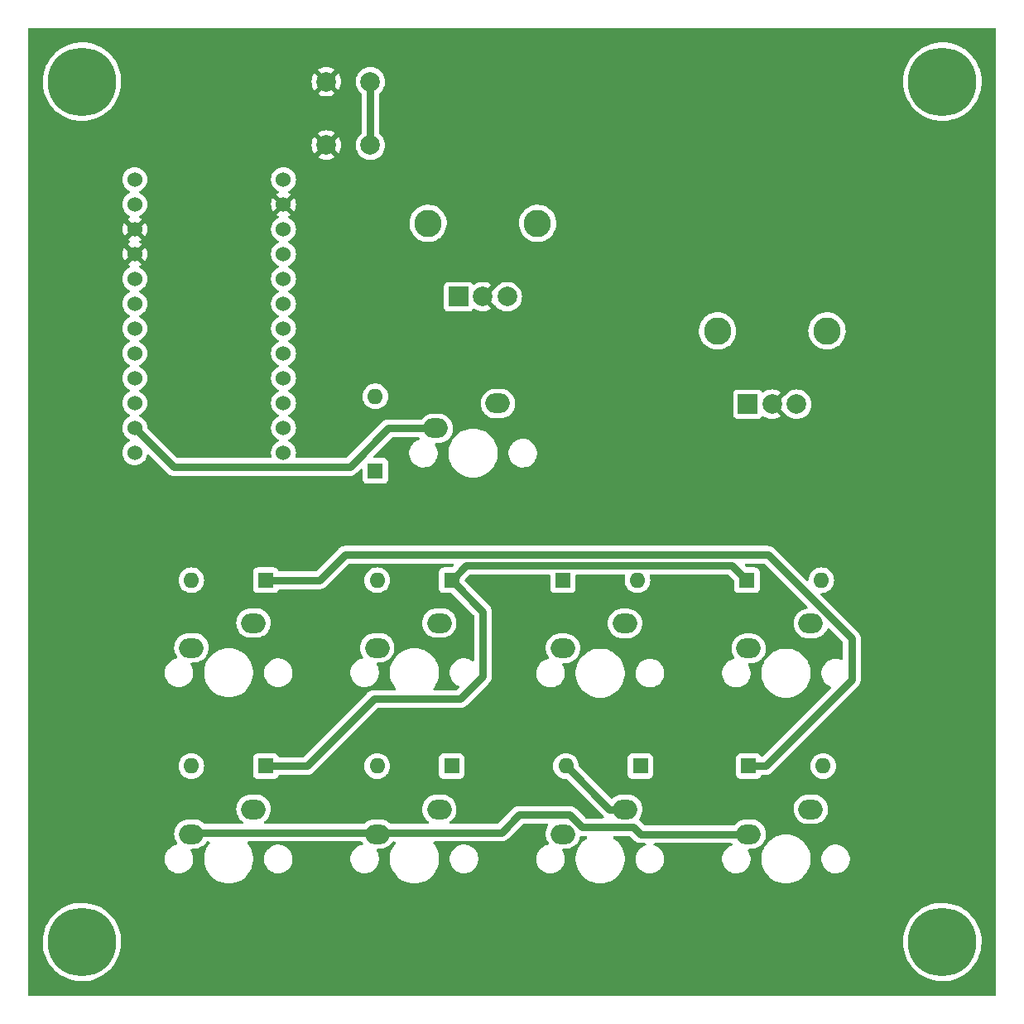
<source format=gbl>
%TF.GenerationSoftware,KiCad,Pcbnew,(6.0.9-0)*%
%TF.CreationDate,2023-04-08T13:53:11+09:00*%
%TF.ProjectId,keypad,6b657970-6164-42e6-9b69-6361645f7063,1*%
%TF.SameCoordinates,Original*%
%TF.FileFunction,Copper,L2,Bot*%
%TF.FilePolarity,Positive*%
%FSLAX46Y46*%
G04 Gerber Fmt 4.6, Leading zero omitted, Abs format (unit mm)*
G04 Created by KiCad (PCBNEW (6.0.9-0)) date 2023-04-08 13:53:11*
%MOMM*%
%LPD*%
G01*
G04 APERTURE LIST*
%TA.AperFunction,ComponentPad*%
%ADD10O,2.500000X2.000000*%
%TD*%
%TA.AperFunction,ComponentPad*%
%ADD11R,1.600000X1.600000*%
%TD*%
%TA.AperFunction,ComponentPad*%
%ADD12O,1.600000X1.600000*%
%TD*%
%TA.AperFunction,ConnectorPad*%
%ADD13C,7.000000*%
%TD*%
%TA.AperFunction,ComponentPad*%
%ADD14C,3.900000*%
%TD*%
%TA.AperFunction,ComponentPad*%
%ADD15R,2.000000X2.000000*%
%TD*%
%TA.AperFunction,ComponentPad*%
%ADD16C,2.000000*%
%TD*%
%TA.AperFunction,ComponentPad*%
%ADD17C,2.800000*%
%TD*%
%TA.AperFunction,ComponentPad*%
%ADD18C,1.524000*%
%TD*%
%TA.AperFunction,Conductor*%
%ADD19C,0.800000*%
%TD*%
G04 APERTURE END LIST*
D10*
%TO.P,SW8,1,1*%
%TO.N,C*%
X177570000Y-111960000D03*
%TO.P,SW8,2,2*%
%TO.N,Net-(D8-Pad2)*%
X183920000Y-109420000D03*
%TD*%
D11*
%TO.P,D8,1,K*%
%TO.N,Y*%
X177380000Y-105000000D03*
D12*
%TO.P,D8,2,A*%
%TO.N,Net-(D8-Pad2)*%
X185000000Y-105000000D03*
%TD*%
D13*
%TO.P,REF\u002A\u002A,1*%
%TO.N,N/C*%
X109380000Y-54000000D03*
D14*
X109380000Y-54000000D03*
%TD*%
D11*
%TO.P,D9,1,K*%
%TO.N,Z*%
X139380000Y-93810000D03*
D12*
%TO.P,D9,2,A*%
%TO.N,Net-(D9-Pad2)*%
X139380000Y-86190000D03*
%TD*%
D10*
%TO.P,SW9,1,1*%
%TO.N,C*%
X145570000Y-89460000D03*
%TO.P,SW9,2,2*%
%TO.N,Net-(D9-Pad2)*%
X151920000Y-86920000D03*
%TD*%
D11*
%TO.P,D6,1,K*%
%TO.N,Z*%
X147190000Y-124000000D03*
D12*
%TO.P,D6,2,A*%
%TO.N,Net-(D6-Pad2)*%
X139570000Y-124000000D03*
%TD*%
D10*
%TO.P,SW4,1,1*%
%TO.N,B*%
X177570000Y-130960000D03*
%TO.P,SW4,2,2*%
%TO.N,Net-(D4-Pad2)*%
X183920000Y-128420000D03*
%TD*%
%TO.P,SW1,1,1*%
%TO.N,A*%
X120570000Y-111910000D03*
%TO.P,SW1,2,2*%
%TO.N,Net-(D1-Pad2)*%
X126920000Y-109370000D03*
%TD*%
D15*
%TO.P,SW11,A,A*%
%TO.N,ROT2A*%
X177480000Y-87000000D03*
D16*
%TO.P,SW11,B,B*%
%TO.N,ROT2B*%
X182480000Y-87000000D03*
%TO.P,SW11,C,C*%
%TO.N,GND*%
X179980000Y-87000000D03*
D17*
%TO.P,SW11,MP*%
%TO.N,N/C*%
X174380000Y-79500000D03*
X185580000Y-79500000D03*
%TD*%
D10*
%TO.P,SW3,1,1*%
%TO.N,A*%
X158570000Y-111960000D03*
%TO.P,SW3,2,2*%
%TO.N,Net-(D3-Pad2)*%
X164920000Y-109420000D03*
%TD*%
D13*
%TO.P,REF,1*%
%TO.N,N/C*%
X197380000Y-54000000D03*
D14*
X197380000Y-54000000D03*
%TD*%
D11*
%TO.P,D2,1,K*%
%TO.N,Y*%
X147190000Y-105000000D03*
D12*
%TO.P,D2,2,A*%
%TO.N,Net-(D2-Pad2)*%
X139570000Y-105000000D03*
%TD*%
D10*
%TO.P,SW2,1,1*%
%TO.N,A*%
X139570000Y-111910000D03*
%TO.P,SW2,2,2*%
%TO.N,Net-(D2-Pad2)*%
X145920000Y-109370000D03*
%TD*%
%TO.P,SW6,1,1*%
%TO.N,B*%
X139570000Y-130960000D03*
%TO.P,SW6,2,2*%
%TO.N,Net-(D6-Pad2)*%
X145920000Y-128420000D03*
%TD*%
D16*
%TO.P,SW12,1,1*%
%TO.N,reset*%
X138880000Y-60500000D03*
X138880000Y-54000000D03*
%TO.P,SW12,2,2*%
%TO.N,GND*%
X134380000Y-60500000D03*
X134380000Y-54000000D03*
%TD*%
D11*
%TO.P,D7,1,K*%
%TO.N,X*%
X166500000Y-124000000D03*
D12*
%TO.P,D7,2,A*%
%TO.N,Net-(D7-Pad2)*%
X158880000Y-124000000D03*
%TD*%
D11*
%TO.P,D5,1,K*%
%TO.N,Y*%
X128190000Y-124000000D03*
D12*
%TO.P,D5,2,A*%
%TO.N,Net-(D5-Pad2)*%
X120570000Y-124000000D03*
%TD*%
D15*
%TO.P,SW10,A,A*%
%TO.N,ROT1A*%
X147880000Y-76000000D03*
D16*
%TO.P,SW10,B,B*%
%TO.N,ROT1B*%
X152880000Y-76000000D03*
%TO.P,SW10,C,C*%
%TO.N,GND*%
X150380000Y-76000000D03*
D17*
%TO.P,SW10,MP*%
%TO.N,N/C*%
X155980000Y-68500000D03*
X144780000Y-68500000D03*
%TD*%
D10*
%TO.P,SW5,1,1*%
%TO.N,B*%
X120570000Y-130960000D03*
%TO.P,SW5,2,2*%
%TO.N,Net-(D5-Pad2)*%
X126920000Y-128420000D03*
%TD*%
D13*
%TO.P,REF\u002A\u002A,1*%
%TO.N,N/C*%
X197380000Y-142000000D03*
D14*
X197380000Y-142000000D03*
%TD*%
D13*
%TO.P,REF\u002A\u002A,1*%
%TO.N,N/C*%
X109380000Y-142000000D03*
D14*
X109380000Y-142000000D03*
%TD*%
D11*
%TO.P,D3,1,K*%
%TO.N,Z*%
X158570000Y-105000000D03*
D12*
%TO.P,D3,2,A*%
%TO.N,Net-(D3-Pad2)*%
X166190000Y-105000000D03*
%TD*%
D11*
%TO.P,D1,1,K*%
%TO.N,X*%
X128190000Y-105000000D03*
D12*
%TO.P,D1,2,A*%
%TO.N,Net-(D1-Pad2)*%
X120570000Y-105000000D03*
%TD*%
D11*
%TO.P,D4,1,K*%
%TO.N,X*%
X177570000Y-124000000D03*
D12*
%TO.P,D4,2,A*%
%TO.N,Net-(D4-Pad2)*%
X185190000Y-124000000D03*
%TD*%
D10*
%TO.P,SW7,1,1*%
%TO.N,C*%
X158570000Y-130960000D03*
%TO.P,SW7,2,2*%
%TO.N,Net-(D7-Pad2)*%
X164920000Y-128420000D03*
%TD*%
D18*
%TO.P,U1,1,TX0/D3*%
%TO.N,unconnected-(U1-Pad1)*%
X114771400Y-64022000D03*
%TO.P,U1,2,RX1/D2*%
%TO.N,unconnected-(U1-Pad2)*%
X114771400Y-66562000D03*
%TO.P,U1,3,GND*%
%TO.N,GND*%
X114771400Y-69102000D03*
%TO.P,U1,4,GND*%
X114771400Y-71642000D03*
%TO.P,U1,5,2/D1/SDA*%
%TO.N,unconnected-(U1-Pad5)*%
X114771400Y-74182000D03*
%TO.P,U1,6,3/D0/SCL*%
%TO.N,unconnected-(U1-Pad6)*%
X114771400Y-76722000D03*
%TO.P,U1,7,4/D4*%
%TO.N,unconnected-(U1-Pad7)*%
X114771400Y-79262000D03*
%TO.P,U1,8,5/C6*%
%TO.N,unconnected-(U1-Pad8)*%
X114771400Y-81802000D03*
%TO.P,U1,9,6/D7*%
%TO.N,A*%
X114771400Y-84342000D03*
%TO.P,U1,10,7/E6*%
%TO.N,B*%
X114771400Y-86882000D03*
%TO.P,U1,11,8/B4*%
%TO.N,C*%
X114771400Y-89422000D03*
%TO.P,U1,12,9/B5*%
%TO.N,unconnected-(U1-Pad12)*%
X114771400Y-91962000D03*
%TO.P,U1,13,B6/10*%
%TO.N,Z*%
X129991400Y-91962000D03*
%TO.P,U1,14,B2/16*%
%TO.N,Y*%
X129991400Y-89422000D03*
%TO.P,U1,15,B3/14*%
%TO.N,X*%
X129991400Y-86882000D03*
%TO.P,U1,16,B1/15*%
%TO.N,ROT2B*%
X129991400Y-84342000D03*
%TO.P,U1,17,F7/A0*%
%TO.N,ROT2A*%
X129991400Y-81802000D03*
%TO.P,U1,18,F6/A1*%
%TO.N,ROT1B*%
X129991400Y-79262000D03*
%TO.P,U1,19,F5/A2*%
%TO.N,ROT1A*%
X129991400Y-76722000D03*
%TO.P,U1,20,F4/A3*%
%TO.N,unconnected-(U1-Pad20)*%
X129991400Y-74182000D03*
%TO.P,U1,21,VCC*%
%TO.N,VCC*%
X129991400Y-71642000D03*
%TO.P,U1,22,RST*%
%TO.N,reset*%
X129991400Y-69102000D03*
%TO.P,U1,23,GND*%
%TO.N,GND*%
X129991400Y-66562000D03*
%TO.P,U1,24,RAW*%
%TO.N,unconnected-(U1-Pad24)*%
X129991400Y-64022000D03*
%TD*%
D19*
%TO.N,X*%
X179293454Y-124000000D02*
X188110001Y-115183453D01*
X136290000Y-102400000D02*
X133690000Y-105000000D01*
X188110001Y-110955838D02*
X188110001Y-115183453D01*
X133690000Y-105000000D02*
X128190000Y-105000000D01*
X177570000Y-124000000D02*
X179293454Y-124000000D01*
X136290000Y-102400000D02*
X179554163Y-102400000D01*
X179554163Y-102400000D02*
X188110001Y-110955838D01*
%TO.N,Y*%
X128190000Y-124000000D02*
X132380000Y-124000000D01*
X132380000Y-124000000D02*
X139229999Y-117150001D01*
X175880000Y-103500000D02*
X177380000Y-105000000D01*
X148690000Y-103500000D02*
X175880000Y-103500000D01*
X148093453Y-117150001D02*
X150380000Y-114863454D01*
X147190000Y-105000000D02*
X148690000Y-103500000D01*
X139229999Y-117150001D02*
X148093453Y-117150001D01*
X150380000Y-108190000D02*
X150380000Y-114863454D01*
X147190000Y-105000000D02*
X150380000Y-108190000D01*
%TO.N,B*%
X160520000Y-130255837D02*
X159264163Y-129000000D01*
X165797460Y-130255837D02*
X160520000Y-130255837D01*
X139730001Y-130799999D02*
X139570000Y-130960000D01*
X120570000Y-130960000D02*
X120730001Y-130799999D01*
X152266545Y-130799999D02*
X139730001Y-130799999D01*
X177570000Y-130960000D02*
X166501623Y-130960000D01*
X120730001Y-130799999D02*
X139409999Y-130799999D01*
X139409999Y-130799999D02*
X139570000Y-130960000D01*
X154066544Y-129000000D02*
X152266545Y-130799999D01*
X166501623Y-130960000D02*
X165797460Y-130255837D01*
X159264163Y-129000000D02*
X154066544Y-129000000D01*
%TO.N,C*%
X118773400Y-93424000D02*
X136766000Y-93424000D01*
X140730000Y-89460000D02*
X145570000Y-89460000D01*
X114771400Y-89422000D02*
X118773400Y-93424000D01*
X136766000Y-93424000D02*
X140730000Y-89460000D01*
%TO.N,Net-(D7-Pad2)*%
X164920000Y-128420000D02*
X163300000Y-128420000D01*
X163300000Y-128420000D02*
X158880000Y-124000000D01*
%TO.N,reset*%
X138880000Y-54000000D02*
X138880000Y-60500000D01*
%TD*%
%TA.AperFunction,Conductor*%
%TO.N,GND*%
G36*
X202813621Y-48528502D02*
G01*
X202860114Y-48582158D01*
X202871500Y-48634500D01*
X202871500Y-147365500D01*
X202851498Y-147433621D01*
X202797842Y-147480114D01*
X202745500Y-147491500D01*
X104014500Y-147491500D01*
X103946379Y-147471498D01*
X103899886Y-147417842D01*
X103888500Y-147365500D01*
X103888500Y-141943965D01*
X105367057Y-141943965D01*
X105380741Y-142335827D01*
X105432599Y-142724484D01*
X105522136Y-143106225D01*
X105648496Y-143477407D01*
X105810475Y-143834487D01*
X106006525Y-144174056D01*
X106008314Y-144176554D01*
X106008316Y-144176558D01*
X106108047Y-144315860D01*
X106234776Y-144492874D01*
X106493049Y-144787896D01*
X106778878Y-145056308D01*
X107089536Y-145295546D01*
X107092139Y-145297173D01*
X107092144Y-145297176D01*
X107211576Y-145371805D01*
X107422056Y-145503328D01*
X107773266Y-145677670D01*
X108139812Y-145816907D01*
X108518195Y-145919712D01*
X108816419Y-145970153D01*
X108901783Y-145984591D01*
X108901786Y-145984591D01*
X108904805Y-145985102D01*
X109059444Y-145995916D01*
X109292885Y-146012240D01*
X109292893Y-146012240D01*
X109295951Y-146012454D01*
X109548037Y-146005413D01*
X109684825Y-146001592D01*
X109684828Y-146001592D01*
X109687899Y-146001506D01*
X109690952Y-146001120D01*
X109690956Y-146001120D01*
X109832576Y-145983229D01*
X110076908Y-145952362D01*
X110079912Y-145951680D01*
X110079915Y-145951679D01*
X110456269Y-145866174D01*
X110456275Y-145866172D01*
X110459265Y-145865493D01*
X110462184Y-145864522D01*
X110828396Y-145742700D01*
X110828402Y-145742698D01*
X110831320Y-145741727D01*
X110972735Y-145678765D01*
X111186722Y-145583492D01*
X111186728Y-145583489D01*
X111189522Y-145582245D01*
X111192191Y-145580729D01*
X111527784Y-145390086D01*
X111527790Y-145390083D01*
X111530452Y-145388570D01*
X111850855Y-145162550D01*
X112147674Y-144906344D01*
X112418074Y-144622395D01*
X112659475Y-144313415D01*
X112869574Y-143982354D01*
X113046363Y-143632370D01*
X113106469Y-143477407D01*
X113187041Y-143269681D01*
X113187044Y-143269672D01*
X113188156Y-143266805D01*
X113293600Y-142889148D01*
X113361688Y-142503004D01*
X113391769Y-142112059D01*
X113393334Y-142000000D01*
X113390594Y-141943965D01*
X193367057Y-141943965D01*
X193380741Y-142335827D01*
X193432599Y-142724484D01*
X193522136Y-143106225D01*
X193648496Y-143477407D01*
X193810475Y-143834487D01*
X194006525Y-144174056D01*
X194008314Y-144176554D01*
X194008316Y-144176558D01*
X194108047Y-144315860D01*
X194234776Y-144492874D01*
X194493049Y-144787896D01*
X194778878Y-145056308D01*
X195089536Y-145295546D01*
X195092139Y-145297173D01*
X195092144Y-145297176D01*
X195211576Y-145371805D01*
X195422056Y-145503328D01*
X195773266Y-145677670D01*
X196139812Y-145816907D01*
X196518195Y-145919712D01*
X196816419Y-145970153D01*
X196901783Y-145984591D01*
X196901786Y-145984591D01*
X196904805Y-145985102D01*
X197059444Y-145995916D01*
X197292885Y-146012240D01*
X197292893Y-146012240D01*
X197295951Y-146012454D01*
X197548037Y-146005413D01*
X197684825Y-146001592D01*
X197684828Y-146001592D01*
X197687899Y-146001506D01*
X197690952Y-146001120D01*
X197690956Y-146001120D01*
X197832576Y-145983229D01*
X198076908Y-145952362D01*
X198079912Y-145951680D01*
X198079915Y-145951679D01*
X198456269Y-145866174D01*
X198456275Y-145866172D01*
X198459265Y-145865493D01*
X198462184Y-145864522D01*
X198828396Y-145742700D01*
X198828402Y-145742698D01*
X198831320Y-145741727D01*
X198972735Y-145678765D01*
X199186722Y-145583492D01*
X199186728Y-145583489D01*
X199189522Y-145582245D01*
X199192191Y-145580729D01*
X199527784Y-145390086D01*
X199527790Y-145390083D01*
X199530452Y-145388570D01*
X199850855Y-145162550D01*
X200147674Y-144906344D01*
X200418074Y-144622395D01*
X200659475Y-144313415D01*
X200869574Y-143982354D01*
X201046363Y-143632370D01*
X201106469Y-143477407D01*
X201187041Y-143269681D01*
X201187044Y-143269672D01*
X201188156Y-143266805D01*
X201293600Y-142889148D01*
X201361688Y-142503004D01*
X201391769Y-142112059D01*
X201393334Y-142000000D01*
X201390594Y-141943965D01*
X201374330Y-141611440D01*
X201374180Y-141608367D01*
X201316901Y-141220473D01*
X201222043Y-140840019D01*
X201090512Y-140470637D01*
X200923564Y-140115854D01*
X200921997Y-140113225D01*
X200921992Y-140113216D01*
X200724361Y-139781689D01*
X200722791Y-139779055D01*
X200720977Y-139776595D01*
X200720972Y-139776587D01*
X200491933Y-139465926D01*
X200491931Y-139465923D01*
X200490111Y-139463455D01*
X200227744Y-139172068D01*
X199938195Y-138907673D01*
X199624228Y-138672795D01*
X199576015Y-138643596D01*
X199291467Y-138471267D01*
X199291458Y-138471262D01*
X199288839Y-138469676D01*
X198935229Y-138300255D01*
X198932339Y-138299203D01*
X198932334Y-138299201D01*
X198569674Y-138167204D01*
X198569671Y-138167203D01*
X198566775Y-138166149D01*
X198290563Y-138095229D01*
X198189977Y-138069403D01*
X198189974Y-138069402D01*
X198186993Y-138068637D01*
X197799508Y-138008651D01*
X197408018Y-137986764D01*
X197404939Y-137986893D01*
X197404936Y-137986893D01*
X197149188Y-137997612D01*
X197016261Y-138003183D01*
X197013217Y-138003611D01*
X197013215Y-138003611D01*
X196802778Y-138033186D01*
X196627976Y-138057753D01*
X196246869Y-138149953D01*
X195876579Y-138278902D01*
X195520638Y-138443369D01*
X195182446Y-138641785D01*
X195022444Y-138758033D01*
X194867711Y-138870453D01*
X194867705Y-138870458D01*
X194865230Y-138872256D01*
X194862944Y-138874285D01*
X194862941Y-138874288D01*
X194783123Y-138945154D01*
X194572017Y-139132583D01*
X194569938Y-139134828D01*
X194569931Y-139134835D01*
X194307694Y-139418026D01*
X194305608Y-139420279D01*
X194068544Y-139732599D01*
X193863089Y-140066562D01*
X193691203Y-140418980D01*
X193554527Y-140786489D01*
X193454367Y-141165581D01*
X193391677Y-141552638D01*
X193391483Y-141555718D01*
X193391483Y-141555720D01*
X193387978Y-141611440D01*
X193367057Y-141943965D01*
X113390594Y-141943965D01*
X113374330Y-141611440D01*
X113374180Y-141608367D01*
X113316901Y-141220473D01*
X113222043Y-140840019D01*
X113090512Y-140470637D01*
X112923564Y-140115854D01*
X112921997Y-140113225D01*
X112921992Y-140113216D01*
X112724361Y-139781689D01*
X112722791Y-139779055D01*
X112720977Y-139776595D01*
X112720972Y-139776587D01*
X112491933Y-139465926D01*
X112491931Y-139465923D01*
X112490111Y-139463455D01*
X112227744Y-139172068D01*
X111938195Y-138907673D01*
X111624228Y-138672795D01*
X111576015Y-138643596D01*
X111291467Y-138471267D01*
X111291458Y-138471262D01*
X111288839Y-138469676D01*
X110935229Y-138300255D01*
X110932339Y-138299203D01*
X110932334Y-138299201D01*
X110569674Y-138167204D01*
X110569671Y-138167203D01*
X110566775Y-138166149D01*
X110290563Y-138095229D01*
X110189977Y-138069403D01*
X110189974Y-138069402D01*
X110186993Y-138068637D01*
X109799508Y-138008651D01*
X109408018Y-137986764D01*
X109404939Y-137986893D01*
X109404936Y-137986893D01*
X109149188Y-137997612D01*
X109016261Y-138003183D01*
X109013217Y-138003611D01*
X109013215Y-138003611D01*
X108802778Y-138033186D01*
X108627976Y-138057753D01*
X108246869Y-138149953D01*
X107876579Y-138278902D01*
X107520638Y-138443369D01*
X107182446Y-138641785D01*
X107022444Y-138758033D01*
X106867711Y-138870453D01*
X106867705Y-138870458D01*
X106865230Y-138872256D01*
X106862944Y-138874285D01*
X106862941Y-138874288D01*
X106783123Y-138945154D01*
X106572017Y-139132583D01*
X106569938Y-139134828D01*
X106569931Y-139134835D01*
X106307694Y-139418026D01*
X106305608Y-139420279D01*
X106068544Y-139732599D01*
X105863089Y-140066562D01*
X105691203Y-140418980D01*
X105554527Y-140786489D01*
X105454367Y-141165581D01*
X105391677Y-141552638D01*
X105391483Y-141555718D01*
X105391483Y-141555720D01*
X105387978Y-141611440D01*
X105367057Y-141943965D01*
X103888500Y-141943965D01*
X103888500Y-133602089D01*
X117840066Y-133602089D01*
X117876343Y-133839163D01*
X117950854Y-134067129D01*
X118061597Y-134279864D01*
X118064700Y-134283997D01*
X118064702Y-134284000D01*
X118202493Y-134467520D01*
X118205598Y-134471655D01*
X118378990Y-134637352D01*
X118577117Y-134772505D01*
X118709070Y-134833756D01*
X118744024Y-134849981D01*
X118794656Y-134873484D01*
X119025768Y-134937576D01*
X119129479Y-134948660D01*
X119218222Y-134958144D01*
X119218230Y-134958144D01*
X119221557Y-134958500D01*
X119360803Y-134958500D01*
X119363376Y-134958288D01*
X119363387Y-134958288D01*
X119533876Y-134944271D01*
X119533882Y-134944270D01*
X119539027Y-134943847D01*
X119655331Y-134914634D01*
X119766625Y-134886679D01*
X119766629Y-134886678D01*
X119771636Y-134885420D01*
X119776366Y-134883364D01*
X119776373Y-134883361D01*
X119986841Y-134791847D01*
X119986844Y-134791845D01*
X119991578Y-134789787D01*
X119995912Y-134786983D01*
X119995916Y-134786981D01*
X120188604Y-134662325D01*
X120188607Y-134662323D01*
X120192947Y-134659515D01*
X120214101Y-134640267D01*
X120366513Y-134501582D01*
X120366514Y-134501580D01*
X120370335Y-134498104D01*
X120373534Y-134494053D01*
X120373538Y-134494049D01*
X120515774Y-134313946D01*
X120518979Y-134309888D01*
X120634887Y-134099922D01*
X120679191Y-133974810D01*
X120713219Y-133878720D01*
X120713220Y-133878716D01*
X120714945Y-133873845D01*
X120715853Y-133868749D01*
X120756098Y-133642816D01*
X120756099Y-133642810D01*
X120757004Y-133637727D01*
X120759934Y-133397911D01*
X120723657Y-133160837D01*
X120649146Y-132932871D01*
X120538403Y-132720136D01*
X120500873Y-132670151D01*
X120475969Y-132603668D01*
X120490962Y-132534272D01*
X120541092Y-132483999D01*
X120601635Y-132468500D01*
X120881001Y-132468500D01*
X120883509Y-132468298D01*
X120883514Y-132468298D01*
X121056924Y-132454346D01*
X121056929Y-132454345D01*
X121061965Y-132453940D01*
X121066873Y-132452734D01*
X121066876Y-132452734D01*
X121292792Y-132397244D01*
X121297706Y-132396037D01*
X121302358Y-132394062D01*
X121302362Y-132394061D01*
X121516498Y-132303165D01*
X121521156Y-132301188D01*
X121668892Y-132208153D01*
X121722288Y-132174528D01*
X121722291Y-132174526D01*
X121726567Y-132171833D01*
X121779535Y-132125136D01*
X121904858Y-132014650D01*
X121904861Y-132014647D01*
X121908655Y-132011302D01*
X122062734Y-131823722D01*
X122093351Y-131771117D01*
X122144905Y-131722304D01*
X122202249Y-131708499D01*
X122333636Y-131708499D01*
X122401757Y-131728501D01*
X122448250Y-131782157D01*
X122458354Y-131852431D01*
X122435572Y-131908560D01*
X122257816Y-132153221D01*
X122255909Y-132156690D01*
X122255907Y-132156693D01*
X122177953Y-132298490D01*
X122105753Y-132429821D01*
X122104300Y-132433490D01*
X122104298Y-132433495D01*
X122065107Y-132532480D01*
X121989557Y-132723298D01*
X121911060Y-133029025D01*
X121871500Y-133342179D01*
X121871500Y-133657821D01*
X121911060Y-133970975D01*
X121989557Y-134276702D01*
X121991010Y-134280371D01*
X121991010Y-134280372D01*
X122066745Y-134471655D01*
X122105753Y-134570179D01*
X122107659Y-134573647D01*
X122107660Y-134573648D01*
X122227617Y-134791847D01*
X122257816Y-134846779D01*
X122443346Y-135102140D01*
X122659418Y-135332233D01*
X122902625Y-135533432D01*
X123169131Y-135702562D01*
X123172710Y-135704246D01*
X123172717Y-135704250D01*
X123451144Y-135835267D01*
X123451148Y-135835269D01*
X123454734Y-135836956D01*
X123754928Y-135934495D01*
X124064980Y-135993641D01*
X124301162Y-136008500D01*
X124458838Y-136008500D01*
X124695020Y-135993641D01*
X125005072Y-135934495D01*
X125305266Y-135836956D01*
X125308852Y-135835269D01*
X125308856Y-135835267D01*
X125587283Y-135704250D01*
X125587290Y-135704246D01*
X125590869Y-135702562D01*
X125857375Y-135533432D01*
X126100582Y-135332233D01*
X126316654Y-135102140D01*
X126502184Y-134846779D01*
X126532384Y-134791847D01*
X126652340Y-134573648D01*
X126652341Y-134573647D01*
X126654247Y-134570179D01*
X126693256Y-134471655D01*
X126768990Y-134280372D01*
X126768990Y-134280371D01*
X126770443Y-134276702D01*
X126848940Y-133970975D01*
X126888500Y-133657821D01*
X126888500Y-133602089D01*
X128000066Y-133602089D01*
X128036343Y-133839163D01*
X128110854Y-134067129D01*
X128221597Y-134279864D01*
X128224700Y-134283997D01*
X128224702Y-134284000D01*
X128362493Y-134467520D01*
X128365598Y-134471655D01*
X128538990Y-134637352D01*
X128737117Y-134772505D01*
X128869070Y-134833756D01*
X128904024Y-134849981D01*
X128954656Y-134873484D01*
X129185768Y-134937576D01*
X129289479Y-134948660D01*
X129378222Y-134958144D01*
X129378230Y-134958144D01*
X129381557Y-134958500D01*
X129520803Y-134958500D01*
X129523376Y-134958288D01*
X129523387Y-134958288D01*
X129693876Y-134944271D01*
X129693882Y-134944270D01*
X129699027Y-134943847D01*
X129815331Y-134914634D01*
X129926625Y-134886679D01*
X129926629Y-134886678D01*
X129931636Y-134885420D01*
X129936366Y-134883364D01*
X129936373Y-134883361D01*
X130146841Y-134791847D01*
X130146844Y-134791845D01*
X130151578Y-134789787D01*
X130155912Y-134786983D01*
X130155916Y-134786981D01*
X130348604Y-134662325D01*
X130348607Y-134662323D01*
X130352947Y-134659515D01*
X130374101Y-134640267D01*
X130526513Y-134501582D01*
X130526514Y-134501580D01*
X130530335Y-134498104D01*
X130533534Y-134494053D01*
X130533538Y-134494049D01*
X130675774Y-134313946D01*
X130678979Y-134309888D01*
X130794887Y-134099922D01*
X130839191Y-133974810D01*
X130873219Y-133878720D01*
X130873220Y-133878716D01*
X130874945Y-133873845D01*
X130875853Y-133868749D01*
X130916098Y-133642816D01*
X130916099Y-133642810D01*
X130917004Y-133637727D01*
X130919934Y-133397911D01*
X130883657Y-133160837D01*
X130809146Y-132932871D01*
X130698403Y-132720136D01*
X130675861Y-132690112D01*
X130557507Y-132532480D01*
X130557505Y-132532477D01*
X130554402Y-132528345D01*
X130381010Y-132362648D01*
X130182883Y-132227495D01*
X130022875Y-132153221D01*
X129970030Y-132128691D01*
X129970028Y-132128690D01*
X129965344Y-132126516D01*
X129734232Y-132062424D01*
X129630521Y-132051340D01*
X129541778Y-132041856D01*
X129541770Y-132041856D01*
X129538443Y-132041500D01*
X129399197Y-132041500D01*
X129396624Y-132041712D01*
X129396613Y-132041712D01*
X129226124Y-132055729D01*
X129226118Y-132055730D01*
X129220973Y-132056153D01*
X129104669Y-132085366D01*
X128993375Y-132113321D01*
X128993371Y-132113322D01*
X128988364Y-132114580D01*
X128983634Y-132116636D01*
X128983627Y-132116639D01*
X128773159Y-132208153D01*
X128773156Y-132208155D01*
X128768422Y-132210213D01*
X128764088Y-132213017D01*
X128764084Y-132213019D01*
X128571396Y-132337675D01*
X128571393Y-132337677D01*
X128567053Y-132340485D01*
X128563230Y-132343964D01*
X128563227Y-132343966D01*
X128393487Y-132498418D01*
X128389665Y-132501896D01*
X128386466Y-132505947D01*
X128386462Y-132505951D01*
X128365511Y-132532480D01*
X128241021Y-132690112D01*
X128125113Y-132900078D01*
X128111759Y-132937789D01*
X128079451Y-133029025D01*
X128045055Y-133126155D01*
X128044148Y-133131248D01*
X128044147Y-133131251D01*
X128007276Y-133338247D01*
X128002996Y-133362273D01*
X128000066Y-133602089D01*
X126888500Y-133602089D01*
X126888500Y-133342179D01*
X126848940Y-133029025D01*
X126770443Y-132723298D01*
X126694893Y-132532480D01*
X126655702Y-132433495D01*
X126655700Y-132433490D01*
X126654247Y-132429821D01*
X126582047Y-132298490D01*
X126504093Y-132156693D01*
X126504091Y-132156690D01*
X126502184Y-132153221D01*
X126324428Y-131908560D01*
X126300569Y-131841692D01*
X126316650Y-131772540D01*
X126367564Y-131723060D01*
X126426364Y-131708499D01*
X137938040Y-131708499D01*
X138006161Y-131728501D01*
X138042251Y-131763675D01*
X138073623Y-131809837D01*
X138113433Y-131868415D01*
X138135179Y-131935999D01*
X138116935Y-132004612D01*
X138064492Y-132052468D01*
X138039916Y-132061442D01*
X137833375Y-132113321D01*
X137833371Y-132113322D01*
X137828364Y-132114580D01*
X137823634Y-132116636D01*
X137823627Y-132116639D01*
X137613159Y-132208153D01*
X137613156Y-132208155D01*
X137608422Y-132210213D01*
X137604088Y-132213017D01*
X137604084Y-132213019D01*
X137411396Y-132337675D01*
X137411393Y-132337677D01*
X137407053Y-132340485D01*
X137403230Y-132343964D01*
X137403227Y-132343966D01*
X137233487Y-132498418D01*
X137229665Y-132501896D01*
X137226466Y-132505947D01*
X137226462Y-132505951D01*
X137205511Y-132532480D01*
X137081021Y-132690112D01*
X136965113Y-132900078D01*
X136951759Y-132937789D01*
X136919451Y-133029025D01*
X136885055Y-133126155D01*
X136884148Y-133131248D01*
X136884147Y-133131251D01*
X136847276Y-133338247D01*
X136842996Y-133362273D01*
X136840066Y-133602089D01*
X136876343Y-133839163D01*
X136950854Y-134067129D01*
X137061597Y-134279864D01*
X137064700Y-134283997D01*
X137064702Y-134284000D01*
X137202493Y-134467520D01*
X137205598Y-134471655D01*
X137378990Y-134637352D01*
X137577117Y-134772505D01*
X137709070Y-134833756D01*
X137744024Y-134849981D01*
X137794656Y-134873484D01*
X138025768Y-134937576D01*
X138129479Y-134948660D01*
X138218222Y-134958144D01*
X138218230Y-134958144D01*
X138221557Y-134958500D01*
X138360803Y-134958500D01*
X138363376Y-134958288D01*
X138363387Y-134958288D01*
X138533876Y-134944271D01*
X138533882Y-134944270D01*
X138539027Y-134943847D01*
X138655331Y-134914634D01*
X138766625Y-134886679D01*
X138766629Y-134886678D01*
X138771636Y-134885420D01*
X138776366Y-134883364D01*
X138776373Y-134883361D01*
X138986841Y-134791847D01*
X138986844Y-134791845D01*
X138991578Y-134789787D01*
X138995912Y-134786983D01*
X138995916Y-134786981D01*
X139188604Y-134662325D01*
X139188607Y-134662323D01*
X139192947Y-134659515D01*
X139214101Y-134640267D01*
X139366513Y-134501582D01*
X139366514Y-134501580D01*
X139370335Y-134498104D01*
X139373534Y-134494053D01*
X139373538Y-134494049D01*
X139515774Y-134313946D01*
X139518979Y-134309888D01*
X139634887Y-134099922D01*
X139679191Y-133974810D01*
X139713219Y-133878720D01*
X139713220Y-133878716D01*
X139714945Y-133873845D01*
X139715853Y-133868749D01*
X139756098Y-133642816D01*
X139756099Y-133642810D01*
X139757004Y-133637727D01*
X139759934Y-133397911D01*
X139723657Y-133160837D01*
X139649146Y-132932871D01*
X139538403Y-132720136D01*
X139500873Y-132670151D01*
X139475969Y-132603668D01*
X139490962Y-132534272D01*
X139541092Y-132483999D01*
X139601635Y-132468500D01*
X139881001Y-132468500D01*
X139883509Y-132468298D01*
X139883514Y-132468298D01*
X140056924Y-132454346D01*
X140056929Y-132454345D01*
X140061965Y-132453940D01*
X140066873Y-132452734D01*
X140066876Y-132452734D01*
X140292792Y-132397244D01*
X140297706Y-132396037D01*
X140302358Y-132394062D01*
X140302362Y-132394061D01*
X140516498Y-132303165D01*
X140521156Y-132301188D01*
X140668892Y-132208153D01*
X140722288Y-132174528D01*
X140722291Y-132174526D01*
X140726567Y-132171833D01*
X140779535Y-132125136D01*
X140904858Y-132014650D01*
X140904861Y-132014647D01*
X140908655Y-132011302D01*
X141062734Y-131823722D01*
X141093351Y-131771117D01*
X141144905Y-131722304D01*
X141202249Y-131708499D01*
X141333636Y-131708499D01*
X141401757Y-131728501D01*
X141448250Y-131782157D01*
X141458354Y-131852431D01*
X141435572Y-131908560D01*
X141257816Y-132153221D01*
X141255909Y-132156690D01*
X141255907Y-132156693D01*
X141177953Y-132298490D01*
X141105753Y-132429821D01*
X141104300Y-132433490D01*
X141104298Y-132433495D01*
X141065107Y-132532480D01*
X140989557Y-132723298D01*
X140911060Y-133029025D01*
X140871500Y-133342179D01*
X140871500Y-133657821D01*
X140911060Y-133970975D01*
X140989557Y-134276702D01*
X140991010Y-134280371D01*
X140991010Y-134280372D01*
X141066745Y-134471655D01*
X141105753Y-134570179D01*
X141107659Y-134573647D01*
X141107660Y-134573648D01*
X141227617Y-134791847D01*
X141257816Y-134846779D01*
X141443346Y-135102140D01*
X141659418Y-135332233D01*
X141902625Y-135533432D01*
X142169131Y-135702562D01*
X142172710Y-135704246D01*
X142172717Y-135704250D01*
X142451144Y-135835267D01*
X142451148Y-135835269D01*
X142454734Y-135836956D01*
X142754928Y-135934495D01*
X143064980Y-135993641D01*
X143301162Y-136008500D01*
X143458838Y-136008500D01*
X143695020Y-135993641D01*
X144005072Y-135934495D01*
X144305266Y-135836956D01*
X144308852Y-135835269D01*
X144308856Y-135835267D01*
X144587283Y-135704250D01*
X144587290Y-135704246D01*
X144590869Y-135702562D01*
X144857375Y-135533432D01*
X145100582Y-135332233D01*
X145316654Y-135102140D01*
X145502184Y-134846779D01*
X145532384Y-134791847D01*
X145652340Y-134573648D01*
X145652341Y-134573647D01*
X145654247Y-134570179D01*
X145693256Y-134471655D01*
X145768990Y-134280372D01*
X145768990Y-134280371D01*
X145770443Y-134276702D01*
X145848940Y-133970975D01*
X145888500Y-133657821D01*
X145888500Y-133602089D01*
X147000066Y-133602089D01*
X147036343Y-133839163D01*
X147110854Y-134067129D01*
X147221597Y-134279864D01*
X147224700Y-134283997D01*
X147224702Y-134284000D01*
X147362493Y-134467520D01*
X147365598Y-134471655D01*
X147538990Y-134637352D01*
X147737117Y-134772505D01*
X147869070Y-134833756D01*
X147904024Y-134849981D01*
X147954656Y-134873484D01*
X148185768Y-134937576D01*
X148289479Y-134948660D01*
X148378222Y-134958144D01*
X148378230Y-134958144D01*
X148381557Y-134958500D01*
X148520803Y-134958500D01*
X148523376Y-134958288D01*
X148523387Y-134958288D01*
X148693876Y-134944271D01*
X148693882Y-134944270D01*
X148699027Y-134943847D01*
X148815331Y-134914634D01*
X148926625Y-134886679D01*
X148926629Y-134886678D01*
X148931636Y-134885420D01*
X148936366Y-134883364D01*
X148936373Y-134883361D01*
X149146841Y-134791847D01*
X149146844Y-134791845D01*
X149151578Y-134789787D01*
X149155912Y-134786983D01*
X149155916Y-134786981D01*
X149348604Y-134662325D01*
X149348607Y-134662323D01*
X149352947Y-134659515D01*
X149374101Y-134640267D01*
X149526513Y-134501582D01*
X149526514Y-134501580D01*
X149530335Y-134498104D01*
X149533534Y-134494053D01*
X149533538Y-134494049D01*
X149675774Y-134313946D01*
X149678979Y-134309888D01*
X149794887Y-134099922D01*
X149839191Y-133974810D01*
X149873219Y-133878720D01*
X149873220Y-133878716D01*
X149874945Y-133873845D01*
X149875853Y-133868749D01*
X149916098Y-133642816D01*
X149916099Y-133642810D01*
X149917004Y-133637727D01*
X149919934Y-133397911D01*
X149883657Y-133160837D01*
X149809146Y-132932871D01*
X149698403Y-132720136D01*
X149675861Y-132690112D01*
X149557507Y-132532480D01*
X149557505Y-132532477D01*
X149554402Y-132528345D01*
X149381010Y-132362648D01*
X149182883Y-132227495D01*
X149022875Y-132153221D01*
X148970030Y-132128691D01*
X148970028Y-132128690D01*
X148965344Y-132126516D01*
X148734232Y-132062424D01*
X148630521Y-132051340D01*
X148541778Y-132041856D01*
X148541770Y-132041856D01*
X148538443Y-132041500D01*
X148399197Y-132041500D01*
X148396624Y-132041712D01*
X148396613Y-132041712D01*
X148226124Y-132055729D01*
X148226118Y-132055730D01*
X148220973Y-132056153D01*
X148104669Y-132085366D01*
X147993375Y-132113321D01*
X147993371Y-132113322D01*
X147988364Y-132114580D01*
X147983634Y-132116636D01*
X147983627Y-132116639D01*
X147773159Y-132208153D01*
X147773156Y-132208155D01*
X147768422Y-132210213D01*
X147764088Y-132213017D01*
X147764084Y-132213019D01*
X147571396Y-132337675D01*
X147571393Y-132337677D01*
X147567053Y-132340485D01*
X147563230Y-132343964D01*
X147563227Y-132343966D01*
X147393487Y-132498418D01*
X147389665Y-132501896D01*
X147386466Y-132505947D01*
X147386462Y-132505951D01*
X147365511Y-132532480D01*
X147241021Y-132690112D01*
X147125113Y-132900078D01*
X147111759Y-132937789D01*
X147079451Y-133029025D01*
X147045055Y-133126155D01*
X147044148Y-133131248D01*
X147044147Y-133131251D01*
X147007276Y-133338247D01*
X147002996Y-133362273D01*
X147000066Y-133602089D01*
X145888500Y-133602089D01*
X145888500Y-133342179D01*
X145848940Y-133029025D01*
X145770443Y-132723298D01*
X145694893Y-132532480D01*
X145655702Y-132433495D01*
X145655700Y-132433490D01*
X145654247Y-132429821D01*
X145582047Y-132298490D01*
X145504093Y-132156693D01*
X145504091Y-132156690D01*
X145502184Y-132153221D01*
X145324428Y-131908560D01*
X145300569Y-131841692D01*
X145316650Y-131772540D01*
X145367564Y-131723060D01*
X145426364Y-131708499D01*
X152185128Y-131708499D01*
X152204837Y-131710050D01*
X152218735Y-131712251D01*
X152225322Y-131711906D01*
X152225327Y-131711906D01*
X152287025Y-131708672D01*
X152293619Y-131708499D01*
X152314155Y-131708499D01*
X152317427Y-131708155D01*
X152317429Y-131708155D01*
X152334587Y-131706352D01*
X152341161Y-131705835D01*
X152402853Y-131702602D01*
X152402857Y-131702601D01*
X152409448Y-131702256D01*
X152415829Y-131700546D01*
X152415831Y-131700546D01*
X152423036Y-131698616D01*
X152442470Y-131695014D01*
X152449899Y-131694233D01*
X152449908Y-131694231D01*
X152456473Y-131693541D01*
X152521542Y-131672399D01*
X152527844Y-131670532D01*
X152593915Y-131652828D01*
X152606453Y-131646439D01*
X152624719Y-131638874D01*
X152631817Y-131636568D01*
X152631819Y-131636567D01*
X152638101Y-131634526D01*
X152664609Y-131619222D01*
X152697327Y-131600332D01*
X152703124Y-131597184D01*
X152764075Y-131566128D01*
X152775012Y-131557272D01*
X152791308Y-131546072D01*
X152797769Y-131542342D01*
X152797773Y-131542339D01*
X152803489Y-131539039D01*
X152808395Y-131534622D01*
X152808400Y-131534618D01*
X152854314Y-131493277D01*
X152859329Y-131488993D01*
X152872722Y-131478147D01*
X152875286Y-131476071D01*
X152889801Y-131461556D01*
X152894586Y-131457015D01*
X152940502Y-131415672D01*
X152945411Y-131411252D01*
X152953685Y-131399864D01*
X152966526Y-131384831D01*
X154405952Y-129945405D01*
X154468264Y-129911379D01*
X154495047Y-129908500D01*
X156967434Y-129908500D01*
X157035555Y-129928502D01*
X157082048Y-129982158D01*
X157092152Y-130052432D01*
X157076333Y-130097881D01*
X156955159Y-130306078D01*
X156868167Y-130532702D01*
X156818526Y-130770320D01*
X156807514Y-131012817D01*
X156808095Y-131017837D01*
X156808095Y-131017841D01*
X156829316Y-131201242D01*
X156835415Y-131253956D01*
X156836791Y-131258820D01*
X156836792Y-131258823D01*
X156875813Y-131396722D01*
X156901510Y-131487532D01*
X156903644Y-131492108D01*
X156903646Y-131492114D01*
X157001637Y-131702256D01*
X157004099Y-131707536D01*
X157006940Y-131711717D01*
X157006941Y-131711718D01*
X157113433Y-131868415D01*
X157135179Y-131935999D01*
X157116935Y-132004612D01*
X157064492Y-132052468D01*
X157039916Y-132061442D01*
X156833375Y-132113321D01*
X156833371Y-132113322D01*
X156828364Y-132114580D01*
X156823634Y-132116636D01*
X156823627Y-132116639D01*
X156613159Y-132208153D01*
X156613156Y-132208155D01*
X156608422Y-132210213D01*
X156604088Y-132213017D01*
X156604084Y-132213019D01*
X156411396Y-132337675D01*
X156411393Y-132337677D01*
X156407053Y-132340485D01*
X156403230Y-132343964D01*
X156403227Y-132343966D01*
X156233487Y-132498418D01*
X156229665Y-132501896D01*
X156226466Y-132505947D01*
X156226462Y-132505951D01*
X156205511Y-132532480D01*
X156081021Y-132690112D01*
X155965113Y-132900078D01*
X155951759Y-132937789D01*
X155919451Y-133029025D01*
X155885055Y-133126155D01*
X155884148Y-133131248D01*
X155884147Y-133131251D01*
X155847276Y-133338247D01*
X155842996Y-133362273D01*
X155840066Y-133602089D01*
X155876343Y-133839163D01*
X155950854Y-134067129D01*
X156061597Y-134279864D01*
X156064700Y-134283997D01*
X156064702Y-134284000D01*
X156202493Y-134467520D01*
X156205598Y-134471655D01*
X156378990Y-134637352D01*
X156577117Y-134772505D01*
X156709070Y-134833756D01*
X156744024Y-134849981D01*
X156794656Y-134873484D01*
X157025768Y-134937576D01*
X157129479Y-134948660D01*
X157218222Y-134958144D01*
X157218230Y-134958144D01*
X157221557Y-134958500D01*
X157360803Y-134958500D01*
X157363376Y-134958288D01*
X157363387Y-134958288D01*
X157533876Y-134944271D01*
X157533882Y-134944270D01*
X157539027Y-134943847D01*
X157655331Y-134914634D01*
X157766625Y-134886679D01*
X157766629Y-134886678D01*
X157771636Y-134885420D01*
X157776366Y-134883364D01*
X157776373Y-134883361D01*
X157986841Y-134791847D01*
X157986844Y-134791845D01*
X157991578Y-134789787D01*
X157995912Y-134786983D01*
X157995916Y-134786981D01*
X158188604Y-134662325D01*
X158188607Y-134662323D01*
X158192947Y-134659515D01*
X158214101Y-134640267D01*
X158366513Y-134501582D01*
X158366514Y-134501580D01*
X158370335Y-134498104D01*
X158373534Y-134494053D01*
X158373538Y-134494049D01*
X158515774Y-134313946D01*
X158518979Y-134309888D01*
X158634887Y-134099922D01*
X158679191Y-133974810D01*
X158713219Y-133878720D01*
X158713220Y-133878716D01*
X158714945Y-133873845D01*
X158715853Y-133868749D01*
X158756098Y-133642816D01*
X158756099Y-133642810D01*
X158757004Y-133637727D01*
X158759934Y-133397911D01*
X158723657Y-133160837D01*
X158649146Y-132932871D01*
X158538403Y-132720136D01*
X158500873Y-132670151D01*
X158475969Y-132603668D01*
X158490962Y-132534272D01*
X158541092Y-132483999D01*
X158601635Y-132468500D01*
X158881001Y-132468500D01*
X158883509Y-132468298D01*
X158883514Y-132468298D01*
X159056924Y-132454346D01*
X159056929Y-132454345D01*
X159061965Y-132453940D01*
X159066873Y-132452734D01*
X159066876Y-132452734D01*
X159292792Y-132397244D01*
X159297706Y-132396037D01*
X159302358Y-132394062D01*
X159302362Y-132394061D01*
X159516498Y-132303165D01*
X159521156Y-132301188D01*
X159668892Y-132208153D01*
X159722288Y-132174528D01*
X159722291Y-132174526D01*
X159726567Y-132171833D01*
X159779535Y-132125136D01*
X159904858Y-132014650D01*
X159904861Y-132014647D01*
X159908655Y-132011302D01*
X160001837Y-131897860D01*
X160059526Y-131827628D01*
X160059528Y-131827625D01*
X160062734Y-131823722D01*
X160138099Y-131694233D01*
X160182299Y-131618290D01*
X160182300Y-131618288D01*
X160184841Y-131613922D01*
X160232000Y-131491068D01*
X160270020Y-131392022D01*
X160270021Y-131392018D01*
X160271833Y-131387298D01*
X160298253Y-131260832D01*
X160331762Y-131198241D01*
X160393792Y-131163703D01*
X160428185Y-131160771D01*
X160444081Y-131161604D01*
X160445388Y-131161673D01*
X160451958Y-131162190D01*
X160469116Y-131163993D01*
X160469118Y-131163993D01*
X160472390Y-131164337D01*
X160492926Y-131164337D01*
X160499520Y-131164510D01*
X160561218Y-131167744D01*
X160561223Y-131167744D01*
X160567810Y-131168089D01*
X160574326Y-131167057D01*
X160574327Y-131167057D01*
X160581707Y-131165888D01*
X160601417Y-131164337D01*
X160945171Y-131164337D01*
X161013292Y-131184339D01*
X161059785Y-131237995D01*
X161069889Y-131308269D01*
X161040395Y-131372849D01*
X161012686Y-131396721D01*
X160902625Y-131466568D01*
X160800527Y-131551031D01*
X160681098Y-131649832D01*
X160659418Y-131667767D01*
X160656704Y-131670657D01*
X160656703Y-131670658D01*
X160637130Y-131691501D01*
X160443346Y-131897860D01*
X160257816Y-132153221D01*
X160255909Y-132156690D01*
X160255907Y-132156693D01*
X160177953Y-132298490D01*
X160105753Y-132429821D01*
X160104300Y-132433490D01*
X160104298Y-132433495D01*
X160065107Y-132532480D01*
X159989557Y-132723298D01*
X159911060Y-133029025D01*
X159871500Y-133342179D01*
X159871500Y-133657821D01*
X159911060Y-133970975D01*
X159989557Y-134276702D01*
X159991010Y-134280371D01*
X159991010Y-134280372D01*
X160066745Y-134471655D01*
X160105753Y-134570179D01*
X160107659Y-134573647D01*
X160107660Y-134573648D01*
X160227617Y-134791847D01*
X160257816Y-134846779D01*
X160443346Y-135102140D01*
X160659418Y-135332233D01*
X160902625Y-135533432D01*
X161169131Y-135702562D01*
X161172710Y-135704246D01*
X161172717Y-135704250D01*
X161451144Y-135835267D01*
X161451148Y-135835269D01*
X161454734Y-135836956D01*
X161754928Y-135934495D01*
X162064980Y-135993641D01*
X162301162Y-136008500D01*
X162458838Y-136008500D01*
X162695020Y-135993641D01*
X163005072Y-135934495D01*
X163305266Y-135836956D01*
X163308852Y-135835269D01*
X163308856Y-135835267D01*
X163587283Y-135704250D01*
X163587290Y-135704246D01*
X163590869Y-135702562D01*
X163857375Y-135533432D01*
X164100582Y-135332233D01*
X164316654Y-135102140D01*
X164502184Y-134846779D01*
X164532384Y-134791847D01*
X164652340Y-134573648D01*
X164652341Y-134573647D01*
X164654247Y-134570179D01*
X164693256Y-134471655D01*
X164768990Y-134280372D01*
X164768990Y-134280371D01*
X164770443Y-134276702D01*
X164848940Y-133970975D01*
X164888500Y-133657821D01*
X164888500Y-133342179D01*
X164848940Y-133029025D01*
X164770443Y-132723298D01*
X164694893Y-132532480D01*
X164655702Y-132433495D01*
X164655700Y-132433490D01*
X164654247Y-132429821D01*
X164582047Y-132298490D01*
X164504093Y-132156693D01*
X164504091Y-132156690D01*
X164502184Y-132153221D01*
X164316654Y-131897860D01*
X164122870Y-131691501D01*
X164103297Y-131670658D01*
X164103296Y-131670657D01*
X164100582Y-131667767D01*
X164078903Y-131649832D01*
X163959473Y-131551031D01*
X163857375Y-131466568D01*
X163747314Y-131396721D01*
X163700516Y-131343333D01*
X163690011Y-131273118D01*
X163719135Y-131208370D01*
X163778641Y-131169646D01*
X163814829Y-131164337D01*
X165368957Y-131164337D01*
X165437078Y-131184339D01*
X165458052Y-131201242D01*
X165801642Y-131544832D01*
X165814483Y-131559865D01*
X165822757Y-131571253D01*
X165827666Y-131575673D01*
X165873582Y-131617016D01*
X165878367Y-131621557D01*
X165892882Y-131636072D01*
X165895446Y-131638148D01*
X165908839Y-131648994D01*
X165913854Y-131653278D01*
X165959768Y-131694619D01*
X165959773Y-131694623D01*
X165964679Y-131699040D01*
X165970395Y-131702340D01*
X165970399Y-131702343D01*
X165976860Y-131706073D01*
X165993156Y-131717273D01*
X166004093Y-131726129D01*
X166009971Y-131729124D01*
X166009974Y-131729126D01*
X166065049Y-131757188D01*
X166070846Y-131760336D01*
X166124346Y-131791224D01*
X166130067Y-131794527D01*
X166143449Y-131798875D01*
X166161708Y-131806438D01*
X166174253Y-131812830D01*
X166180623Y-131814537D01*
X166180626Y-131814538D01*
X166214902Y-131823722D01*
X166240335Y-131830537D01*
X166246648Y-131832407D01*
X166311695Y-131853542D01*
X166325698Y-131855014D01*
X166345127Y-131858615D01*
X166358720Y-131862257D01*
X166365317Y-131862603D01*
X166365319Y-131862603D01*
X166427007Y-131865836D01*
X166433581Y-131866353D01*
X166450739Y-131868156D01*
X166450741Y-131868156D01*
X166454013Y-131868500D01*
X166474549Y-131868500D01*
X166481143Y-131868673D01*
X166542841Y-131871907D01*
X166542846Y-131871907D01*
X166549433Y-131872252D01*
X166563331Y-131870051D01*
X166583040Y-131868500D01*
X166951429Y-131868500D01*
X167019550Y-131888502D01*
X167066043Y-131942158D01*
X167076147Y-132012432D01*
X167046653Y-132077012D01*
X166992318Y-132113587D01*
X166988364Y-132114580D01*
X166891510Y-132156693D01*
X166773159Y-132208153D01*
X166773156Y-132208155D01*
X166768422Y-132210213D01*
X166764088Y-132213017D01*
X166764084Y-132213019D01*
X166571396Y-132337675D01*
X166571393Y-132337677D01*
X166567053Y-132340485D01*
X166563230Y-132343964D01*
X166563227Y-132343966D01*
X166393487Y-132498418D01*
X166389665Y-132501896D01*
X166386466Y-132505947D01*
X166386462Y-132505951D01*
X166365511Y-132532480D01*
X166241021Y-132690112D01*
X166125113Y-132900078D01*
X166111759Y-132937789D01*
X166079451Y-133029025D01*
X166045055Y-133126155D01*
X166044148Y-133131248D01*
X166044147Y-133131251D01*
X166007276Y-133338247D01*
X166002996Y-133362273D01*
X166000066Y-133602089D01*
X166036343Y-133839163D01*
X166110854Y-134067129D01*
X166221597Y-134279864D01*
X166224700Y-134283997D01*
X166224702Y-134284000D01*
X166362493Y-134467520D01*
X166365598Y-134471655D01*
X166538990Y-134637352D01*
X166737117Y-134772505D01*
X166869070Y-134833756D01*
X166904024Y-134849981D01*
X166954656Y-134873484D01*
X167185768Y-134937576D01*
X167289479Y-134948660D01*
X167378222Y-134958144D01*
X167378230Y-134958144D01*
X167381557Y-134958500D01*
X167520803Y-134958500D01*
X167523376Y-134958288D01*
X167523387Y-134958288D01*
X167693876Y-134944271D01*
X167693882Y-134944270D01*
X167699027Y-134943847D01*
X167815331Y-134914634D01*
X167926625Y-134886679D01*
X167926629Y-134886678D01*
X167931636Y-134885420D01*
X167936366Y-134883364D01*
X167936373Y-134883361D01*
X168146841Y-134791847D01*
X168146844Y-134791845D01*
X168151578Y-134789787D01*
X168155912Y-134786983D01*
X168155916Y-134786981D01*
X168348604Y-134662325D01*
X168348607Y-134662323D01*
X168352947Y-134659515D01*
X168374101Y-134640267D01*
X168526513Y-134501582D01*
X168526514Y-134501580D01*
X168530335Y-134498104D01*
X168533534Y-134494053D01*
X168533538Y-134494049D01*
X168675774Y-134313946D01*
X168678979Y-134309888D01*
X168794887Y-134099922D01*
X168839191Y-133974810D01*
X168873219Y-133878720D01*
X168873220Y-133878716D01*
X168874945Y-133873845D01*
X168875853Y-133868749D01*
X168916098Y-133642816D01*
X168916099Y-133642810D01*
X168917004Y-133637727D01*
X168919934Y-133397911D01*
X168883657Y-133160837D01*
X168809146Y-132932871D01*
X168698403Y-132720136D01*
X168675861Y-132690112D01*
X168557507Y-132532480D01*
X168557505Y-132532477D01*
X168554402Y-132528345D01*
X168381010Y-132362648D01*
X168182883Y-132227495D01*
X168022875Y-132153221D01*
X167970030Y-132128691D01*
X167970028Y-132128690D01*
X167965344Y-132126516D01*
X167943396Y-132120429D01*
X167927129Y-132115918D01*
X167866831Y-132078439D01*
X167836367Y-132014310D01*
X167845410Y-131943892D01*
X167891089Y-131889541D01*
X167960800Y-131868500D01*
X175791429Y-131868500D01*
X175859550Y-131888502D01*
X175906043Y-131942158D01*
X175916147Y-132012432D01*
X175886653Y-132077012D01*
X175832318Y-132113587D01*
X175828364Y-132114580D01*
X175731510Y-132156693D01*
X175613159Y-132208153D01*
X175613156Y-132208155D01*
X175608422Y-132210213D01*
X175604088Y-132213017D01*
X175604084Y-132213019D01*
X175411396Y-132337675D01*
X175411393Y-132337677D01*
X175407053Y-132340485D01*
X175403230Y-132343964D01*
X175403227Y-132343966D01*
X175233487Y-132498418D01*
X175229665Y-132501896D01*
X175226466Y-132505947D01*
X175226462Y-132505951D01*
X175205511Y-132532480D01*
X175081021Y-132690112D01*
X174965113Y-132900078D01*
X174951759Y-132937789D01*
X174919451Y-133029025D01*
X174885055Y-133126155D01*
X174884148Y-133131248D01*
X174884147Y-133131251D01*
X174847276Y-133338247D01*
X174842996Y-133362273D01*
X174840066Y-133602089D01*
X174876343Y-133839163D01*
X174950854Y-134067129D01*
X175061597Y-134279864D01*
X175064700Y-134283997D01*
X175064702Y-134284000D01*
X175202493Y-134467520D01*
X175205598Y-134471655D01*
X175378990Y-134637352D01*
X175577117Y-134772505D01*
X175709070Y-134833756D01*
X175744024Y-134849981D01*
X175794656Y-134873484D01*
X176025768Y-134937576D01*
X176129479Y-134948660D01*
X176218222Y-134958144D01*
X176218230Y-134958144D01*
X176221557Y-134958500D01*
X176360803Y-134958500D01*
X176363376Y-134958288D01*
X176363387Y-134958288D01*
X176533876Y-134944271D01*
X176533882Y-134944270D01*
X176539027Y-134943847D01*
X176655331Y-134914634D01*
X176766625Y-134886679D01*
X176766629Y-134886678D01*
X176771636Y-134885420D01*
X176776366Y-134883364D01*
X176776373Y-134883361D01*
X176986841Y-134791847D01*
X176986844Y-134791845D01*
X176991578Y-134789787D01*
X176995912Y-134786983D01*
X176995916Y-134786981D01*
X177188604Y-134662325D01*
X177188607Y-134662323D01*
X177192947Y-134659515D01*
X177214101Y-134640267D01*
X177366513Y-134501582D01*
X177366514Y-134501580D01*
X177370335Y-134498104D01*
X177373534Y-134494053D01*
X177373538Y-134494049D01*
X177515774Y-134313946D01*
X177518979Y-134309888D01*
X177634887Y-134099922D01*
X177679191Y-133974810D01*
X177713219Y-133878720D01*
X177713220Y-133878716D01*
X177714945Y-133873845D01*
X177715853Y-133868749D01*
X177753425Y-133657821D01*
X178871500Y-133657821D01*
X178911060Y-133970975D01*
X178989557Y-134276702D01*
X178991010Y-134280371D01*
X178991010Y-134280372D01*
X179066745Y-134471655D01*
X179105753Y-134570179D01*
X179107659Y-134573647D01*
X179107660Y-134573648D01*
X179227617Y-134791847D01*
X179257816Y-134846779D01*
X179443346Y-135102140D01*
X179659418Y-135332233D01*
X179902625Y-135533432D01*
X180169131Y-135702562D01*
X180172710Y-135704246D01*
X180172717Y-135704250D01*
X180451144Y-135835267D01*
X180451148Y-135835269D01*
X180454734Y-135836956D01*
X180754928Y-135934495D01*
X181064980Y-135993641D01*
X181301162Y-136008500D01*
X181458838Y-136008500D01*
X181695020Y-135993641D01*
X182005072Y-135934495D01*
X182305266Y-135836956D01*
X182308852Y-135835269D01*
X182308856Y-135835267D01*
X182587283Y-135704250D01*
X182587290Y-135704246D01*
X182590869Y-135702562D01*
X182857375Y-135533432D01*
X183100582Y-135332233D01*
X183316654Y-135102140D01*
X183502184Y-134846779D01*
X183532384Y-134791847D01*
X183652340Y-134573648D01*
X183652341Y-134573647D01*
X183654247Y-134570179D01*
X183693256Y-134471655D01*
X183768990Y-134280372D01*
X183768990Y-134280371D01*
X183770443Y-134276702D01*
X183848940Y-133970975D01*
X183888500Y-133657821D01*
X183888500Y-133602089D01*
X185000066Y-133602089D01*
X185036343Y-133839163D01*
X185110854Y-134067129D01*
X185221597Y-134279864D01*
X185224700Y-134283997D01*
X185224702Y-134284000D01*
X185362493Y-134467520D01*
X185365598Y-134471655D01*
X185538990Y-134637352D01*
X185737117Y-134772505D01*
X185869070Y-134833756D01*
X185904024Y-134849981D01*
X185954656Y-134873484D01*
X186185768Y-134937576D01*
X186289479Y-134948660D01*
X186378222Y-134958144D01*
X186378230Y-134958144D01*
X186381557Y-134958500D01*
X186520803Y-134958500D01*
X186523376Y-134958288D01*
X186523387Y-134958288D01*
X186693876Y-134944271D01*
X186693882Y-134944270D01*
X186699027Y-134943847D01*
X186815331Y-134914634D01*
X186926625Y-134886679D01*
X186926629Y-134886678D01*
X186931636Y-134885420D01*
X186936366Y-134883364D01*
X186936373Y-134883361D01*
X187146841Y-134791847D01*
X187146844Y-134791845D01*
X187151578Y-134789787D01*
X187155912Y-134786983D01*
X187155916Y-134786981D01*
X187348604Y-134662325D01*
X187348607Y-134662323D01*
X187352947Y-134659515D01*
X187374101Y-134640267D01*
X187526513Y-134501582D01*
X187526514Y-134501580D01*
X187530335Y-134498104D01*
X187533534Y-134494053D01*
X187533538Y-134494049D01*
X187675774Y-134313946D01*
X187678979Y-134309888D01*
X187794887Y-134099922D01*
X187839191Y-133974810D01*
X187873219Y-133878720D01*
X187873220Y-133878716D01*
X187874945Y-133873845D01*
X187875853Y-133868749D01*
X187916098Y-133642816D01*
X187916099Y-133642810D01*
X187917004Y-133637727D01*
X187919934Y-133397911D01*
X187883657Y-133160837D01*
X187809146Y-132932871D01*
X187698403Y-132720136D01*
X187675861Y-132690112D01*
X187557507Y-132532480D01*
X187557505Y-132532477D01*
X187554402Y-132528345D01*
X187381010Y-132362648D01*
X187182883Y-132227495D01*
X187022875Y-132153221D01*
X186970030Y-132128691D01*
X186970028Y-132128690D01*
X186965344Y-132126516D01*
X186734232Y-132062424D01*
X186630521Y-132051340D01*
X186541778Y-132041856D01*
X186541770Y-132041856D01*
X186538443Y-132041500D01*
X186399197Y-132041500D01*
X186396624Y-132041712D01*
X186396613Y-132041712D01*
X186226124Y-132055729D01*
X186226118Y-132055730D01*
X186220973Y-132056153D01*
X186104669Y-132085366D01*
X185993375Y-132113321D01*
X185993371Y-132113322D01*
X185988364Y-132114580D01*
X185983634Y-132116636D01*
X185983627Y-132116639D01*
X185773159Y-132208153D01*
X185773156Y-132208155D01*
X185768422Y-132210213D01*
X185764088Y-132213017D01*
X185764084Y-132213019D01*
X185571396Y-132337675D01*
X185571393Y-132337677D01*
X185567053Y-132340485D01*
X185563230Y-132343964D01*
X185563227Y-132343966D01*
X185393487Y-132498418D01*
X185389665Y-132501896D01*
X185386466Y-132505947D01*
X185386462Y-132505951D01*
X185365511Y-132532480D01*
X185241021Y-132690112D01*
X185125113Y-132900078D01*
X185111759Y-132937789D01*
X185079451Y-133029025D01*
X185045055Y-133126155D01*
X185044148Y-133131248D01*
X185044147Y-133131251D01*
X185007276Y-133338247D01*
X185002996Y-133362273D01*
X185000066Y-133602089D01*
X183888500Y-133602089D01*
X183888500Y-133342179D01*
X183848940Y-133029025D01*
X183770443Y-132723298D01*
X183694893Y-132532480D01*
X183655702Y-132433495D01*
X183655700Y-132433490D01*
X183654247Y-132429821D01*
X183582047Y-132298490D01*
X183504093Y-132156693D01*
X183504091Y-132156690D01*
X183502184Y-132153221D01*
X183316654Y-131897860D01*
X183122870Y-131691501D01*
X183103297Y-131670658D01*
X183103296Y-131670657D01*
X183100582Y-131667767D01*
X183078903Y-131649832D01*
X182959473Y-131551031D01*
X182857375Y-131466568D01*
X182590869Y-131297438D01*
X182587290Y-131295754D01*
X182587283Y-131295750D01*
X182308856Y-131164733D01*
X182308852Y-131164731D01*
X182305266Y-131163044D01*
X182301047Y-131161673D01*
X182008848Y-131066732D01*
X182008850Y-131066732D01*
X182005072Y-131065505D01*
X181695020Y-131006359D01*
X181458838Y-130991500D01*
X181301162Y-130991500D01*
X181064980Y-131006359D01*
X180754928Y-131065505D01*
X180751150Y-131066732D01*
X180751152Y-131066732D01*
X180458954Y-131161673D01*
X180454734Y-131163044D01*
X180451148Y-131164731D01*
X180451144Y-131164733D01*
X180172717Y-131295750D01*
X180172710Y-131295754D01*
X180169131Y-131297438D01*
X179902625Y-131466568D01*
X179800527Y-131551031D01*
X179681098Y-131649832D01*
X179659418Y-131667767D01*
X179656704Y-131670657D01*
X179656703Y-131670658D01*
X179637130Y-131691501D01*
X179443346Y-131897860D01*
X179257816Y-132153221D01*
X179255909Y-132156690D01*
X179255907Y-132156693D01*
X179177953Y-132298490D01*
X179105753Y-132429821D01*
X179104300Y-132433490D01*
X179104298Y-132433495D01*
X179065107Y-132532480D01*
X178989557Y-132723298D01*
X178911060Y-133029025D01*
X178871500Y-133342179D01*
X178871500Y-133657821D01*
X177753425Y-133657821D01*
X177756098Y-133642816D01*
X177756099Y-133642810D01*
X177757004Y-133637727D01*
X177759934Y-133397911D01*
X177723657Y-133160837D01*
X177649146Y-132932871D01*
X177538403Y-132720136D01*
X177500873Y-132670151D01*
X177475969Y-132603668D01*
X177490962Y-132534272D01*
X177541092Y-132483999D01*
X177601635Y-132468500D01*
X177881001Y-132468500D01*
X177883509Y-132468298D01*
X177883514Y-132468298D01*
X178056924Y-132454346D01*
X178056929Y-132454345D01*
X178061965Y-132453940D01*
X178066873Y-132452734D01*
X178066876Y-132452734D01*
X178292792Y-132397244D01*
X178297706Y-132396037D01*
X178302358Y-132394062D01*
X178302362Y-132394061D01*
X178516498Y-132303165D01*
X178521156Y-132301188D01*
X178668892Y-132208153D01*
X178722288Y-132174528D01*
X178722291Y-132174526D01*
X178726567Y-132171833D01*
X178779535Y-132125136D01*
X178904858Y-132014650D01*
X178904861Y-132014647D01*
X178908655Y-132011302D01*
X179001837Y-131897860D01*
X179059526Y-131827628D01*
X179059528Y-131827625D01*
X179062734Y-131823722D01*
X179138099Y-131694233D01*
X179182299Y-131618290D01*
X179182300Y-131618288D01*
X179184841Y-131613922D01*
X179232000Y-131491068D01*
X179270020Y-131392022D01*
X179270021Y-131392018D01*
X179271833Y-131387298D01*
X179290606Y-131297438D01*
X179320440Y-131154631D01*
X179320440Y-131154627D01*
X179321474Y-131149680D01*
X179332486Y-130907183D01*
X179317235Y-130775373D01*
X179305167Y-130671071D01*
X179305166Y-130671067D01*
X179304585Y-130666044D01*
X179265517Y-130527978D01*
X179239866Y-130437331D01*
X179238490Y-130432468D01*
X179236356Y-130427892D01*
X179236354Y-130427886D01*
X179138038Y-130217046D01*
X179138036Y-130217042D01*
X179135901Y-130212464D01*
X178999456Y-130011693D01*
X178832668Y-129835319D01*
X178809808Y-129817841D01*
X178643846Y-129690953D01*
X178643842Y-129690950D01*
X178639826Y-129687880D01*
X178585740Y-129658879D01*
X178430352Y-129575561D01*
X178425891Y-129573169D01*
X178196369Y-129494138D01*
X178063720Y-129471226D01*
X177961074Y-129453496D01*
X177961068Y-129453495D01*
X177957164Y-129452821D01*
X177953203Y-129452641D01*
X177953202Y-129452641D01*
X177929494Y-129451564D01*
X177929475Y-129451564D01*
X177928075Y-129451500D01*
X177258999Y-129451500D01*
X177256491Y-129451702D01*
X177256486Y-129451702D01*
X177083076Y-129465654D01*
X177083071Y-129465655D01*
X177078035Y-129466060D01*
X177073127Y-129467266D01*
X177073124Y-129467266D01*
X176957007Y-129495787D01*
X176842294Y-129523963D01*
X176837642Y-129525938D01*
X176837638Y-129525939D01*
X176741275Y-129566843D01*
X176618844Y-129618812D01*
X176614560Y-129621510D01*
X176417712Y-129745472D01*
X176417709Y-129745474D01*
X176413433Y-129748167D01*
X176396421Y-129763165D01*
X176235142Y-129905350D01*
X176235139Y-129905353D01*
X176231345Y-129908698D01*
X176228135Y-129912606D01*
X176228134Y-129912607D01*
X176151851Y-130005476D01*
X176093156Y-130045419D01*
X176054486Y-130051500D01*
X166930126Y-130051500D01*
X166862005Y-130031498D01*
X166841031Y-130014595D01*
X166497441Y-129671005D01*
X166484600Y-129655972D01*
X166480206Y-129649924D01*
X166480205Y-129649923D01*
X166476326Y-129644584D01*
X166425501Y-129598821D01*
X166420716Y-129594280D01*
X166406201Y-129579765D01*
X166396022Y-129571522D01*
X166390244Y-129566843D01*
X166385230Y-129562560D01*
X166358860Y-129538817D01*
X166321619Y-129478372D01*
X166322970Y-129407388D01*
X166345805Y-129365204D01*
X166409520Y-129287636D01*
X166409525Y-129287628D01*
X166412734Y-129283722D01*
X166520741Y-129098148D01*
X166532299Y-129078290D01*
X166532300Y-129078288D01*
X166534841Y-129073922D01*
X166621833Y-128847298D01*
X166671474Y-128609680D01*
X166677689Y-128472817D01*
X182157514Y-128472817D01*
X182158095Y-128477837D01*
X182158095Y-128477841D01*
X182173923Y-128614631D01*
X182185415Y-128713956D01*
X182186791Y-128718820D01*
X182186792Y-128718823D01*
X182232476Y-128880266D01*
X182251510Y-128947532D01*
X182253644Y-128952108D01*
X182253646Y-128952114D01*
X182350137Y-129159040D01*
X182354099Y-129167536D01*
X182490544Y-129368307D01*
X182657332Y-129544681D01*
X182661358Y-129547759D01*
X182661359Y-129547760D01*
X182846154Y-129689047D01*
X182846158Y-129689050D01*
X182850174Y-129692120D01*
X182854632Y-129694510D01*
X182854633Y-129694511D01*
X182973953Y-129758490D01*
X183064109Y-129806831D01*
X183293631Y-129885862D01*
X183392978Y-129903022D01*
X183528926Y-129926504D01*
X183528932Y-129926505D01*
X183532836Y-129927179D01*
X183536797Y-129927359D01*
X183536798Y-129927359D01*
X183560506Y-129928436D01*
X183560525Y-129928436D01*
X183561925Y-129928500D01*
X184231001Y-129928500D01*
X184233509Y-129928298D01*
X184233514Y-129928298D01*
X184406924Y-129914346D01*
X184406929Y-129914345D01*
X184411965Y-129913940D01*
X184416873Y-129912734D01*
X184416876Y-129912734D01*
X184642792Y-129857244D01*
X184647706Y-129856037D01*
X184652358Y-129854062D01*
X184652362Y-129854061D01*
X184866498Y-129763165D01*
X184871156Y-129761188D01*
X184977037Y-129694511D01*
X185072288Y-129634528D01*
X185072291Y-129634526D01*
X185076567Y-129631833D01*
X185152638Y-129564768D01*
X185254858Y-129474650D01*
X185254861Y-129474647D01*
X185258655Y-129471302D01*
X185273281Y-129453496D01*
X185409526Y-129287628D01*
X185409528Y-129287625D01*
X185412734Y-129283722D01*
X185520741Y-129098148D01*
X185532299Y-129078290D01*
X185532300Y-129078288D01*
X185534841Y-129073922D01*
X185621833Y-128847298D01*
X185671474Y-128609680D01*
X185682486Y-128367183D01*
X185679161Y-128338443D01*
X185655167Y-128131071D01*
X185655166Y-128131067D01*
X185654585Y-128126044D01*
X185644908Y-128091844D01*
X185589866Y-127897331D01*
X185588490Y-127892468D01*
X185586356Y-127887892D01*
X185586354Y-127887886D01*
X185488038Y-127677046D01*
X185488036Y-127677042D01*
X185485901Y-127672464D01*
X185349456Y-127471693D01*
X185182668Y-127295319D01*
X185178641Y-127292240D01*
X184993846Y-127150953D01*
X184993842Y-127150950D01*
X184989826Y-127147880D01*
X184775891Y-127033169D01*
X184546369Y-126954138D01*
X184447022Y-126936978D01*
X184311074Y-126913496D01*
X184311068Y-126913495D01*
X184307164Y-126912821D01*
X184303203Y-126912641D01*
X184303202Y-126912641D01*
X184279494Y-126911564D01*
X184279475Y-126911564D01*
X184278075Y-126911500D01*
X183608999Y-126911500D01*
X183606491Y-126911702D01*
X183606486Y-126911702D01*
X183433076Y-126925654D01*
X183433071Y-126925655D01*
X183428035Y-126926060D01*
X183423127Y-126927266D01*
X183423124Y-126927266D01*
X183307007Y-126955787D01*
X183192294Y-126983963D01*
X183187642Y-126985938D01*
X183187638Y-126985939D01*
X183080252Y-127031522D01*
X182968844Y-127078812D01*
X182964560Y-127081510D01*
X182767712Y-127205472D01*
X182767709Y-127205474D01*
X182763433Y-127208167D01*
X182759639Y-127211512D01*
X182585142Y-127365350D01*
X182585139Y-127365353D01*
X182581345Y-127368698D01*
X182427266Y-127556278D01*
X182305159Y-127766078D01*
X182218167Y-127992702D01*
X182217133Y-127997652D01*
X182217132Y-127997655D01*
X182174930Y-128199667D01*
X182168526Y-128230320D01*
X182157514Y-128472817D01*
X166677689Y-128472817D01*
X166682486Y-128367183D01*
X166679161Y-128338443D01*
X166655167Y-128131071D01*
X166655166Y-128131067D01*
X166654585Y-128126044D01*
X166644908Y-128091844D01*
X166589866Y-127897331D01*
X166588490Y-127892468D01*
X166586356Y-127887892D01*
X166586354Y-127887886D01*
X166488038Y-127677046D01*
X166488036Y-127677042D01*
X166485901Y-127672464D01*
X166349456Y-127471693D01*
X166182668Y-127295319D01*
X166178641Y-127292240D01*
X165993846Y-127150953D01*
X165993842Y-127150950D01*
X165989826Y-127147880D01*
X165775891Y-127033169D01*
X165546369Y-126954138D01*
X165447022Y-126936978D01*
X165311074Y-126913496D01*
X165311068Y-126913495D01*
X165307164Y-126912821D01*
X165303203Y-126912641D01*
X165303202Y-126912641D01*
X165279494Y-126911564D01*
X165279475Y-126911564D01*
X165278075Y-126911500D01*
X164608999Y-126911500D01*
X164606491Y-126911702D01*
X164606486Y-126911702D01*
X164433076Y-126925654D01*
X164433071Y-126925655D01*
X164428035Y-126926060D01*
X164423127Y-126927266D01*
X164423124Y-126927266D01*
X164307007Y-126955787D01*
X164192294Y-126983963D01*
X164187642Y-126985938D01*
X164187638Y-126985939D01*
X164080252Y-127031522D01*
X163968844Y-127078812D01*
X163964560Y-127081510D01*
X163767712Y-127205472D01*
X163767709Y-127205474D01*
X163763433Y-127208167D01*
X163664578Y-127295319D01*
X163644677Y-127312864D01*
X163580351Y-127342908D01*
X163509993Y-127333407D01*
X163472257Y-127307444D01*
X161012947Y-124848134D01*
X165191500Y-124848134D01*
X165198255Y-124910316D01*
X165249385Y-125046705D01*
X165336739Y-125163261D01*
X165453295Y-125250615D01*
X165589684Y-125301745D01*
X165651866Y-125308500D01*
X167348134Y-125308500D01*
X167410316Y-125301745D01*
X167546705Y-125250615D01*
X167663261Y-125163261D01*
X167750615Y-125046705D01*
X167801745Y-124910316D01*
X167808500Y-124848134D01*
X167808500Y-123151866D01*
X167801745Y-123089684D01*
X167750615Y-122953295D01*
X167663261Y-122836739D01*
X167546705Y-122749385D01*
X167410316Y-122698255D01*
X167348134Y-122691500D01*
X165651866Y-122691500D01*
X165589684Y-122698255D01*
X165453295Y-122749385D01*
X165336739Y-122836739D01*
X165249385Y-122953295D01*
X165198255Y-123089684D01*
X165191500Y-123151866D01*
X165191500Y-124848134D01*
X161012947Y-124848134D01*
X160228677Y-124063864D01*
X160194651Y-124001552D01*
X160192251Y-123985750D01*
X160174023Y-123777394D01*
X160174022Y-123777389D01*
X160173543Y-123771913D01*
X160114284Y-123550757D01*
X160111961Y-123545775D01*
X160019849Y-123348238D01*
X160019846Y-123348233D01*
X160017523Y-123343251D01*
X159886198Y-123155700D01*
X159724300Y-122993802D01*
X159719792Y-122990645D01*
X159719789Y-122990643D01*
X159641611Y-122935902D01*
X159536749Y-122862477D01*
X159531767Y-122860154D01*
X159531762Y-122860151D01*
X159334225Y-122768039D01*
X159334224Y-122768039D01*
X159329243Y-122765716D01*
X159323935Y-122764294D01*
X159323933Y-122764293D01*
X159113402Y-122707881D01*
X159113400Y-122707881D01*
X159108087Y-122706457D01*
X158880000Y-122686502D01*
X158651913Y-122706457D01*
X158646600Y-122707881D01*
X158646598Y-122707881D01*
X158436067Y-122764293D01*
X158436065Y-122764294D01*
X158430757Y-122765716D01*
X158425776Y-122768039D01*
X158425775Y-122768039D01*
X158228238Y-122860151D01*
X158228233Y-122860154D01*
X158223251Y-122862477D01*
X158118389Y-122935902D01*
X158040211Y-122990643D01*
X158040208Y-122990645D01*
X158035700Y-122993802D01*
X157873802Y-123155700D01*
X157742477Y-123343251D01*
X157740154Y-123348233D01*
X157740151Y-123348238D01*
X157648039Y-123545775D01*
X157645716Y-123550757D01*
X157586457Y-123771913D01*
X157566502Y-124000000D01*
X157586457Y-124228087D01*
X157645716Y-124449243D01*
X157648039Y-124454224D01*
X157648039Y-124454225D01*
X157740151Y-124651762D01*
X157740154Y-124651767D01*
X157742477Y-124656749D01*
X157768055Y-124693278D01*
X157868389Y-124836569D01*
X157873802Y-124844300D01*
X158035700Y-125006198D01*
X158040208Y-125009355D01*
X158040211Y-125009357D01*
X158081542Y-125038297D01*
X158223251Y-125137523D01*
X158228233Y-125139846D01*
X158228238Y-125139849D01*
X158425775Y-125231961D01*
X158430757Y-125234284D01*
X158436065Y-125235706D01*
X158436067Y-125235707D01*
X158646598Y-125292119D01*
X158646600Y-125292119D01*
X158651913Y-125293543D01*
X158657389Y-125294022D01*
X158657394Y-125294023D01*
X158787096Y-125305370D01*
X158865751Y-125312251D01*
X158931869Y-125338114D01*
X158943864Y-125348677D01*
X162600019Y-129004832D01*
X162612860Y-129019865D01*
X162621134Y-129031253D01*
X162626043Y-129035673D01*
X162671959Y-129077016D01*
X162676744Y-129081557D01*
X162691259Y-129096072D01*
X162693823Y-129098148D01*
X162707216Y-129108994D01*
X162712230Y-129113276D01*
X162728250Y-129127700D01*
X162765489Y-129188144D01*
X162764139Y-129259128D01*
X162724626Y-129318114D01*
X162659496Y-129346373D01*
X162643940Y-129347337D01*
X160948503Y-129347337D01*
X160880382Y-129327335D01*
X160859408Y-129310432D01*
X159964144Y-128415168D01*
X159951303Y-128400135D01*
X159946909Y-128394087D01*
X159946908Y-128394086D01*
X159943029Y-128388747D01*
X159892204Y-128342984D01*
X159887419Y-128338443D01*
X159872904Y-128323928D01*
X159865445Y-128317888D01*
X159856947Y-128311006D01*
X159851932Y-128306722D01*
X159806018Y-128265381D01*
X159806013Y-128265377D01*
X159801107Y-128260960D01*
X159795391Y-128257660D01*
X159795387Y-128257657D01*
X159788926Y-128253927D01*
X159772629Y-128242727D01*
X159766823Y-128238025D01*
X159766821Y-128238024D01*
X159761693Y-128233871D01*
X159700740Y-128202814D01*
X159694945Y-128199667D01*
X159641442Y-128168777D01*
X159641441Y-128168776D01*
X159635719Y-128165473D01*
X159629437Y-128163432D01*
X159629435Y-128163431D01*
X159622337Y-128161125D01*
X159604070Y-128153559D01*
X159591533Y-128147171D01*
X159525462Y-128129467D01*
X159519160Y-128127600D01*
X159454091Y-128106458D01*
X159447526Y-128105768D01*
X159447517Y-128105766D01*
X159440088Y-128104985D01*
X159420654Y-128101383D01*
X159413449Y-128099453D01*
X159413447Y-128099453D01*
X159407066Y-128097743D01*
X159400475Y-128097398D01*
X159400471Y-128097397D01*
X159338779Y-128094164D01*
X159332205Y-128093647D01*
X159315047Y-128091844D01*
X159315045Y-128091844D01*
X159311773Y-128091500D01*
X159291237Y-128091500D01*
X159284643Y-128091327D01*
X159222945Y-128088093D01*
X159222940Y-128088093D01*
X159216353Y-128087748D01*
X159202455Y-128089949D01*
X159182746Y-128091500D01*
X154147961Y-128091500D01*
X154128252Y-128089949D01*
X154114354Y-128087748D01*
X154107767Y-128088093D01*
X154107762Y-128088093D01*
X154046064Y-128091327D01*
X154039470Y-128091500D01*
X154018934Y-128091500D01*
X154015662Y-128091844D01*
X154015660Y-128091844D01*
X153998502Y-128093647D01*
X153991928Y-128094164D01*
X153930236Y-128097397D01*
X153930232Y-128097398D01*
X153923641Y-128097743D01*
X153917260Y-128099453D01*
X153917258Y-128099453D01*
X153910053Y-128101383D01*
X153890619Y-128104985D01*
X153883190Y-128105766D01*
X153883181Y-128105768D01*
X153876616Y-128106458D01*
X153811547Y-128127600D01*
X153805245Y-128129467D01*
X153739174Y-128147171D01*
X153726637Y-128153559D01*
X153708370Y-128161125D01*
X153701272Y-128163431D01*
X153701270Y-128163432D01*
X153694988Y-128165473D01*
X153689266Y-128168776D01*
X153689265Y-128168777D01*
X153635762Y-128199667D01*
X153629967Y-128202814D01*
X153569014Y-128233871D01*
X153563886Y-128238024D01*
X153563884Y-128238025D01*
X153558078Y-128242727D01*
X153541781Y-128253927D01*
X153535320Y-128257657D01*
X153535316Y-128257660D01*
X153529600Y-128260960D01*
X153524694Y-128265377D01*
X153524689Y-128265381D01*
X153478775Y-128306722D01*
X153473760Y-128311006D01*
X153465262Y-128317888D01*
X153457803Y-128323928D01*
X153443288Y-128338443D01*
X153438503Y-128342984D01*
X153387678Y-128388747D01*
X153383799Y-128394086D01*
X153383798Y-128394087D01*
X153379404Y-128400135D01*
X153366563Y-128415168D01*
X151927137Y-129854594D01*
X151864825Y-129888620D01*
X151838042Y-129891499D01*
X147100762Y-129891499D01*
X147032641Y-129871497D01*
X146986148Y-129817841D01*
X146976044Y-129747567D01*
X147005538Y-129682987D01*
X147033619Y-129658879D01*
X147072288Y-129634528D01*
X147072291Y-129634526D01*
X147076567Y-129631833D01*
X147152638Y-129564768D01*
X147254858Y-129474650D01*
X147254861Y-129474647D01*
X147258655Y-129471302D01*
X147273281Y-129453496D01*
X147409526Y-129287628D01*
X147409528Y-129287625D01*
X147412734Y-129283722D01*
X147520741Y-129098148D01*
X147532299Y-129078290D01*
X147532300Y-129078288D01*
X147534841Y-129073922D01*
X147621833Y-128847298D01*
X147671474Y-128609680D01*
X147682486Y-128367183D01*
X147679161Y-128338443D01*
X147655167Y-128131071D01*
X147655166Y-128131067D01*
X147654585Y-128126044D01*
X147644908Y-128091844D01*
X147589866Y-127897331D01*
X147588490Y-127892468D01*
X147586356Y-127887892D01*
X147586354Y-127887886D01*
X147488038Y-127677046D01*
X147488036Y-127677042D01*
X147485901Y-127672464D01*
X147349456Y-127471693D01*
X147182668Y-127295319D01*
X147178641Y-127292240D01*
X146993846Y-127150953D01*
X146993842Y-127150950D01*
X146989826Y-127147880D01*
X146775891Y-127033169D01*
X146546369Y-126954138D01*
X146447022Y-126936978D01*
X146311074Y-126913496D01*
X146311068Y-126913495D01*
X146307164Y-126912821D01*
X146303203Y-126912641D01*
X146303202Y-126912641D01*
X146279494Y-126911564D01*
X146279475Y-126911564D01*
X146278075Y-126911500D01*
X145608999Y-126911500D01*
X145606491Y-126911702D01*
X145606486Y-126911702D01*
X145433076Y-126925654D01*
X145433071Y-126925655D01*
X145428035Y-126926060D01*
X145423127Y-126927266D01*
X145423124Y-126927266D01*
X145307007Y-126955787D01*
X145192294Y-126983963D01*
X145187642Y-126985938D01*
X145187638Y-126985939D01*
X145080252Y-127031522D01*
X144968844Y-127078812D01*
X144964560Y-127081510D01*
X144767712Y-127205472D01*
X144767709Y-127205474D01*
X144763433Y-127208167D01*
X144759639Y-127211512D01*
X144585142Y-127365350D01*
X144585139Y-127365353D01*
X144581345Y-127368698D01*
X144427266Y-127556278D01*
X144305159Y-127766078D01*
X144218167Y-127992702D01*
X144217133Y-127997652D01*
X144217132Y-127997655D01*
X144174930Y-128199667D01*
X144168526Y-128230320D01*
X144157514Y-128472817D01*
X144158095Y-128477837D01*
X144158095Y-128477841D01*
X144173923Y-128614631D01*
X144185415Y-128713956D01*
X144186791Y-128718820D01*
X144186792Y-128718823D01*
X144232476Y-128880266D01*
X144251510Y-128947532D01*
X144253644Y-128952108D01*
X144253646Y-128952114D01*
X144350137Y-129159040D01*
X144354099Y-129167536D01*
X144490544Y-129368307D01*
X144657332Y-129544681D01*
X144661358Y-129547759D01*
X144661359Y-129547760D01*
X144694593Y-129573169D01*
X144802895Y-129655972D01*
X144815230Y-129665403D01*
X144857198Y-129722668D01*
X144861543Y-129793531D01*
X144826887Y-129855495D01*
X144764233Y-129888885D01*
X144738701Y-129891499D01*
X140940059Y-129891499D01*
X140871938Y-129871497D01*
X140848512Y-129852073D01*
X140836151Y-129839002D01*
X140836148Y-129838999D01*
X140832668Y-129835319D01*
X140809808Y-129817841D01*
X140643846Y-129690953D01*
X140643842Y-129690950D01*
X140639826Y-129687880D01*
X140585740Y-129658879D01*
X140430352Y-129575561D01*
X140425891Y-129573169D01*
X140196369Y-129494138D01*
X140063720Y-129471226D01*
X139961074Y-129453496D01*
X139961068Y-129453495D01*
X139957164Y-129452821D01*
X139953203Y-129452641D01*
X139953202Y-129452641D01*
X139929494Y-129451564D01*
X139929475Y-129451564D01*
X139928075Y-129451500D01*
X139258999Y-129451500D01*
X139256491Y-129451702D01*
X139256486Y-129451702D01*
X139083076Y-129465654D01*
X139083071Y-129465655D01*
X139078035Y-129466060D01*
X139073127Y-129467266D01*
X139073124Y-129467266D01*
X138957007Y-129495787D01*
X138842294Y-129523963D01*
X138837642Y-129525938D01*
X138837638Y-129525939D01*
X138741275Y-129566843D01*
X138618844Y-129618812D01*
X138614560Y-129621510D01*
X138417712Y-129745472D01*
X138417709Y-129745474D01*
X138413433Y-129748167D01*
X138345023Y-129808478D01*
X138286568Y-129860013D01*
X138222242Y-129890058D01*
X138203243Y-129891499D01*
X128100762Y-129891499D01*
X128032641Y-129871497D01*
X127986148Y-129817841D01*
X127976044Y-129747567D01*
X128005538Y-129682987D01*
X128033619Y-129658879D01*
X128072288Y-129634528D01*
X128072291Y-129634526D01*
X128076567Y-129631833D01*
X128152638Y-129564768D01*
X128254858Y-129474650D01*
X128254861Y-129474647D01*
X128258655Y-129471302D01*
X128273281Y-129453496D01*
X128409526Y-129287628D01*
X128409528Y-129287625D01*
X128412734Y-129283722D01*
X128520741Y-129098148D01*
X128532299Y-129078290D01*
X128532300Y-129078288D01*
X128534841Y-129073922D01*
X128621833Y-128847298D01*
X128671474Y-128609680D01*
X128682486Y-128367183D01*
X128679161Y-128338443D01*
X128655167Y-128131071D01*
X128655166Y-128131067D01*
X128654585Y-128126044D01*
X128644908Y-128091844D01*
X128589866Y-127897331D01*
X128588490Y-127892468D01*
X128586356Y-127887892D01*
X128586354Y-127887886D01*
X128488038Y-127677046D01*
X128488036Y-127677042D01*
X128485901Y-127672464D01*
X128349456Y-127471693D01*
X128182668Y-127295319D01*
X128178641Y-127292240D01*
X127993846Y-127150953D01*
X127993842Y-127150950D01*
X127989826Y-127147880D01*
X127775891Y-127033169D01*
X127546369Y-126954138D01*
X127447022Y-126936978D01*
X127311074Y-126913496D01*
X127311068Y-126913495D01*
X127307164Y-126912821D01*
X127303203Y-126912641D01*
X127303202Y-126912641D01*
X127279494Y-126911564D01*
X127279475Y-126911564D01*
X127278075Y-126911500D01*
X126608999Y-126911500D01*
X126606491Y-126911702D01*
X126606486Y-126911702D01*
X126433076Y-126925654D01*
X126433071Y-126925655D01*
X126428035Y-126926060D01*
X126423127Y-126927266D01*
X126423124Y-126927266D01*
X126307007Y-126955787D01*
X126192294Y-126983963D01*
X126187642Y-126985938D01*
X126187638Y-126985939D01*
X126080252Y-127031522D01*
X125968844Y-127078812D01*
X125964560Y-127081510D01*
X125767712Y-127205472D01*
X125767709Y-127205474D01*
X125763433Y-127208167D01*
X125759639Y-127211512D01*
X125585142Y-127365350D01*
X125585139Y-127365353D01*
X125581345Y-127368698D01*
X125427266Y-127556278D01*
X125305159Y-127766078D01*
X125218167Y-127992702D01*
X125217133Y-127997652D01*
X125217132Y-127997655D01*
X125174930Y-128199667D01*
X125168526Y-128230320D01*
X125157514Y-128472817D01*
X125158095Y-128477837D01*
X125158095Y-128477841D01*
X125173923Y-128614631D01*
X125185415Y-128713956D01*
X125186791Y-128718820D01*
X125186792Y-128718823D01*
X125232476Y-128880266D01*
X125251510Y-128947532D01*
X125253644Y-128952108D01*
X125253646Y-128952114D01*
X125350137Y-129159040D01*
X125354099Y-129167536D01*
X125490544Y-129368307D01*
X125657332Y-129544681D01*
X125661358Y-129547759D01*
X125661359Y-129547760D01*
X125694593Y-129573169D01*
X125802895Y-129655972D01*
X125815230Y-129665403D01*
X125857198Y-129722668D01*
X125861543Y-129793531D01*
X125826887Y-129855495D01*
X125764233Y-129888885D01*
X125738701Y-129891499D01*
X121940059Y-129891499D01*
X121871938Y-129871497D01*
X121848512Y-129852073D01*
X121836151Y-129839002D01*
X121836148Y-129838999D01*
X121832668Y-129835319D01*
X121809808Y-129817841D01*
X121643846Y-129690953D01*
X121643842Y-129690950D01*
X121639826Y-129687880D01*
X121585740Y-129658879D01*
X121430352Y-129575561D01*
X121425891Y-129573169D01*
X121196369Y-129494138D01*
X121063720Y-129471226D01*
X120961074Y-129453496D01*
X120961068Y-129453495D01*
X120957164Y-129452821D01*
X120953203Y-129452641D01*
X120953202Y-129452641D01*
X120929494Y-129451564D01*
X120929475Y-129451564D01*
X120928075Y-129451500D01*
X120258999Y-129451500D01*
X120256491Y-129451702D01*
X120256486Y-129451702D01*
X120083076Y-129465654D01*
X120083071Y-129465655D01*
X120078035Y-129466060D01*
X120073127Y-129467266D01*
X120073124Y-129467266D01*
X119957007Y-129495787D01*
X119842294Y-129523963D01*
X119837642Y-129525938D01*
X119837638Y-129525939D01*
X119741275Y-129566843D01*
X119618844Y-129618812D01*
X119614560Y-129621510D01*
X119417712Y-129745472D01*
X119417709Y-129745474D01*
X119413433Y-129748167D01*
X119396421Y-129763165D01*
X119235142Y-129905350D01*
X119235139Y-129905353D01*
X119231345Y-129908698D01*
X119228135Y-129912606D01*
X119228134Y-129912607D01*
X119114047Y-130051500D01*
X119077266Y-130096278D01*
X118955159Y-130306078D01*
X118868167Y-130532702D01*
X118818526Y-130770320D01*
X118807514Y-131012817D01*
X118808095Y-131017837D01*
X118808095Y-131017841D01*
X118829316Y-131201242D01*
X118835415Y-131253956D01*
X118836791Y-131258820D01*
X118836792Y-131258823D01*
X118875813Y-131396722D01*
X118901510Y-131487532D01*
X118903644Y-131492108D01*
X118903646Y-131492114D01*
X119001637Y-131702256D01*
X119004099Y-131707536D01*
X119006940Y-131711717D01*
X119006941Y-131711718D01*
X119113433Y-131868415D01*
X119135179Y-131935999D01*
X119116935Y-132004612D01*
X119064492Y-132052468D01*
X119039916Y-132061442D01*
X118833375Y-132113321D01*
X118833371Y-132113322D01*
X118828364Y-132114580D01*
X118823634Y-132116636D01*
X118823627Y-132116639D01*
X118613159Y-132208153D01*
X118613156Y-132208155D01*
X118608422Y-132210213D01*
X118604088Y-132213017D01*
X118604084Y-132213019D01*
X118411396Y-132337675D01*
X118411393Y-132337677D01*
X118407053Y-132340485D01*
X118403230Y-132343964D01*
X118403227Y-132343966D01*
X118233487Y-132498418D01*
X118229665Y-132501896D01*
X118226466Y-132505947D01*
X118226462Y-132505951D01*
X118205511Y-132532480D01*
X118081021Y-132690112D01*
X117965113Y-132900078D01*
X117951759Y-132937789D01*
X117919451Y-133029025D01*
X117885055Y-133126155D01*
X117884148Y-133131248D01*
X117884147Y-133131251D01*
X117847276Y-133338247D01*
X117842996Y-133362273D01*
X117840066Y-133602089D01*
X103888500Y-133602089D01*
X103888500Y-124000000D01*
X119256502Y-124000000D01*
X119276457Y-124228087D01*
X119335716Y-124449243D01*
X119338039Y-124454224D01*
X119338039Y-124454225D01*
X119430151Y-124651762D01*
X119430154Y-124651767D01*
X119432477Y-124656749D01*
X119458055Y-124693278D01*
X119558389Y-124836569D01*
X119563802Y-124844300D01*
X119725700Y-125006198D01*
X119730208Y-125009355D01*
X119730211Y-125009357D01*
X119771542Y-125038297D01*
X119913251Y-125137523D01*
X119918233Y-125139846D01*
X119918238Y-125139849D01*
X120115775Y-125231961D01*
X120120757Y-125234284D01*
X120126065Y-125235706D01*
X120126067Y-125235707D01*
X120336598Y-125292119D01*
X120336600Y-125292119D01*
X120341913Y-125293543D01*
X120570000Y-125313498D01*
X120798087Y-125293543D01*
X120803400Y-125292119D01*
X120803402Y-125292119D01*
X121013933Y-125235707D01*
X121013935Y-125235706D01*
X121019243Y-125234284D01*
X121024225Y-125231961D01*
X121221762Y-125139849D01*
X121221767Y-125139846D01*
X121226749Y-125137523D01*
X121368458Y-125038297D01*
X121409789Y-125009357D01*
X121409792Y-125009355D01*
X121414300Y-125006198D01*
X121572364Y-124848134D01*
X126881500Y-124848134D01*
X126888255Y-124910316D01*
X126939385Y-125046705D01*
X127026739Y-125163261D01*
X127143295Y-125250615D01*
X127279684Y-125301745D01*
X127341866Y-125308500D01*
X129038134Y-125308500D01*
X129100316Y-125301745D01*
X129236705Y-125250615D01*
X129353261Y-125163261D01*
X129440615Y-125046705D01*
X129454616Y-125009357D01*
X129461772Y-124990270D01*
X129504414Y-124933505D01*
X129570976Y-124908806D01*
X129579754Y-124908500D01*
X132298583Y-124908500D01*
X132318292Y-124910051D01*
X132332190Y-124912252D01*
X132338777Y-124911907D01*
X132338782Y-124911907D01*
X132400480Y-124908673D01*
X132407074Y-124908500D01*
X132427610Y-124908500D01*
X132430882Y-124908156D01*
X132430884Y-124908156D01*
X132448042Y-124906353D01*
X132454616Y-124905836D01*
X132516308Y-124902603D01*
X132516312Y-124902602D01*
X132522903Y-124902257D01*
X132529284Y-124900547D01*
X132529286Y-124900547D01*
X132536491Y-124898617D01*
X132555925Y-124895015D01*
X132563354Y-124894234D01*
X132563363Y-124894232D01*
X132569928Y-124893542D01*
X132634997Y-124872400D01*
X132641299Y-124870533D01*
X132707370Y-124852829D01*
X132719908Y-124846440D01*
X132738174Y-124838875D01*
X132745272Y-124836569D01*
X132745274Y-124836568D01*
X132751556Y-124834527D01*
X132810785Y-124800331D01*
X132816579Y-124797185D01*
X132877530Y-124766129D01*
X132888467Y-124757273D01*
X132904763Y-124746073D01*
X132911224Y-124742343D01*
X132911228Y-124742340D01*
X132916944Y-124739040D01*
X132921850Y-124734623D01*
X132921855Y-124734619D01*
X132967769Y-124693278D01*
X132972784Y-124688994D01*
X132986177Y-124678148D01*
X132988741Y-124676072D01*
X133003256Y-124661557D01*
X133008041Y-124657016D01*
X133053957Y-124615673D01*
X133058866Y-124611253D01*
X133067140Y-124599865D01*
X133079981Y-124584832D01*
X133664813Y-124000000D01*
X138256502Y-124000000D01*
X138276457Y-124228087D01*
X138335716Y-124449243D01*
X138338039Y-124454224D01*
X138338039Y-124454225D01*
X138430151Y-124651762D01*
X138430154Y-124651767D01*
X138432477Y-124656749D01*
X138458055Y-124693278D01*
X138558389Y-124836569D01*
X138563802Y-124844300D01*
X138725700Y-125006198D01*
X138730208Y-125009355D01*
X138730211Y-125009357D01*
X138771542Y-125038297D01*
X138913251Y-125137523D01*
X138918233Y-125139846D01*
X138918238Y-125139849D01*
X139115775Y-125231961D01*
X139120757Y-125234284D01*
X139126065Y-125235706D01*
X139126067Y-125235707D01*
X139336598Y-125292119D01*
X139336600Y-125292119D01*
X139341913Y-125293543D01*
X139570000Y-125313498D01*
X139798087Y-125293543D01*
X139803400Y-125292119D01*
X139803402Y-125292119D01*
X140013933Y-125235707D01*
X140013935Y-125235706D01*
X140019243Y-125234284D01*
X140024225Y-125231961D01*
X140221762Y-125139849D01*
X140221767Y-125139846D01*
X140226749Y-125137523D01*
X140368458Y-125038297D01*
X140409789Y-125009357D01*
X140409792Y-125009355D01*
X140414300Y-125006198D01*
X140572364Y-124848134D01*
X145881500Y-124848134D01*
X145888255Y-124910316D01*
X145939385Y-125046705D01*
X146026739Y-125163261D01*
X146143295Y-125250615D01*
X146279684Y-125301745D01*
X146341866Y-125308500D01*
X148038134Y-125308500D01*
X148100316Y-125301745D01*
X148236705Y-125250615D01*
X148353261Y-125163261D01*
X148440615Y-125046705D01*
X148491745Y-124910316D01*
X148498500Y-124848134D01*
X148498500Y-123151866D01*
X148491745Y-123089684D01*
X148440615Y-122953295D01*
X148353261Y-122836739D01*
X148236705Y-122749385D01*
X148100316Y-122698255D01*
X148038134Y-122691500D01*
X146341866Y-122691500D01*
X146279684Y-122698255D01*
X146143295Y-122749385D01*
X146026739Y-122836739D01*
X145939385Y-122953295D01*
X145888255Y-123089684D01*
X145881500Y-123151866D01*
X145881500Y-124848134D01*
X140572364Y-124848134D01*
X140576198Y-124844300D01*
X140581612Y-124836569D01*
X140681945Y-124693278D01*
X140707523Y-124656749D01*
X140709846Y-124651767D01*
X140709849Y-124651762D01*
X140801961Y-124454225D01*
X140801961Y-124454224D01*
X140804284Y-124449243D01*
X140863543Y-124228087D01*
X140883498Y-124000000D01*
X140863543Y-123771913D01*
X140804284Y-123550757D01*
X140801961Y-123545775D01*
X140709849Y-123348238D01*
X140709846Y-123348233D01*
X140707523Y-123343251D01*
X140576198Y-123155700D01*
X140414300Y-122993802D01*
X140409792Y-122990645D01*
X140409789Y-122990643D01*
X140331611Y-122935902D01*
X140226749Y-122862477D01*
X140221767Y-122860154D01*
X140221762Y-122860151D01*
X140024225Y-122768039D01*
X140024224Y-122768039D01*
X140019243Y-122765716D01*
X140013935Y-122764294D01*
X140013933Y-122764293D01*
X139803402Y-122707881D01*
X139803400Y-122707881D01*
X139798087Y-122706457D01*
X139570000Y-122686502D01*
X139341913Y-122706457D01*
X139336600Y-122707881D01*
X139336598Y-122707881D01*
X139126067Y-122764293D01*
X139126065Y-122764294D01*
X139120757Y-122765716D01*
X139115776Y-122768039D01*
X139115775Y-122768039D01*
X138918238Y-122860151D01*
X138918233Y-122860154D01*
X138913251Y-122862477D01*
X138808389Y-122935902D01*
X138730211Y-122990643D01*
X138730208Y-122990645D01*
X138725700Y-122993802D01*
X138563802Y-123155700D01*
X138432477Y-123343251D01*
X138430154Y-123348233D01*
X138430151Y-123348238D01*
X138338039Y-123545775D01*
X138335716Y-123550757D01*
X138276457Y-123771913D01*
X138256502Y-124000000D01*
X133664813Y-124000000D01*
X139569408Y-118095406D01*
X139631720Y-118061380D01*
X139658503Y-118058501D01*
X148012036Y-118058501D01*
X148031745Y-118060052D01*
X148045643Y-118062253D01*
X148052230Y-118061908D01*
X148052235Y-118061908D01*
X148113933Y-118058674D01*
X148120527Y-118058501D01*
X148141063Y-118058501D01*
X148144335Y-118058157D01*
X148144337Y-118058157D01*
X148161495Y-118056354D01*
X148168069Y-118055837D01*
X148229761Y-118052604D01*
X148229765Y-118052603D01*
X148236356Y-118052258D01*
X148242737Y-118050548D01*
X148242739Y-118050548D01*
X148249944Y-118048618D01*
X148269378Y-118045016D01*
X148276807Y-118044235D01*
X148276816Y-118044233D01*
X148283381Y-118043543D01*
X148348450Y-118022401D01*
X148354752Y-118020534D01*
X148420823Y-118002830D01*
X148433361Y-117996441D01*
X148451627Y-117988876D01*
X148458725Y-117986570D01*
X148458727Y-117986569D01*
X148465009Y-117984528D01*
X148524238Y-117950332D01*
X148530032Y-117947186D01*
X148590983Y-117916130D01*
X148601920Y-117907274D01*
X148618216Y-117896074D01*
X148624677Y-117892344D01*
X148624681Y-117892341D01*
X148630397Y-117889041D01*
X148635303Y-117884624D01*
X148635308Y-117884620D01*
X148681222Y-117843279D01*
X148686237Y-117838995D01*
X148699630Y-117828149D01*
X148702194Y-117826073D01*
X148716709Y-117811558D01*
X148721494Y-117807017D01*
X148767410Y-117765674D01*
X148772319Y-117761254D01*
X148780593Y-117749866D01*
X148793434Y-117734833D01*
X150964832Y-115563435D01*
X150979865Y-115550594D01*
X150985913Y-115546200D01*
X150985914Y-115546199D01*
X150991253Y-115542320D01*
X151037016Y-115491495D01*
X151041557Y-115486710D01*
X151056072Y-115472195D01*
X151068994Y-115456238D01*
X151073278Y-115451223D01*
X151114619Y-115405309D01*
X151114623Y-115405304D01*
X151119040Y-115400398D01*
X151122340Y-115394682D01*
X151122343Y-115394678D01*
X151126073Y-115388217D01*
X151137273Y-115371920D01*
X151141975Y-115366114D01*
X151141976Y-115366112D01*
X151146129Y-115360984D01*
X151151969Y-115349524D01*
X151177188Y-115300028D01*
X151180336Y-115294231D01*
X151211224Y-115240731D01*
X151214527Y-115235010D01*
X151218875Y-115221628D01*
X151226438Y-115203369D01*
X151232830Y-115190824D01*
X151250537Y-115124742D01*
X151252409Y-115118423D01*
X151271501Y-115059664D01*
X151271501Y-115059663D01*
X151273542Y-115053382D01*
X151275014Y-115039379D01*
X151278615Y-115019950D01*
X151282257Y-115006357D01*
X151285836Y-114938070D01*
X151286353Y-114931496D01*
X151288156Y-114914338D01*
X151288156Y-114914336D01*
X151288500Y-114911064D01*
X151288500Y-114890528D01*
X151288673Y-114883934D01*
X151291907Y-114822236D01*
X151291907Y-114822231D01*
X151292252Y-114815644D01*
X151290051Y-114801746D01*
X151288500Y-114782037D01*
X151288500Y-114602089D01*
X155840066Y-114602089D01*
X155876343Y-114839163D01*
X155950854Y-115067129D01*
X155953244Y-115071720D01*
X156053311Y-115263946D01*
X156061597Y-115279864D01*
X156064700Y-115283997D01*
X156064702Y-115284000D01*
X156202493Y-115467520D01*
X156205598Y-115471655D01*
X156259704Y-115523360D01*
X156346218Y-115606034D01*
X156378990Y-115637352D01*
X156577117Y-115772505D01*
X156686941Y-115823484D01*
X156754412Y-115854803D01*
X156794656Y-115873484D01*
X157025768Y-115937576D01*
X157129479Y-115948660D01*
X157218222Y-115958144D01*
X157218230Y-115958144D01*
X157221557Y-115958500D01*
X157360803Y-115958500D01*
X157363376Y-115958288D01*
X157363387Y-115958288D01*
X157533876Y-115944271D01*
X157533882Y-115944270D01*
X157539027Y-115943847D01*
X157680594Y-115908288D01*
X157766625Y-115886679D01*
X157766629Y-115886678D01*
X157771636Y-115885420D01*
X157776366Y-115883364D01*
X157776373Y-115883361D01*
X157986841Y-115791847D01*
X157986844Y-115791845D01*
X157991578Y-115789787D01*
X157995912Y-115786983D01*
X157995916Y-115786981D01*
X158188604Y-115662325D01*
X158188607Y-115662323D01*
X158192947Y-115659515D01*
X158214101Y-115640267D01*
X158366513Y-115501582D01*
X158366514Y-115501580D01*
X158370335Y-115498104D01*
X158373534Y-115494053D01*
X158373538Y-115494049D01*
X158500933Y-115332738D01*
X158518979Y-115309888D01*
X158634887Y-115099922D01*
X158679191Y-114974810D01*
X158713219Y-114878720D01*
X158713220Y-114878716D01*
X158714945Y-114873845D01*
X158715853Y-114868749D01*
X158753425Y-114657821D01*
X159871500Y-114657821D01*
X159911060Y-114970975D01*
X159989557Y-115276702D01*
X159991010Y-115280371D01*
X159991010Y-115280372D01*
X160102013Y-115560732D01*
X160105753Y-115570179D01*
X160107659Y-115573647D01*
X160107660Y-115573648D01*
X160245768Y-115824863D01*
X160257816Y-115846779D01*
X160443346Y-116102140D01*
X160659418Y-116332233D01*
X160662469Y-116334757D01*
X160662470Y-116334758D01*
X160682489Y-116351319D01*
X160902625Y-116533432D01*
X161169131Y-116702562D01*
X161172710Y-116704246D01*
X161172717Y-116704250D01*
X161451144Y-116835267D01*
X161451148Y-116835269D01*
X161454734Y-116836956D01*
X161754928Y-116934495D01*
X162064980Y-116993641D01*
X162301162Y-117008500D01*
X162458838Y-117008500D01*
X162695020Y-116993641D01*
X163005072Y-116934495D01*
X163305266Y-116836956D01*
X163308852Y-116835269D01*
X163308856Y-116835267D01*
X163587283Y-116704250D01*
X163587290Y-116704246D01*
X163590869Y-116702562D01*
X163857375Y-116533432D01*
X164077511Y-116351319D01*
X164097530Y-116334758D01*
X164097531Y-116334757D01*
X164100582Y-116332233D01*
X164316654Y-116102140D01*
X164502184Y-115846779D01*
X164514233Y-115824863D01*
X164652340Y-115573648D01*
X164652341Y-115573647D01*
X164654247Y-115570179D01*
X164657988Y-115560732D01*
X164768990Y-115280372D01*
X164768990Y-115280371D01*
X164770443Y-115276702D01*
X164848940Y-114970975D01*
X164888500Y-114657821D01*
X164888500Y-114602089D01*
X166000066Y-114602089D01*
X166036343Y-114839163D01*
X166110854Y-115067129D01*
X166113244Y-115071720D01*
X166213311Y-115263946D01*
X166221597Y-115279864D01*
X166224700Y-115283997D01*
X166224702Y-115284000D01*
X166362493Y-115467520D01*
X166365598Y-115471655D01*
X166419704Y-115523360D01*
X166506218Y-115606034D01*
X166538990Y-115637352D01*
X166737117Y-115772505D01*
X166846941Y-115823484D01*
X166914412Y-115854803D01*
X166954656Y-115873484D01*
X167185768Y-115937576D01*
X167289479Y-115948660D01*
X167378222Y-115958144D01*
X167378230Y-115958144D01*
X167381557Y-115958500D01*
X167520803Y-115958500D01*
X167523376Y-115958288D01*
X167523387Y-115958288D01*
X167693876Y-115944271D01*
X167693882Y-115944270D01*
X167699027Y-115943847D01*
X167840594Y-115908288D01*
X167926625Y-115886679D01*
X167926629Y-115886678D01*
X167931636Y-115885420D01*
X167936366Y-115883364D01*
X167936373Y-115883361D01*
X168146841Y-115791847D01*
X168146844Y-115791845D01*
X168151578Y-115789787D01*
X168155912Y-115786983D01*
X168155916Y-115786981D01*
X168348604Y-115662325D01*
X168348607Y-115662323D01*
X168352947Y-115659515D01*
X168374101Y-115640267D01*
X168526513Y-115501582D01*
X168526514Y-115501580D01*
X168530335Y-115498104D01*
X168533534Y-115494053D01*
X168533538Y-115494049D01*
X168660933Y-115332738D01*
X168678979Y-115309888D01*
X168794887Y-115099922D01*
X168839191Y-114974810D01*
X168873219Y-114878720D01*
X168873220Y-114878716D01*
X168874945Y-114873845D01*
X168875853Y-114868749D01*
X168916098Y-114642816D01*
X168916099Y-114642810D01*
X168917004Y-114637727D01*
X168917439Y-114602089D01*
X174840066Y-114602089D01*
X174876343Y-114839163D01*
X174950854Y-115067129D01*
X174953244Y-115071720D01*
X175053311Y-115263946D01*
X175061597Y-115279864D01*
X175064700Y-115283997D01*
X175064702Y-115284000D01*
X175202493Y-115467520D01*
X175205598Y-115471655D01*
X175259704Y-115523360D01*
X175346218Y-115606034D01*
X175378990Y-115637352D01*
X175577117Y-115772505D01*
X175686941Y-115823484D01*
X175754412Y-115854803D01*
X175794656Y-115873484D01*
X176025768Y-115937576D01*
X176129479Y-115948660D01*
X176218222Y-115958144D01*
X176218230Y-115958144D01*
X176221557Y-115958500D01*
X176360803Y-115958500D01*
X176363376Y-115958288D01*
X176363387Y-115958288D01*
X176533876Y-115944271D01*
X176533882Y-115944270D01*
X176539027Y-115943847D01*
X176680594Y-115908288D01*
X176766625Y-115886679D01*
X176766629Y-115886678D01*
X176771636Y-115885420D01*
X176776366Y-115883364D01*
X176776373Y-115883361D01*
X176986841Y-115791847D01*
X176986844Y-115791845D01*
X176991578Y-115789787D01*
X176995912Y-115786983D01*
X176995916Y-115786981D01*
X177188604Y-115662325D01*
X177188607Y-115662323D01*
X177192947Y-115659515D01*
X177214101Y-115640267D01*
X177366513Y-115501582D01*
X177366514Y-115501580D01*
X177370335Y-115498104D01*
X177373534Y-115494053D01*
X177373538Y-115494049D01*
X177500933Y-115332738D01*
X177518979Y-115309888D01*
X177634887Y-115099922D01*
X177679191Y-114974810D01*
X177713219Y-114878720D01*
X177713220Y-114878716D01*
X177714945Y-114873845D01*
X177715853Y-114868749D01*
X177753425Y-114657821D01*
X178871500Y-114657821D01*
X178911060Y-114970975D01*
X178989557Y-115276702D01*
X178991010Y-115280371D01*
X178991010Y-115280372D01*
X179102013Y-115560732D01*
X179105753Y-115570179D01*
X179107659Y-115573647D01*
X179107660Y-115573648D01*
X179245768Y-115824863D01*
X179257816Y-115846779D01*
X179443346Y-116102140D01*
X179659418Y-116332233D01*
X179662469Y-116334757D01*
X179662470Y-116334758D01*
X179682489Y-116351319D01*
X179902625Y-116533432D01*
X180169131Y-116702562D01*
X180172710Y-116704246D01*
X180172717Y-116704250D01*
X180451144Y-116835267D01*
X180451148Y-116835269D01*
X180454734Y-116836956D01*
X180754928Y-116934495D01*
X181064980Y-116993641D01*
X181301162Y-117008500D01*
X181458838Y-117008500D01*
X181695020Y-116993641D01*
X182005072Y-116934495D01*
X182305266Y-116836956D01*
X182308852Y-116835269D01*
X182308856Y-116835267D01*
X182587283Y-116704250D01*
X182587290Y-116704246D01*
X182590869Y-116702562D01*
X182857375Y-116533432D01*
X183077511Y-116351319D01*
X183097530Y-116334758D01*
X183097531Y-116334757D01*
X183100582Y-116332233D01*
X183316654Y-116102140D01*
X183502184Y-115846779D01*
X183514233Y-115824863D01*
X183652340Y-115573648D01*
X183652341Y-115573647D01*
X183654247Y-115570179D01*
X183657988Y-115560732D01*
X183768990Y-115280372D01*
X183768990Y-115280371D01*
X183770443Y-115276702D01*
X183848940Y-114970975D01*
X183888500Y-114657821D01*
X183888500Y-114342179D01*
X183848940Y-114029025D01*
X183770443Y-113723298D01*
X183755697Y-113686054D01*
X183655702Y-113433495D01*
X183655700Y-113433490D01*
X183654247Y-113429821D01*
X183603589Y-113337675D01*
X183504093Y-113156693D01*
X183504091Y-113156690D01*
X183502184Y-113153221D01*
X183316654Y-112897860D01*
X183100582Y-112667767D01*
X182857375Y-112466568D01*
X182590869Y-112297438D01*
X182587290Y-112295754D01*
X182587283Y-112295750D01*
X182308856Y-112164733D01*
X182308852Y-112164731D01*
X182305266Y-112163044D01*
X182279374Y-112154631D01*
X182008848Y-112066732D01*
X182008850Y-112066732D01*
X182005072Y-112065505D01*
X181695020Y-112006359D01*
X181458838Y-111991500D01*
X181301162Y-111991500D01*
X181064980Y-112006359D01*
X180754928Y-112065505D01*
X180751150Y-112066732D01*
X180751152Y-112066732D01*
X180480627Y-112154631D01*
X180454734Y-112163044D01*
X180451148Y-112164731D01*
X180451144Y-112164733D01*
X180172717Y-112295750D01*
X180172710Y-112295754D01*
X180169131Y-112297438D01*
X179902625Y-112466568D01*
X179659418Y-112667767D01*
X179443346Y-112897860D01*
X179257816Y-113153221D01*
X179255909Y-113156690D01*
X179255907Y-113156693D01*
X179156411Y-113337675D01*
X179105753Y-113429821D01*
X179104300Y-113433490D01*
X179104298Y-113433495D01*
X179004303Y-113686054D01*
X178989557Y-113723298D01*
X178911060Y-114029025D01*
X178871500Y-114342179D01*
X178871500Y-114657821D01*
X177753425Y-114657821D01*
X177756098Y-114642816D01*
X177756099Y-114642810D01*
X177757004Y-114637727D01*
X177759934Y-114397911D01*
X177723657Y-114160837D01*
X177649146Y-113932871D01*
X177538403Y-113720136D01*
X177500873Y-113670151D01*
X177475969Y-113603668D01*
X177490962Y-113534272D01*
X177541092Y-113483999D01*
X177601635Y-113468500D01*
X177881001Y-113468500D01*
X177883509Y-113468298D01*
X177883514Y-113468298D01*
X178056924Y-113454346D01*
X178056929Y-113454345D01*
X178061965Y-113453940D01*
X178066873Y-113452734D01*
X178066876Y-113452734D01*
X178292792Y-113397244D01*
X178297706Y-113396037D01*
X178302358Y-113394062D01*
X178302362Y-113394061D01*
X178516498Y-113303165D01*
X178521156Y-113301188D01*
X178601623Y-113250515D01*
X178722288Y-113174528D01*
X178722291Y-113174526D01*
X178726567Y-113171833D01*
X178783281Y-113121833D01*
X178904858Y-113014650D01*
X178904861Y-113014647D01*
X178908655Y-113011302D01*
X178911866Y-113007393D01*
X179059526Y-112827628D01*
X179059528Y-112827625D01*
X179062734Y-112823722D01*
X179184841Y-112613922D01*
X179240435Y-112469093D01*
X179270020Y-112392022D01*
X179270021Y-112392018D01*
X179271833Y-112387298D01*
X179282279Y-112337298D01*
X179320440Y-112154631D01*
X179320440Y-112154627D01*
X179321474Y-112149680D01*
X179332486Y-111907183D01*
X179326701Y-111857183D01*
X179305167Y-111671071D01*
X179305166Y-111671067D01*
X179304585Y-111666044D01*
X179265517Y-111527978D01*
X179239866Y-111437331D01*
X179238490Y-111432468D01*
X179236356Y-111427892D01*
X179236354Y-111427886D01*
X179138038Y-111217046D01*
X179138036Y-111217042D01*
X179135901Y-111212464D01*
X178999456Y-111011693D01*
X178832668Y-110835319D01*
X178803390Y-110812934D01*
X178643846Y-110690953D01*
X178643842Y-110690950D01*
X178639826Y-110687880D01*
X178546577Y-110637880D01*
X178430352Y-110575561D01*
X178425891Y-110573169D01*
X178196369Y-110494138D01*
X178064160Y-110471302D01*
X177961074Y-110453496D01*
X177961068Y-110453495D01*
X177957164Y-110452821D01*
X177953203Y-110452641D01*
X177953202Y-110452641D01*
X177929494Y-110451564D01*
X177929475Y-110451564D01*
X177928075Y-110451500D01*
X177258999Y-110451500D01*
X177256491Y-110451702D01*
X177256486Y-110451702D01*
X177083076Y-110465654D01*
X177083071Y-110465655D01*
X177078035Y-110466060D01*
X177073127Y-110467266D01*
X177073124Y-110467266D01*
X176861445Y-110519259D01*
X176842294Y-110523963D01*
X176837642Y-110525938D01*
X176837638Y-110525939D01*
X176741294Y-110566835D01*
X176618844Y-110618812D01*
X176592362Y-110635489D01*
X176417712Y-110745472D01*
X176417709Y-110745474D01*
X176413433Y-110748167D01*
X176371292Y-110785319D01*
X176235142Y-110905350D01*
X176235139Y-110905353D01*
X176231345Y-110908698D01*
X176228135Y-110912606D01*
X176228134Y-110912607D01*
X176121545Y-111042372D01*
X176077266Y-111096278D01*
X175955159Y-111306078D01*
X175953346Y-111310801D01*
X175885459Y-111487655D01*
X175868167Y-111532702D01*
X175867133Y-111537652D01*
X175867132Y-111537655D01*
X175828972Y-111720320D01*
X175818526Y-111770320D01*
X175807514Y-112012817D01*
X175808095Y-112017837D01*
X175808095Y-112017841D01*
X175834661Y-112247438D01*
X175835415Y-112253956D01*
X175836791Y-112258820D01*
X175836792Y-112258823D01*
X175880828Y-112414442D01*
X175901510Y-112487532D01*
X175903644Y-112492108D01*
X175903646Y-112492114D01*
X176001962Y-112702954D01*
X176004099Y-112707536D01*
X176006940Y-112711717D01*
X176006941Y-112711718D01*
X176113433Y-112868415D01*
X176135179Y-112935999D01*
X176116935Y-113004612D01*
X176064492Y-113052468D01*
X176039916Y-113061442D01*
X175833375Y-113113321D01*
X175833371Y-113113322D01*
X175828364Y-113114580D01*
X175823634Y-113116636D01*
X175823627Y-113116639D01*
X175613159Y-113208153D01*
X175613156Y-113208155D01*
X175608422Y-113210213D01*
X175604088Y-113213017D01*
X175604084Y-113213019D01*
X175411396Y-113337675D01*
X175411393Y-113337677D01*
X175407053Y-113340485D01*
X175403230Y-113343964D01*
X175403227Y-113343966D01*
X175249033Y-113484272D01*
X175229665Y-113501896D01*
X175226466Y-113505947D01*
X175226462Y-113505951D01*
X175205511Y-113532480D01*
X175081021Y-113690112D01*
X174965113Y-113900078D01*
X174935763Y-113982961D01*
X174919451Y-114029025D01*
X174885055Y-114126155D01*
X174884148Y-114131248D01*
X174884147Y-114131251D01*
X174847276Y-114338247D01*
X174842996Y-114362273D01*
X174842933Y-114367437D01*
X174840305Y-114582563D01*
X174840066Y-114602089D01*
X168917439Y-114602089D01*
X168919934Y-114397911D01*
X168883657Y-114160837D01*
X168809146Y-113932871D01*
X168698403Y-113720136D01*
X168675861Y-113690112D01*
X168557507Y-113532480D01*
X168557505Y-113532477D01*
X168554402Y-113528345D01*
X168439244Y-113418298D01*
X168384747Y-113366219D01*
X168384746Y-113366218D01*
X168381010Y-113362648D01*
X168353763Y-113344061D01*
X168216629Y-113250515D01*
X168182883Y-113227495D01*
X168022450Y-113153024D01*
X167970030Y-113128691D01*
X167970028Y-113128690D01*
X167965344Y-113126516D01*
X167749431Y-113066639D01*
X167739205Y-113063803D01*
X167739204Y-113063803D01*
X167734232Y-113062424D01*
X167630521Y-113051340D01*
X167541778Y-113041856D01*
X167541770Y-113041856D01*
X167538443Y-113041500D01*
X167399197Y-113041500D01*
X167396624Y-113041712D01*
X167396613Y-113041712D01*
X167226124Y-113055729D01*
X167226118Y-113055730D01*
X167220973Y-113056153D01*
X167139904Y-113076516D01*
X166993375Y-113113321D01*
X166993371Y-113113322D01*
X166988364Y-113114580D01*
X166983634Y-113116636D01*
X166983627Y-113116639D01*
X166773159Y-113208153D01*
X166773156Y-113208155D01*
X166768422Y-113210213D01*
X166764088Y-113213017D01*
X166764084Y-113213019D01*
X166571396Y-113337675D01*
X166571393Y-113337677D01*
X166567053Y-113340485D01*
X166563230Y-113343964D01*
X166563227Y-113343966D01*
X166409033Y-113484272D01*
X166389665Y-113501896D01*
X166386466Y-113505947D01*
X166386462Y-113505951D01*
X166365511Y-113532480D01*
X166241021Y-113690112D01*
X166125113Y-113900078D01*
X166095763Y-113982961D01*
X166079451Y-114029025D01*
X166045055Y-114126155D01*
X166044148Y-114131248D01*
X166044147Y-114131251D01*
X166007276Y-114338247D01*
X166002996Y-114362273D01*
X166002933Y-114367437D01*
X166000305Y-114582563D01*
X166000066Y-114602089D01*
X164888500Y-114602089D01*
X164888500Y-114342179D01*
X164848940Y-114029025D01*
X164770443Y-113723298D01*
X164755697Y-113686054D01*
X164655702Y-113433495D01*
X164655700Y-113433490D01*
X164654247Y-113429821D01*
X164603589Y-113337675D01*
X164504093Y-113156693D01*
X164504091Y-113156690D01*
X164502184Y-113153221D01*
X164316654Y-112897860D01*
X164100582Y-112667767D01*
X163857375Y-112466568D01*
X163590869Y-112297438D01*
X163587290Y-112295754D01*
X163587283Y-112295750D01*
X163308856Y-112164733D01*
X163308852Y-112164731D01*
X163305266Y-112163044D01*
X163279374Y-112154631D01*
X163008848Y-112066732D01*
X163008850Y-112066732D01*
X163005072Y-112065505D01*
X162695020Y-112006359D01*
X162458838Y-111991500D01*
X162301162Y-111991500D01*
X162064980Y-112006359D01*
X161754928Y-112065505D01*
X161751150Y-112066732D01*
X161751152Y-112066732D01*
X161480627Y-112154631D01*
X161454734Y-112163044D01*
X161451148Y-112164731D01*
X161451144Y-112164733D01*
X161172717Y-112295750D01*
X161172710Y-112295754D01*
X161169131Y-112297438D01*
X160902625Y-112466568D01*
X160659418Y-112667767D01*
X160443346Y-112897860D01*
X160257816Y-113153221D01*
X160255909Y-113156690D01*
X160255907Y-113156693D01*
X160156411Y-113337675D01*
X160105753Y-113429821D01*
X160104300Y-113433490D01*
X160104298Y-113433495D01*
X160004303Y-113686054D01*
X159989557Y-113723298D01*
X159911060Y-114029025D01*
X159871500Y-114342179D01*
X159871500Y-114657821D01*
X158753425Y-114657821D01*
X158756098Y-114642816D01*
X158756099Y-114642810D01*
X158757004Y-114637727D01*
X158759934Y-114397911D01*
X158723657Y-114160837D01*
X158649146Y-113932871D01*
X158538403Y-113720136D01*
X158500873Y-113670151D01*
X158475969Y-113603668D01*
X158490962Y-113534272D01*
X158541092Y-113483999D01*
X158601635Y-113468500D01*
X158881001Y-113468500D01*
X158883509Y-113468298D01*
X158883514Y-113468298D01*
X159056924Y-113454346D01*
X159056929Y-113454345D01*
X159061965Y-113453940D01*
X159066873Y-113452734D01*
X159066876Y-113452734D01*
X159292792Y-113397244D01*
X159297706Y-113396037D01*
X159302358Y-113394062D01*
X159302362Y-113394061D01*
X159516498Y-113303165D01*
X159521156Y-113301188D01*
X159601623Y-113250515D01*
X159722288Y-113174528D01*
X159722291Y-113174526D01*
X159726567Y-113171833D01*
X159783281Y-113121833D01*
X159904858Y-113014650D01*
X159904861Y-113014647D01*
X159908655Y-113011302D01*
X159911866Y-113007393D01*
X160059526Y-112827628D01*
X160059528Y-112827625D01*
X160062734Y-112823722D01*
X160184841Y-112613922D01*
X160240435Y-112469093D01*
X160270020Y-112392022D01*
X160270021Y-112392018D01*
X160271833Y-112387298D01*
X160282279Y-112337298D01*
X160320440Y-112154631D01*
X160320440Y-112154627D01*
X160321474Y-112149680D01*
X160332486Y-111907183D01*
X160326701Y-111857183D01*
X160305167Y-111671071D01*
X160305166Y-111671067D01*
X160304585Y-111666044D01*
X160265517Y-111527978D01*
X160239866Y-111437331D01*
X160238490Y-111432468D01*
X160236356Y-111427892D01*
X160236354Y-111427886D01*
X160138038Y-111217046D01*
X160138036Y-111217042D01*
X160135901Y-111212464D01*
X159999456Y-111011693D01*
X159832668Y-110835319D01*
X159803390Y-110812934D01*
X159643846Y-110690953D01*
X159643842Y-110690950D01*
X159639826Y-110687880D01*
X159546577Y-110637880D01*
X159430352Y-110575561D01*
X159425891Y-110573169D01*
X159196369Y-110494138D01*
X159064160Y-110471302D01*
X158961074Y-110453496D01*
X158961068Y-110453495D01*
X158957164Y-110452821D01*
X158953203Y-110452641D01*
X158953202Y-110452641D01*
X158929494Y-110451564D01*
X158929475Y-110451564D01*
X158928075Y-110451500D01*
X158258999Y-110451500D01*
X158256491Y-110451702D01*
X158256486Y-110451702D01*
X158083076Y-110465654D01*
X158083071Y-110465655D01*
X158078035Y-110466060D01*
X158073127Y-110467266D01*
X158073124Y-110467266D01*
X157861445Y-110519259D01*
X157842294Y-110523963D01*
X157837642Y-110525938D01*
X157837638Y-110525939D01*
X157741294Y-110566835D01*
X157618844Y-110618812D01*
X157592362Y-110635489D01*
X157417712Y-110745472D01*
X157417709Y-110745474D01*
X157413433Y-110748167D01*
X157371292Y-110785319D01*
X157235142Y-110905350D01*
X157235139Y-110905353D01*
X157231345Y-110908698D01*
X157228135Y-110912606D01*
X157228134Y-110912607D01*
X157121545Y-111042372D01*
X157077266Y-111096278D01*
X156955159Y-111306078D01*
X156953346Y-111310801D01*
X156885459Y-111487655D01*
X156868167Y-111532702D01*
X156867133Y-111537652D01*
X156867132Y-111537655D01*
X156828972Y-111720320D01*
X156818526Y-111770320D01*
X156807514Y-112012817D01*
X156808095Y-112017837D01*
X156808095Y-112017841D01*
X156834661Y-112247438D01*
X156835415Y-112253956D01*
X156836791Y-112258820D01*
X156836792Y-112258823D01*
X156880828Y-112414442D01*
X156901510Y-112487532D01*
X156903644Y-112492108D01*
X156903646Y-112492114D01*
X157001962Y-112702954D01*
X157004099Y-112707536D01*
X157006940Y-112711717D01*
X157006941Y-112711718D01*
X157113433Y-112868415D01*
X157135179Y-112935999D01*
X157116935Y-113004612D01*
X157064492Y-113052468D01*
X157039916Y-113061442D01*
X156833375Y-113113321D01*
X156833371Y-113113322D01*
X156828364Y-113114580D01*
X156823634Y-113116636D01*
X156823627Y-113116639D01*
X156613159Y-113208153D01*
X156613156Y-113208155D01*
X156608422Y-113210213D01*
X156604088Y-113213017D01*
X156604084Y-113213019D01*
X156411396Y-113337675D01*
X156411393Y-113337677D01*
X156407053Y-113340485D01*
X156403230Y-113343964D01*
X156403227Y-113343966D01*
X156249033Y-113484272D01*
X156229665Y-113501896D01*
X156226466Y-113505947D01*
X156226462Y-113505951D01*
X156205511Y-113532480D01*
X156081021Y-113690112D01*
X155965113Y-113900078D01*
X155935763Y-113982961D01*
X155919451Y-114029025D01*
X155885055Y-114126155D01*
X155884148Y-114131248D01*
X155884147Y-114131251D01*
X155847276Y-114338247D01*
X155842996Y-114362273D01*
X155842933Y-114367437D01*
X155840305Y-114582563D01*
X155840066Y-114602089D01*
X151288500Y-114602089D01*
X151288500Y-109472817D01*
X163157514Y-109472817D01*
X163158095Y-109477837D01*
X163158095Y-109477841D01*
X163179630Y-109663956D01*
X163185415Y-109713956D01*
X163186791Y-109718820D01*
X163186792Y-109718823D01*
X163232206Y-109879314D01*
X163251510Y-109947532D01*
X163253644Y-109952108D01*
X163253646Y-109952114D01*
X163351962Y-110162954D01*
X163354099Y-110167536D01*
X163490544Y-110368307D01*
X163657332Y-110544681D01*
X163661358Y-110547759D01*
X163661359Y-110547760D01*
X163846154Y-110689047D01*
X163846158Y-110689050D01*
X163850174Y-110692120D01*
X163854632Y-110694510D01*
X163854633Y-110694511D01*
X163966398Y-110754439D01*
X164064109Y-110806831D01*
X164293631Y-110885862D01*
X164392978Y-110903022D01*
X164528926Y-110926504D01*
X164528932Y-110926505D01*
X164532836Y-110927179D01*
X164536797Y-110927359D01*
X164536798Y-110927359D01*
X164560506Y-110928436D01*
X164560525Y-110928436D01*
X164561925Y-110928500D01*
X165231001Y-110928500D01*
X165233509Y-110928298D01*
X165233514Y-110928298D01*
X165406924Y-110914346D01*
X165406929Y-110914345D01*
X165411965Y-110913940D01*
X165416873Y-110912734D01*
X165416876Y-110912734D01*
X165642792Y-110857244D01*
X165647706Y-110856037D01*
X165652358Y-110854062D01*
X165652362Y-110854061D01*
X165814307Y-110785319D01*
X165871156Y-110761188D01*
X165950554Y-110711188D01*
X166072288Y-110634528D01*
X166072291Y-110634526D01*
X166076567Y-110631833D01*
X166136995Y-110578559D01*
X166254858Y-110474650D01*
X166254861Y-110474647D01*
X166258655Y-110471302D01*
X166273542Y-110453178D01*
X166409526Y-110287628D01*
X166409528Y-110287625D01*
X166412734Y-110283722D01*
X166534841Y-110073922D01*
X166585224Y-109942669D01*
X166620020Y-109852022D01*
X166620021Y-109852018D01*
X166621833Y-109847298D01*
X166632279Y-109797298D01*
X166670440Y-109614631D01*
X166670440Y-109614627D01*
X166671474Y-109609680D01*
X166682486Y-109367183D01*
X166676701Y-109317183D01*
X166655167Y-109131071D01*
X166655166Y-109131067D01*
X166654585Y-109126044D01*
X166615517Y-108987978D01*
X166589866Y-108897331D01*
X166588490Y-108892468D01*
X166586356Y-108887892D01*
X166586354Y-108887886D01*
X166488038Y-108677046D01*
X166488036Y-108677042D01*
X166485901Y-108672464D01*
X166349456Y-108471693D01*
X166182668Y-108295319D01*
X166117271Y-108245319D01*
X165993846Y-108150953D01*
X165993842Y-108150950D01*
X165989826Y-108147880D01*
X165941486Y-108121960D01*
X165780352Y-108035561D01*
X165775891Y-108033169D01*
X165546369Y-107954138D01*
X165399009Y-107928685D01*
X165311074Y-107913496D01*
X165311068Y-107913495D01*
X165307164Y-107912821D01*
X165303203Y-107912641D01*
X165303202Y-107912641D01*
X165279494Y-107911564D01*
X165279475Y-107911564D01*
X165278075Y-107911500D01*
X164608999Y-107911500D01*
X164606491Y-107911702D01*
X164606486Y-107911702D01*
X164433076Y-107925654D01*
X164433071Y-107925655D01*
X164428035Y-107926060D01*
X164423127Y-107927266D01*
X164423124Y-107927266D01*
X164307007Y-107955787D01*
X164192294Y-107983963D01*
X164187642Y-107985938D01*
X164187638Y-107985939D01*
X164098140Y-108023929D01*
X163968844Y-108078812D01*
X163964560Y-108081510D01*
X163767712Y-108205472D01*
X163767709Y-108205474D01*
X163763433Y-108208167D01*
X163722421Y-108244324D01*
X163585142Y-108365350D01*
X163585139Y-108365353D01*
X163581345Y-108368698D01*
X163578135Y-108372606D01*
X163578134Y-108372607D01*
X163471545Y-108502372D01*
X163427266Y-108556278D01*
X163305159Y-108766078D01*
X163303346Y-108770801D01*
X163235459Y-108947655D01*
X163218167Y-108992702D01*
X163217133Y-108997652D01*
X163217132Y-108997655D01*
X163178972Y-109180320D01*
X163168526Y-109230320D01*
X163157514Y-109472817D01*
X151288500Y-109472817D01*
X151288500Y-108271416D01*
X151290051Y-108251704D01*
X151290480Y-108248999D01*
X151292252Y-108237809D01*
X151290699Y-108208167D01*
X151288673Y-108169519D01*
X151288500Y-108162925D01*
X151288500Y-108142390D01*
X151286353Y-108121960D01*
X151285836Y-108115385D01*
X151282603Y-108053696D01*
X151282603Y-108053695D01*
X151282257Y-108047096D01*
X151278616Y-108033508D01*
X151275012Y-108014061D01*
X151274233Y-108006644D01*
X151274232Y-108006640D01*
X151273542Y-108000072D01*
X151252402Y-107935009D01*
X151250529Y-107928685D01*
X151234539Y-107869010D01*
X151234538Y-107869006D01*
X151232829Y-107862630D01*
X151226440Y-107850092D01*
X151218875Y-107831826D01*
X151216569Y-107824728D01*
X151216568Y-107824726D01*
X151214527Y-107818444D01*
X151180331Y-107759215D01*
X151177185Y-107753421D01*
X151152963Y-107705883D01*
X151146129Y-107692470D01*
X151137273Y-107681533D01*
X151126073Y-107665237D01*
X151122343Y-107658776D01*
X151122340Y-107658772D01*
X151119040Y-107653056D01*
X151114623Y-107648150D01*
X151114619Y-107648145D01*
X151073278Y-107602231D01*
X151068994Y-107597216D01*
X151058148Y-107583823D01*
X151056072Y-107581259D01*
X151041557Y-107566744D01*
X151037016Y-107561959D01*
X150995673Y-107516043D01*
X150991253Y-107511134D01*
X150979865Y-107502860D01*
X150964832Y-107490019D01*
X148563908Y-105089095D01*
X148529882Y-105026783D01*
X148534947Y-104955968D01*
X148563908Y-104910905D01*
X149029408Y-104445405D01*
X149091720Y-104411379D01*
X149118503Y-104408500D01*
X157135500Y-104408500D01*
X157203621Y-104428502D01*
X157250114Y-104482158D01*
X157261500Y-104534500D01*
X157261500Y-105848134D01*
X157268255Y-105910316D01*
X157319385Y-106046705D01*
X157406739Y-106163261D01*
X157523295Y-106250615D01*
X157659684Y-106301745D01*
X157721866Y-106308500D01*
X159418134Y-106308500D01*
X159480316Y-106301745D01*
X159616705Y-106250615D01*
X159733261Y-106163261D01*
X159820615Y-106046705D01*
X159871745Y-105910316D01*
X159878500Y-105848134D01*
X159878500Y-104534500D01*
X159898502Y-104466379D01*
X159952158Y-104419886D01*
X160004500Y-104408500D01*
X164829627Y-104408500D01*
X164897748Y-104428502D01*
X164944241Y-104482158D01*
X164954345Y-104552432D01*
X164951334Y-104567110D01*
X164896457Y-104771913D01*
X164876502Y-105000000D01*
X164896457Y-105228087D01*
X164955716Y-105449243D01*
X164958039Y-105454224D01*
X164958039Y-105454225D01*
X165050151Y-105651762D01*
X165050154Y-105651767D01*
X165052477Y-105656749D01*
X165078055Y-105693278D01*
X165178389Y-105836569D01*
X165183802Y-105844300D01*
X165345700Y-106006198D01*
X165350208Y-106009355D01*
X165350211Y-106009357D01*
X165391542Y-106038297D01*
X165533251Y-106137523D01*
X165538233Y-106139846D01*
X165538238Y-106139849D01*
X165735775Y-106231961D01*
X165740757Y-106234284D01*
X165746065Y-106235706D01*
X165746067Y-106235707D01*
X165956598Y-106292119D01*
X165956600Y-106292119D01*
X165961913Y-106293543D01*
X166190000Y-106313498D01*
X166418087Y-106293543D01*
X166423400Y-106292119D01*
X166423402Y-106292119D01*
X166633933Y-106235707D01*
X166633935Y-106235706D01*
X166639243Y-106234284D01*
X166644225Y-106231961D01*
X166841762Y-106139849D01*
X166841767Y-106139846D01*
X166846749Y-106137523D01*
X166988458Y-106038297D01*
X167029789Y-106009357D01*
X167029792Y-106009355D01*
X167034300Y-106006198D01*
X167196198Y-105844300D01*
X167201612Y-105836569D01*
X167301945Y-105693278D01*
X167327523Y-105656749D01*
X167329846Y-105651767D01*
X167329849Y-105651762D01*
X167421961Y-105454225D01*
X167421961Y-105454224D01*
X167424284Y-105449243D01*
X167483543Y-105228087D01*
X167503498Y-105000000D01*
X167483543Y-104771913D01*
X167428666Y-104567111D01*
X167430356Y-104496135D01*
X167470150Y-104437339D01*
X167535414Y-104409391D01*
X167550373Y-104408500D01*
X175451497Y-104408500D01*
X175519618Y-104428502D01*
X175540592Y-104445405D01*
X176034595Y-104939408D01*
X176068621Y-105001720D01*
X176071500Y-105028503D01*
X176071500Y-105848134D01*
X176078255Y-105910316D01*
X176129385Y-106046705D01*
X176216739Y-106163261D01*
X176333295Y-106250615D01*
X176469684Y-106301745D01*
X176531866Y-106308500D01*
X178228134Y-106308500D01*
X178290316Y-106301745D01*
X178426705Y-106250615D01*
X178543261Y-106163261D01*
X178630615Y-106046705D01*
X178681745Y-105910316D01*
X178688500Y-105848134D01*
X178688500Y-104151866D01*
X178681745Y-104089684D01*
X178630615Y-103953295D01*
X178543261Y-103836739D01*
X178426705Y-103749385D01*
X178290316Y-103698255D01*
X178228134Y-103691500D01*
X177408503Y-103691500D01*
X177340382Y-103671498D01*
X177319408Y-103654595D01*
X177188408Y-103523595D01*
X177154382Y-103461283D01*
X177159447Y-103390468D01*
X177201994Y-103333632D01*
X177268514Y-103308821D01*
X177277503Y-103308500D01*
X179125660Y-103308500D01*
X179193781Y-103328502D01*
X179214755Y-103345405D01*
X183575233Y-107705883D01*
X183609259Y-107768195D01*
X183604194Y-107839010D01*
X183561647Y-107895846D01*
X183496243Y-107920572D01*
X183433077Y-107925654D01*
X183433073Y-107925655D01*
X183428035Y-107926060D01*
X183423127Y-107927266D01*
X183423124Y-107927266D01*
X183307007Y-107955787D01*
X183192294Y-107983963D01*
X183187642Y-107985938D01*
X183187638Y-107985939D01*
X183098140Y-108023929D01*
X182968844Y-108078812D01*
X182964560Y-108081510D01*
X182767712Y-108205472D01*
X182767709Y-108205474D01*
X182763433Y-108208167D01*
X182722421Y-108244324D01*
X182585142Y-108365350D01*
X182585139Y-108365353D01*
X182581345Y-108368698D01*
X182578135Y-108372606D01*
X182578134Y-108372607D01*
X182471545Y-108502372D01*
X182427266Y-108556278D01*
X182305159Y-108766078D01*
X182303346Y-108770801D01*
X182235459Y-108947655D01*
X182218167Y-108992702D01*
X182217133Y-108997652D01*
X182217132Y-108997655D01*
X182178972Y-109180320D01*
X182168526Y-109230320D01*
X182157514Y-109472817D01*
X182158095Y-109477837D01*
X182158095Y-109477841D01*
X182179630Y-109663956D01*
X182185415Y-109713956D01*
X182186791Y-109718820D01*
X182186792Y-109718823D01*
X182232206Y-109879314D01*
X182251510Y-109947532D01*
X182253644Y-109952108D01*
X182253646Y-109952114D01*
X182351962Y-110162954D01*
X182354099Y-110167536D01*
X182490544Y-110368307D01*
X182657332Y-110544681D01*
X182661358Y-110547759D01*
X182661359Y-110547760D01*
X182846154Y-110689047D01*
X182846158Y-110689050D01*
X182850174Y-110692120D01*
X182854632Y-110694510D01*
X182854633Y-110694511D01*
X182966398Y-110754439D01*
X183064109Y-110806831D01*
X183293631Y-110885862D01*
X183392978Y-110903022D01*
X183528926Y-110926504D01*
X183528932Y-110926505D01*
X183532836Y-110927179D01*
X183536797Y-110927359D01*
X183536798Y-110927359D01*
X183560506Y-110928436D01*
X183560525Y-110928436D01*
X183561925Y-110928500D01*
X184231001Y-110928500D01*
X184233509Y-110928298D01*
X184233514Y-110928298D01*
X184406924Y-110914346D01*
X184406929Y-110914345D01*
X184411965Y-110913940D01*
X184416873Y-110912734D01*
X184416876Y-110912734D01*
X184642792Y-110857244D01*
X184647706Y-110856037D01*
X184652358Y-110854062D01*
X184652362Y-110854061D01*
X184814307Y-110785319D01*
X184871156Y-110761188D01*
X184950554Y-110711188D01*
X185072288Y-110634528D01*
X185072291Y-110634526D01*
X185076567Y-110631833D01*
X185136995Y-110578559D01*
X185254858Y-110474650D01*
X185254861Y-110474647D01*
X185258655Y-110471302D01*
X185273542Y-110453178D01*
X185409526Y-110287628D01*
X185409528Y-110287625D01*
X185412734Y-110283722D01*
X185534841Y-110073922D01*
X185578602Y-109959918D01*
X185621687Y-109903491D01*
X185688440Y-109879314D01*
X185757668Y-109895065D01*
X185785328Y-109915978D01*
X187164596Y-111295246D01*
X187198622Y-111357558D01*
X187201501Y-111384341D01*
X187201501Y-113038737D01*
X187181499Y-113106858D01*
X187127843Y-113153351D01*
X187057569Y-113163455D01*
X187022450Y-113153024D01*
X186970030Y-113128691D01*
X186970028Y-113128690D01*
X186965344Y-113126516D01*
X186749431Y-113066639D01*
X186739205Y-113063803D01*
X186739204Y-113063803D01*
X186734232Y-113062424D01*
X186630521Y-113051340D01*
X186541778Y-113041856D01*
X186541770Y-113041856D01*
X186538443Y-113041500D01*
X186399197Y-113041500D01*
X186396624Y-113041712D01*
X186396613Y-113041712D01*
X186226124Y-113055729D01*
X186226118Y-113055730D01*
X186220973Y-113056153D01*
X186139904Y-113076516D01*
X185993375Y-113113321D01*
X185993371Y-113113322D01*
X185988364Y-113114580D01*
X185983634Y-113116636D01*
X185983627Y-113116639D01*
X185773159Y-113208153D01*
X185773156Y-113208155D01*
X185768422Y-113210213D01*
X185764088Y-113213017D01*
X185764084Y-113213019D01*
X185571396Y-113337675D01*
X185571393Y-113337677D01*
X185567053Y-113340485D01*
X185563230Y-113343964D01*
X185563227Y-113343966D01*
X185409033Y-113484272D01*
X185389665Y-113501896D01*
X185386466Y-113505947D01*
X185386462Y-113505951D01*
X185365511Y-113532480D01*
X185241021Y-113690112D01*
X185125113Y-113900078D01*
X185095763Y-113982961D01*
X185079451Y-114029025D01*
X185045055Y-114126155D01*
X185044148Y-114131248D01*
X185044147Y-114131251D01*
X185007276Y-114338247D01*
X185002996Y-114362273D01*
X185002933Y-114367437D01*
X185000305Y-114582563D01*
X185000066Y-114602089D01*
X185036343Y-114839163D01*
X185110854Y-115067129D01*
X185113244Y-115071720D01*
X185213311Y-115263946D01*
X185221597Y-115279864D01*
X185224700Y-115283997D01*
X185224702Y-115284000D01*
X185362493Y-115467520D01*
X185365598Y-115471655D01*
X185419704Y-115523360D01*
X185506218Y-115606034D01*
X185538990Y-115637352D01*
X185737117Y-115772505D01*
X185914412Y-115854803D01*
X185967779Y-115901627D01*
X185987359Y-115969870D01*
X185966935Y-116037866D01*
X185950456Y-116058185D01*
X179021603Y-122987038D01*
X178959291Y-123021064D01*
X178888476Y-123015999D01*
X178831640Y-122973452D01*
X178823331Y-122960539D01*
X178820615Y-122953295D01*
X178815230Y-122946109D01*
X178738642Y-122843919D01*
X178733261Y-122836739D01*
X178616705Y-122749385D01*
X178480316Y-122698255D01*
X178418134Y-122691500D01*
X176721866Y-122691500D01*
X176659684Y-122698255D01*
X176523295Y-122749385D01*
X176406739Y-122836739D01*
X176319385Y-122953295D01*
X176268255Y-123089684D01*
X176261500Y-123151866D01*
X176261500Y-124848134D01*
X176268255Y-124910316D01*
X176319385Y-125046705D01*
X176406739Y-125163261D01*
X176523295Y-125250615D01*
X176659684Y-125301745D01*
X176721866Y-125308500D01*
X178418134Y-125308500D01*
X178480316Y-125301745D01*
X178616705Y-125250615D01*
X178733261Y-125163261D01*
X178820615Y-125046705D01*
X178834616Y-125009357D01*
X178841772Y-124990270D01*
X178884414Y-124933505D01*
X178950976Y-124908806D01*
X178959754Y-124908500D01*
X179212037Y-124908500D01*
X179231746Y-124910051D01*
X179245644Y-124912252D01*
X179252231Y-124911907D01*
X179252236Y-124911907D01*
X179313934Y-124908673D01*
X179320528Y-124908500D01*
X179341064Y-124908500D01*
X179344336Y-124908156D01*
X179344338Y-124908156D01*
X179361496Y-124906353D01*
X179368070Y-124905836D01*
X179429762Y-124902603D01*
X179429766Y-124902602D01*
X179436357Y-124902257D01*
X179442738Y-124900547D01*
X179442740Y-124900547D01*
X179449945Y-124898617D01*
X179469379Y-124895015D01*
X179476808Y-124894234D01*
X179476817Y-124894232D01*
X179483382Y-124893542D01*
X179548451Y-124872400D01*
X179554753Y-124870533D01*
X179620824Y-124852829D01*
X179633362Y-124846440D01*
X179651628Y-124838875D01*
X179658726Y-124836569D01*
X179658728Y-124836568D01*
X179665010Y-124834527D01*
X179724239Y-124800331D01*
X179730033Y-124797185D01*
X179790984Y-124766129D01*
X179801921Y-124757273D01*
X179818217Y-124746073D01*
X179824678Y-124742343D01*
X179824682Y-124742340D01*
X179830398Y-124739040D01*
X179835304Y-124734623D01*
X179835309Y-124734619D01*
X179881223Y-124693278D01*
X179886238Y-124688994D01*
X179899631Y-124678148D01*
X179902195Y-124676072D01*
X179916710Y-124661557D01*
X179921495Y-124657016D01*
X179967411Y-124615673D01*
X179972320Y-124611253D01*
X179980594Y-124599865D01*
X179993435Y-124584832D01*
X180578267Y-124000000D01*
X183876502Y-124000000D01*
X183896457Y-124228087D01*
X183955716Y-124449243D01*
X183958039Y-124454224D01*
X183958039Y-124454225D01*
X184050151Y-124651762D01*
X184050154Y-124651767D01*
X184052477Y-124656749D01*
X184078055Y-124693278D01*
X184178389Y-124836569D01*
X184183802Y-124844300D01*
X184345700Y-125006198D01*
X184350208Y-125009355D01*
X184350211Y-125009357D01*
X184391542Y-125038297D01*
X184533251Y-125137523D01*
X184538233Y-125139846D01*
X184538238Y-125139849D01*
X184735775Y-125231961D01*
X184740757Y-125234284D01*
X184746065Y-125235706D01*
X184746067Y-125235707D01*
X184956598Y-125292119D01*
X184956600Y-125292119D01*
X184961913Y-125293543D01*
X185190000Y-125313498D01*
X185418087Y-125293543D01*
X185423400Y-125292119D01*
X185423402Y-125292119D01*
X185633933Y-125235707D01*
X185633935Y-125235706D01*
X185639243Y-125234284D01*
X185644225Y-125231961D01*
X185841762Y-125139849D01*
X185841767Y-125139846D01*
X185846749Y-125137523D01*
X185988458Y-125038297D01*
X186029789Y-125009357D01*
X186029792Y-125009355D01*
X186034300Y-125006198D01*
X186196198Y-124844300D01*
X186201612Y-124836569D01*
X186301945Y-124693278D01*
X186327523Y-124656749D01*
X186329846Y-124651767D01*
X186329849Y-124651762D01*
X186421961Y-124454225D01*
X186421961Y-124454224D01*
X186424284Y-124449243D01*
X186483543Y-124228087D01*
X186503498Y-124000000D01*
X186483543Y-123771913D01*
X186424284Y-123550757D01*
X186421961Y-123545775D01*
X186329849Y-123348238D01*
X186329846Y-123348233D01*
X186327523Y-123343251D01*
X186196198Y-123155700D01*
X186034300Y-122993802D01*
X186029792Y-122990645D01*
X186029789Y-122990643D01*
X185951611Y-122935902D01*
X185846749Y-122862477D01*
X185841767Y-122860154D01*
X185841762Y-122860151D01*
X185644225Y-122768039D01*
X185644224Y-122768039D01*
X185639243Y-122765716D01*
X185633935Y-122764294D01*
X185633933Y-122764293D01*
X185423402Y-122707881D01*
X185423400Y-122707881D01*
X185418087Y-122706457D01*
X185190000Y-122686502D01*
X184961913Y-122706457D01*
X184956600Y-122707881D01*
X184956598Y-122707881D01*
X184746067Y-122764293D01*
X184746065Y-122764294D01*
X184740757Y-122765716D01*
X184735776Y-122768039D01*
X184735775Y-122768039D01*
X184538238Y-122860151D01*
X184538233Y-122860154D01*
X184533251Y-122862477D01*
X184428389Y-122935902D01*
X184350211Y-122990643D01*
X184350208Y-122990645D01*
X184345700Y-122993802D01*
X184183802Y-123155700D01*
X184052477Y-123343251D01*
X184050154Y-123348233D01*
X184050151Y-123348238D01*
X183958039Y-123545775D01*
X183955716Y-123550757D01*
X183896457Y-123771913D01*
X183876502Y-124000000D01*
X180578267Y-124000000D01*
X188694833Y-115883434D01*
X188709866Y-115870593D01*
X188715914Y-115866199D01*
X188715915Y-115866198D01*
X188721254Y-115862319D01*
X188767017Y-115811494D01*
X188771558Y-115806709D01*
X188786073Y-115792194D01*
X188798995Y-115776237D01*
X188803279Y-115771222D01*
X188844620Y-115725308D01*
X188844624Y-115725303D01*
X188849041Y-115720397D01*
X188852341Y-115714681D01*
X188852344Y-115714677D01*
X188856074Y-115708216D01*
X188867274Y-115691919D01*
X188871976Y-115686113D01*
X188871977Y-115686111D01*
X188876130Y-115680983D01*
X188907187Y-115620030D01*
X188910334Y-115614235D01*
X188941224Y-115560732D01*
X188941225Y-115560731D01*
X188944528Y-115555009D01*
X188948876Y-115541626D01*
X188956442Y-115523360D01*
X188959833Y-115516705D01*
X188962830Y-115510823D01*
X188965307Y-115501582D01*
X188980530Y-115444768D01*
X188982403Y-115438444D01*
X188987858Y-115421655D01*
X189003543Y-115373381D01*
X189005013Y-115359392D01*
X189008618Y-115339939D01*
X189010548Y-115332738D01*
X189012258Y-115326357D01*
X189012604Y-115319757D01*
X189015837Y-115258068D01*
X189016354Y-115251493D01*
X189018157Y-115234335D01*
X189018501Y-115231063D01*
X189018501Y-115210528D01*
X189018674Y-115203934D01*
X189021908Y-115142236D01*
X189021908Y-115142231D01*
X189022253Y-115135644D01*
X189020052Y-115121746D01*
X189018501Y-115102037D01*
X189018501Y-111037255D01*
X189020052Y-111017543D01*
X189021221Y-111010163D01*
X189022253Y-111003648D01*
X189018674Y-110935357D01*
X189018501Y-110928763D01*
X189018501Y-110908228D01*
X189016354Y-110887798D01*
X189015837Y-110881223D01*
X189012604Y-110819534D01*
X189012604Y-110819533D01*
X189012258Y-110812934D01*
X189008617Y-110799346D01*
X189005013Y-110779899D01*
X189004234Y-110772482D01*
X189004233Y-110772478D01*
X189003543Y-110765910D01*
X188982403Y-110700847D01*
X188980530Y-110694523D01*
X188964540Y-110634848D01*
X188964539Y-110634844D01*
X188962830Y-110628468D01*
X188956441Y-110615930D01*
X188948876Y-110597664D01*
X188946570Y-110590566D01*
X188946569Y-110590564D01*
X188944528Y-110584282D01*
X188935597Y-110568812D01*
X188910334Y-110525056D01*
X188907186Y-110519259D01*
X188885113Y-110475939D01*
X188876130Y-110458308D01*
X188870781Y-110451702D01*
X188867274Y-110447372D01*
X188856074Y-110431075D01*
X188852344Y-110424614D01*
X188852341Y-110424610D01*
X188849041Y-110418894D01*
X188844624Y-110413988D01*
X188844620Y-110413983D01*
X188803279Y-110368069D01*
X188798995Y-110363054D01*
X188788149Y-110349661D01*
X188786073Y-110347097D01*
X188771558Y-110332582D01*
X188767017Y-110327797D01*
X188725674Y-110281881D01*
X188721254Y-110276972D01*
X188709866Y-110268698D01*
X188694833Y-110255857D01*
X184963453Y-106524477D01*
X184929427Y-106462165D01*
X184934492Y-106391350D01*
X184977039Y-106334514D01*
X185041566Y-106309861D01*
X185134338Y-106301745D01*
X185222606Y-106294023D01*
X185222611Y-106294022D01*
X185228087Y-106293543D01*
X185233400Y-106292119D01*
X185233402Y-106292119D01*
X185443933Y-106235707D01*
X185443935Y-106235706D01*
X185449243Y-106234284D01*
X185454225Y-106231961D01*
X185651762Y-106139849D01*
X185651767Y-106139846D01*
X185656749Y-106137523D01*
X185798458Y-106038297D01*
X185839789Y-106009357D01*
X185839792Y-106009355D01*
X185844300Y-106006198D01*
X186006198Y-105844300D01*
X186011612Y-105836569D01*
X186111945Y-105693278D01*
X186137523Y-105656749D01*
X186139846Y-105651767D01*
X186139849Y-105651762D01*
X186231961Y-105454225D01*
X186231961Y-105454224D01*
X186234284Y-105449243D01*
X186293543Y-105228087D01*
X186313498Y-105000000D01*
X186293543Y-104771913D01*
X186234284Y-104550757D01*
X186177276Y-104428502D01*
X186139849Y-104348238D01*
X186139846Y-104348233D01*
X186137523Y-104343251D01*
X186006198Y-104155700D01*
X185844300Y-103993802D01*
X185839792Y-103990645D01*
X185839789Y-103990643D01*
X185761611Y-103935902D01*
X185656749Y-103862477D01*
X185651767Y-103860154D01*
X185651762Y-103860151D01*
X185454225Y-103768039D01*
X185454224Y-103768039D01*
X185449243Y-103765716D01*
X185443935Y-103764294D01*
X185443933Y-103764293D01*
X185233402Y-103707881D01*
X185233400Y-103707881D01*
X185228087Y-103706457D01*
X185000000Y-103686502D01*
X184771913Y-103706457D01*
X184766600Y-103707881D01*
X184766598Y-103707881D01*
X184556067Y-103764293D01*
X184556065Y-103764294D01*
X184550757Y-103765716D01*
X184545776Y-103768039D01*
X184545775Y-103768039D01*
X184348238Y-103860151D01*
X184348233Y-103860154D01*
X184343251Y-103862477D01*
X184238389Y-103935902D01*
X184160211Y-103990643D01*
X184160208Y-103990645D01*
X184155700Y-103993802D01*
X183993802Y-104155700D01*
X183862477Y-104343251D01*
X183860154Y-104348233D01*
X183860151Y-104348238D01*
X183822724Y-104428502D01*
X183765716Y-104550757D01*
X183706457Y-104771913D01*
X183705978Y-104777389D01*
X183705978Y-104777393D01*
X183690355Y-104955968D01*
X183690139Y-104958433D01*
X183664276Y-105024552D01*
X183606772Y-105066191D01*
X183535885Y-105070132D01*
X183475523Y-105036547D01*
X180254144Y-101815168D01*
X180241303Y-101800135D01*
X180236909Y-101794087D01*
X180236908Y-101794086D01*
X180233029Y-101788747D01*
X180182204Y-101742984D01*
X180177419Y-101738443D01*
X180162904Y-101723928D01*
X180155445Y-101717888D01*
X180146947Y-101711006D01*
X180141932Y-101706722D01*
X180096018Y-101665381D01*
X180096013Y-101665377D01*
X180091107Y-101660960D01*
X180085391Y-101657660D01*
X180085387Y-101657657D01*
X180078926Y-101653927D01*
X180062629Y-101642727D01*
X180056823Y-101638025D01*
X180056821Y-101638024D01*
X180051693Y-101633871D01*
X179990740Y-101602814D01*
X179984945Y-101599667D01*
X179931442Y-101568777D01*
X179931441Y-101568776D01*
X179925719Y-101565473D01*
X179919437Y-101563432D01*
X179919435Y-101563431D01*
X179912337Y-101561125D01*
X179894070Y-101553559D01*
X179881533Y-101547171D01*
X179875152Y-101545461D01*
X179857015Y-101540601D01*
X179815462Y-101529467D01*
X179809160Y-101527600D01*
X179744091Y-101506458D01*
X179737526Y-101505768D01*
X179737517Y-101505766D01*
X179730088Y-101504985D01*
X179710654Y-101501383D01*
X179703449Y-101499453D01*
X179703447Y-101499453D01*
X179697066Y-101497743D01*
X179690475Y-101497398D01*
X179690471Y-101497397D01*
X179628779Y-101494164D01*
X179622205Y-101493647D01*
X179605047Y-101491844D01*
X179605045Y-101491844D01*
X179601773Y-101491500D01*
X179581237Y-101491500D01*
X179574643Y-101491327D01*
X179512945Y-101488093D01*
X179512940Y-101488093D01*
X179506353Y-101487748D01*
X179492455Y-101489949D01*
X179472746Y-101491500D01*
X136371416Y-101491500D01*
X136351707Y-101489949D01*
X136337809Y-101487748D01*
X136331222Y-101488093D01*
X136331217Y-101488093D01*
X136269519Y-101491327D01*
X136262925Y-101491500D01*
X136242390Y-101491500D01*
X136236222Y-101492148D01*
X136221960Y-101493647D01*
X136215385Y-101494164D01*
X136153696Y-101497397D01*
X136153695Y-101497397D01*
X136147096Y-101497743D01*
X136133508Y-101501384D01*
X136114061Y-101504988D01*
X136106644Y-101505767D01*
X136106640Y-101505768D01*
X136100072Y-101506458D01*
X136043276Y-101524912D01*
X136035009Y-101527598D01*
X136028685Y-101529471D01*
X135969010Y-101545461D01*
X135969006Y-101545462D01*
X135962630Y-101547171D01*
X135956748Y-101550168D01*
X135950093Y-101553559D01*
X135931826Y-101561125D01*
X135924728Y-101563431D01*
X135924726Y-101563432D01*
X135918444Y-101565473D01*
X135912722Y-101568776D01*
X135912721Y-101568777D01*
X135859218Y-101599667D01*
X135853423Y-101602814D01*
X135792470Y-101633871D01*
X135787342Y-101638024D01*
X135787340Y-101638025D01*
X135781534Y-101642727D01*
X135765237Y-101653927D01*
X135758776Y-101657657D01*
X135758772Y-101657660D01*
X135753056Y-101660960D01*
X135748150Y-101665377D01*
X135748145Y-101665381D01*
X135702231Y-101706722D01*
X135697216Y-101711006D01*
X135688718Y-101717888D01*
X135681259Y-101723928D01*
X135666744Y-101738443D01*
X135661959Y-101742984D01*
X135611134Y-101788747D01*
X135607255Y-101794086D01*
X135607254Y-101794087D01*
X135602860Y-101800135D01*
X135590019Y-101815168D01*
X133350592Y-104054595D01*
X133288280Y-104088621D01*
X133261497Y-104091500D01*
X129579754Y-104091500D01*
X129511633Y-104071498D01*
X129465140Y-104017842D01*
X129461772Y-104009730D01*
X129443767Y-103961703D01*
X129440615Y-103953295D01*
X129353261Y-103836739D01*
X129236705Y-103749385D01*
X129100316Y-103698255D01*
X129038134Y-103691500D01*
X127341866Y-103691500D01*
X127279684Y-103698255D01*
X127143295Y-103749385D01*
X127026739Y-103836739D01*
X126939385Y-103953295D01*
X126888255Y-104089684D01*
X126881500Y-104151866D01*
X126881500Y-105848134D01*
X126888255Y-105910316D01*
X126939385Y-106046705D01*
X127026739Y-106163261D01*
X127143295Y-106250615D01*
X127279684Y-106301745D01*
X127341866Y-106308500D01*
X129038134Y-106308500D01*
X129100316Y-106301745D01*
X129236705Y-106250615D01*
X129353261Y-106163261D01*
X129440615Y-106046705D01*
X129454616Y-106009357D01*
X129461772Y-105990270D01*
X129504414Y-105933505D01*
X129570976Y-105908806D01*
X129579754Y-105908500D01*
X133608583Y-105908500D01*
X133628292Y-105910051D01*
X133642190Y-105912252D01*
X133648777Y-105911907D01*
X133648782Y-105911907D01*
X133710480Y-105908673D01*
X133717074Y-105908500D01*
X133737610Y-105908500D01*
X133740882Y-105908156D01*
X133740884Y-105908156D01*
X133758042Y-105906353D01*
X133764616Y-105905836D01*
X133826308Y-105902603D01*
X133826312Y-105902602D01*
X133832903Y-105902257D01*
X133839284Y-105900547D01*
X133839286Y-105900547D01*
X133846491Y-105898617D01*
X133865925Y-105895015D01*
X133873354Y-105894234D01*
X133873363Y-105894232D01*
X133879928Y-105893542D01*
X133944997Y-105872400D01*
X133951299Y-105870533D01*
X134017370Y-105852829D01*
X134029908Y-105846440D01*
X134048174Y-105838875D01*
X134055272Y-105836569D01*
X134055274Y-105836568D01*
X134061556Y-105834527D01*
X134120785Y-105800331D01*
X134126579Y-105797185D01*
X134187530Y-105766129D01*
X134198467Y-105757273D01*
X134214763Y-105746073D01*
X134221224Y-105742343D01*
X134221228Y-105742340D01*
X134226944Y-105739040D01*
X134231850Y-105734623D01*
X134231855Y-105734619D01*
X134277769Y-105693278D01*
X134282784Y-105688994D01*
X134296177Y-105678148D01*
X134298741Y-105676072D01*
X134313256Y-105661557D01*
X134318041Y-105657016D01*
X134363957Y-105615673D01*
X134368866Y-105611253D01*
X134377140Y-105599865D01*
X134389981Y-105584832D01*
X134974813Y-105000000D01*
X138256502Y-105000000D01*
X138276457Y-105228087D01*
X138335716Y-105449243D01*
X138338039Y-105454224D01*
X138338039Y-105454225D01*
X138430151Y-105651762D01*
X138430154Y-105651767D01*
X138432477Y-105656749D01*
X138458055Y-105693278D01*
X138558389Y-105836569D01*
X138563802Y-105844300D01*
X138725700Y-106006198D01*
X138730208Y-106009355D01*
X138730211Y-106009357D01*
X138771542Y-106038297D01*
X138913251Y-106137523D01*
X138918233Y-106139846D01*
X138918238Y-106139849D01*
X139115775Y-106231961D01*
X139120757Y-106234284D01*
X139126065Y-106235706D01*
X139126067Y-106235707D01*
X139336598Y-106292119D01*
X139336600Y-106292119D01*
X139341913Y-106293543D01*
X139570000Y-106313498D01*
X139798087Y-106293543D01*
X139803400Y-106292119D01*
X139803402Y-106292119D01*
X140013933Y-106235707D01*
X140013935Y-106235706D01*
X140019243Y-106234284D01*
X140024225Y-106231961D01*
X140221762Y-106139849D01*
X140221767Y-106139846D01*
X140226749Y-106137523D01*
X140368458Y-106038297D01*
X140409789Y-106009357D01*
X140409792Y-106009355D01*
X140414300Y-106006198D01*
X140576198Y-105844300D01*
X140581612Y-105836569D01*
X140681945Y-105693278D01*
X140707523Y-105656749D01*
X140709846Y-105651767D01*
X140709849Y-105651762D01*
X140801961Y-105454225D01*
X140801961Y-105454224D01*
X140804284Y-105449243D01*
X140863543Y-105228087D01*
X140883498Y-105000000D01*
X140863543Y-104771913D01*
X140804284Y-104550757D01*
X140747276Y-104428502D01*
X140709849Y-104348238D01*
X140709846Y-104348233D01*
X140707523Y-104343251D01*
X140576198Y-104155700D01*
X140414300Y-103993802D01*
X140409792Y-103990645D01*
X140409789Y-103990643D01*
X140331611Y-103935902D01*
X140226749Y-103862477D01*
X140221767Y-103860154D01*
X140221762Y-103860151D01*
X140024225Y-103768039D01*
X140024224Y-103768039D01*
X140019243Y-103765716D01*
X140013935Y-103764294D01*
X140013933Y-103764293D01*
X139803402Y-103707881D01*
X139803400Y-103707881D01*
X139798087Y-103706457D01*
X139570000Y-103686502D01*
X139341913Y-103706457D01*
X139336600Y-103707881D01*
X139336598Y-103707881D01*
X139126067Y-103764293D01*
X139126065Y-103764294D01*
X139120757Y-103765716D01*
X139115776Y-103768039D01*
X139115775Y-103768039D01*
X138918238Y-103860151D01*
X138918233Y-103860154D01*
X138913251Y-103862477D01*
X138808389Y-103935902D01*
X138730211Y-103990643D01*
X138730208Y-103990645D01*
X138725700Y-103993802D01*
X138563802Y-104155700D01*
X138432477Y-104343251D01*
X138430154Y-104348233D01*
X138430151Y-104348238D01*
X138392724Y-104428502D01*
X138335716Y-104550757D01*
X138276457Y-104771913D01*
X138256502Y-105000000D01*
X134974813Y-105000000D01*
X136629408Y-103345405D01*
X136691720Y-103311379D01*
X136718503Y-103308500D01*
X147292497Y-103308500D01*
X147360618Y-103328502D01*
X147407111Y-103382158D01*
X147417215Y-103452432D01*
X147387721Y-103517012D01*
X147381592Y-103523595D01*
X147250592Y-103654595D01*
X147188280Y-103688621D01*
X147161497Y-103691500D01*
X146341866Y-103691500D01*
X146279684Y-103698255D01*
X146143295Y-103749385D01*
X146026739Y-103836739D01*
X145939385Y-103953295D01*
X145888255Y-104089684D01*
X145881500Y-104151866D01*
X145881500Y-105848134D01*
X145888255Y-105910316D01*
X145939385Y-106046705D01*
X146026739Y-106163261D01*
X146143295Y-106250615D01*
X146279684Y-106301745D01*
X146341866Y-106308500D01*
X147161497Y-106308500D01*
X147229618Y-106328502D01*
X147250592Y-106345405D01*
X149434595Y-108529408D01*
X149468621Y-108591720D01*
X149471500Y-108618503D01*
X149471500Y-113135901D01*
X149451498Y-113204022D01*
X149397842Y-113250515D01*
X149327568Y-113260619D01*
X149274496Y-113239989D01*
X149187162Y-113180414D01*
X149187163Y-113180414D01*
X149182883Y-113177495D01*
X149022875Y-113103221D01*
X148970030Y-113078691D01*
X148970028Y-113078690D01*
X148965344Y-113076516D01*
X148734232Y-113012424D01*
X148630521Y-113001340D01*
X148541778Y-112991856D01*
X148541770Y-112991856D01*
X148538443Y-112991500D01*
X148399197Y-112991500D01*
X148396624Y-112991712D01*
X148396613Y-112991712D01*
X148226124Y-113005729D01*
X148226118Y-113005730D01*
X148220973Y-113006153D01*
X148104668Y-113035367D01*
X147993375Y-113063321D01*
X147993371Y-113063322D01*
X147988364Y-113064580D01*
X147983634Y-113066636D01*
X147983627Y-113066639D01*
X147773159Y-113158153D01*
X147773156Y-113158155D01*
X147768422Y-113160213D01*
X147764088Y-113163017D01*
X147764084Y-113163019D01*
X147571396Y-113287675D01*
X147571393Y-113287677D01*
X147567053Y-113290485D01*
X147563230Y-113293964D01*
X147563227Y-113293966D01*
X147393487Y-113448418D01*
X147389665Y-113451896D01*
X147386466Y-113455947D01*
X147386462Y-113455951D01*
X147324608Y-113534272D01*
X147241021Y-113640112D01*
X147125113Y-113850078D01*
X147094053Y-113937789D01*
X147061745Y-114029025D01*
X147045055Y-114076155D01*
X147044148Y-114081248D01*
X147044147Y-114081251D01*
X147007276Y-114288247D01*
X147002996Y-114312273D01*
X147000066Y-114552089D01*
X147036343Y-114789163D01*
X147110854Y-115017129D01*
X147221597Y-115229864D01*
X147224700Y-115233997D01*
X147224702Y-115234000D01*
X147353325Y-115405309D01*
X147365598Y-115421655D01*
X147369336Y-115425227D01*
X147524650Y-115573648D01*
X147538990Y-115587352D01*
X147543262Y-115590266D01*
X147543263Y-115590267D01*
X147639674Y-115656034D01*
X147737117Y-115722505D01*
X147904024Y-115799981D01*
X147914412Y-115804803D01*
X147967779Y-115851627D01*
X147987359Y-115919870D01*
X147966935Y-115987866D01*
X147950456Y-116008185D01*
X147754045Y-116204596D01*
X147691733Y-116238622D01*
X147664950Y-116241501D01*
X145426364Y-116241501D01*
X145358243Y-116221499D01*
X145311750Y-116167843D01*
X145301646Y-116097569D01*
X145324428Y-116041440D01*
X145421273Y-115908144D01*
X145502184Y-115796779D01*
X145504896Y-115791847D01*
X145652340Y-115523648D01*
X145652341Y-115523647D01*
X145654247Y-115520179D01*
X145657952Y-115510823D01*
X145768990Y-115230372D01*
X145768990Y-115230371D01*
X145770443Y-115226702D01*
X145848940Y-114920975D01*
X145888500Y-114607821D01*
X145888500Y-114292179D01*
X145848940Y-113979025D01*
X145770443Y-113673298D01*
X145749401Y-113620153D01*
X145655702Y-113383495D01*
X145655700Y-113383490D01*
X145654247Y-113379821D01*
X145644806Y-113362648D01*
X145504093Y-113106693D01*
X145504091Y-113106690D01*
X145502184Y-113103221D01*
X145316654Y-112847860D01*
X145100582Y-112617767D01*
X144857375Y-112416568D01*
X144590869Y-112247438D01*
X144587290Y-112245754D01*
X144587283Y-112245750D01*
X144308856Y-112114733D01*
X144308852Y-112114731D01*
X144305266Y-112113044D01*
X144279374Y-112104631D01*
X144008848Y-112016732D01*
X144008850Y-112016732D01*
X144005072Y-112015505D01*
X143695020Y-111956359D01*
X143458838Y-111941500D01*
X143301162Y-111941500D01*
X143064980Y-111956359D01*
X142754928Y-112015505D01*
X142751150Y-112016732D01*
X142751152Y-112016732D01*
X142480627Y-112104631D01*
X142454734Y-112113044D01*
X142451148Y-112114731D01*
X142451144Y-112114733D01*
X142172717Y-112245750D01*
X142172710Y-112245754D01*
X142169131Y-112247438D01*
X141902625Y-112416568D01*
X141659418Y-112617767D01*
X141443346Y-112847860D01*
X141257816Y-113103221D01*
X141255909Y-113106690D01*
X141255907Y-113106693D01*
X141115194Y-113362648D01*
X141105753Y-113379821D01*
X141104300Y-113383490D01*
X141104298Y-113383495D01*
X141010599Y-113620153D01*
X140989557Y-113673298D01*
X140911060Y-113979025D01*
X140871500Y-114292179D01*
X140871500Y-114607821D01*
X140911060Y-114920975D01*
X140989557Y-115226702D01*
X140991010Y-115230371D01*
X140991010Y-115230372D01*
X141102049Y-115510823D01*
X141105753Y-115520179D01*
X141107659Y-115523647D01*
X141107660Y-115523648D01*
X141255105Y-115791847D01*
X141257816Y-115796779D01*
X141338727Y-115908144D01*
X141435572Y-116041440D01*
X141459431Y-116108308D01*
X141443350Y-116177460D01*
X141392436Y-116226940D01*
X141333636Y-116241501D01*
X139311415Y-116241501D01*
X139291706Y-116239950D01*
X139277808Y-116237749D01*
X139271221Y-116238094D01*
X139271216Y-116238094D01*
X139209518Y-116241328D01*
X139202924Y-116241501D01*
X139182389Y-116241501D01*
X139176221Y-116242149D01*
X139161959Y-116243648D01*
X139155384Y-116244165D01*
X139093695Y-116247398D01*
X139093694Y-116247398D01*
X139087095Y-116247744D01*
X139073507Y-116251385D01*
X139054060Y-116254989D01*
X139046643Y-116255768D01*
X139046639Y-116255769D01*
X139040071Y-116256459D01*
X138983275Y-116274913D01*
X138975008Y-116277599D01*
X138968684Y-116279472D01*
X138909009Y-116295462D01*
X138909005Y-116295463D01*
X138902629Y-116297172D01*
X138896747Y-116300169D01*
X138890092Y-116303560D01*
X138871825Y-116311126D01*
X138864727Y-116313432D01*
X138864725Y-116313433D01*
X138858443Y-116315474D01*
X138852721Y-116318778D01*
X138852720Y-116318778D01*
X138799222Y-116349665D01*
X138793427Y-116352812D01*
X138732468Y-116383872D01*
X138727338Y-116388026D01*
X138727332Y-116388030D01*
X138721528Y-116392730D01*
X138705237Y-116403927D01*
X138698772Y-116407660D01*
X138693055Y-116410961D01*
X138642221Y-116456732D01*
X138637250Y-116460978D01*
X138621257Y-116473929D01*
X138606733Y-116488453D01*
X138601948Y-116492994D01*
X138551133Y-116538748D01*
X138547252Y-116544090D01*
X138547250Y-116544092D01*
X138542865Y-116550128D01*
X138530024Y-116565162D01*
X132040592Y-123054595D01*
X131978280Y-123088621D01*
X131951497Y-123091500D01*
X129579754Y-123091500D01*
X129511633Y-123071498D01*
X129465140Y-123017842D01*
X129461772Y-123009730D01*
X129443767Y-122961703D01*
X129440615Y-122953295D01*
X129353261Y-122836739D01*
X129236705Y-122749385D01*
X129100316Y-122698255D01*
X129038134Y-122691500D01*
X127341866Y-122691500D01*
X127279684Y-122698255D01*
X127143295Y-122749385D01*
X127026739Y-122836739D01*
X126939385Y-122953295D01*
X126888255Y-123089684D01*
X126881500Y-123151866D01*
X126881500Y-124848134D01*
X121572364Y-124848134D01*
X121576198Y-124844300D01*
X121581612Y-124836569D01*
X121681945Y-124693278D01*
X121707523Y-124656749D01*
X121709846Y-124651767D01*
X121709849Y-124651762D01*
X121801961Y-124454225D01*
X121801961Y-124454224D01*
X121804284Y-124449243D01*
X121863543Y-124228087D01*
X121883498Y-124000000D01*
X121863543Y-123771913D01*
X121804284Y-123550757D01*
X121801961Y-123545775D01*
X121709849Y-123348238D01*
X121709846Y-123348233D01*
X121707523Y-123343251D01*
X121576198Y-123155700D01*
X121414300Y-122993802D01*
X121409792Y-122990645D01*
X121409789Y-122990643D01*
X121331611Y-122935902D01*
X121226749Y-122862477D01*
X121221767Y-122860154D01*
X121221762Y-122860151D01*
X121024225Y-122768039D01*
X121024224Y-122768039D01*
X121019243Y-122765716D01*
X121013935Y-122764294D01*
X121013933Y-122764293D01*
X120803402Y-122707881D01*
X120803400Y-122707881D01*
X120798087Y-122706457D01*
X120570000Y-122686502D01*
X120341913Y-122706457D01*
X120336600Y-122707881D01*
X120336598Y-122707881D01*
X120126067Y-122764293D01*
X120126065Y-122764294D01*
X120120757Y-122765716D01*
X120115776Y-122768039D01*
X120115775Y-122768039D01*
X119918238Y-122860151D01*
X119918233Y-122860154D01*
X119913251Y-122862477D01*
X119808389Y-122935902D01*
X119730211Y-122990643D01*
X119730208Y-122990645D01*
X119725700Y-122993802D01*
X119563802Y-123155700D01*
X119432477Y-123343251D01*
X119430154Y-123348233D01*
X119430151Y-123348238D01*
X119338039Y-123545775D01*
X119335716Y-123550757D01*
X119276457Y-123771913D01*
X119256502Y-124000000D01*
X103888500Y-124000000D01*
X103888500Y-114552089D01*
X117840066Y-114552089D01*
X117876343Y-114789163D01*
X117950854Y-115017129D01*
X118061597Y-115229864D01*
X118064700Y-115233997D01*
X118064702Y-115234000D01*
X118193325Y-115405309D01*
X118205598Y-115421655D01*
X118209336Y-115425227D01*
X118364650Y-115573648D01*
X118378990Y-115587352D01*
X118383262Y-115590266D01*
X118383263Y-115590267D01*
X118479674Y-115656034D01*
X118577117Y-115722505D01*
X118678544Y-115769586D01*
X118758518Y-115806709D01*
X118794656Y-115823484D01*
X118948684Y-115866199D01*
X119017994Y-115885420D01*
X119025768Y-115887576D01*
X119129479Y-115898660D01*
X119218222Y-115908144D01*
X119218230Y-115908144D01*
X119221557Y-115908500D01*
X119360803Y-115908500D01*
X119363376Y-115908288D01*
X119363387Y-115908288D01*
X119533876Y-115894271D01*
X119533882Y-115894270D01*
X119539027Y-115893847D01*
X119707113Y-115851627D01*
X119766625Y-115836679D01*
X119766629Y-115836678D01*
X119771636Y-115835420D01*
X119776366Y-115833364D01*
X119776373Y-115833361D01*
X119986841Y-115741847D01*
X119986844Y-115741845D01*
X119991578Y-115739787D01*
X119995912Y-115736983D01*
X119995916Y-115736981D01*
X120188604Y-115612325D01*
X120188607Y-115612323D01*
X120192947Y-115609515D01*
X120214101Y-115590267D01*
X120366513Y-115451582D01*
X120366514Y-115451580D01*
X120370335Y-115448104D01*
X120373534Y-115444053D01*
X120373538Y-115444049D01*
X120489595Y-115297095D01*
X120518979Y-115259888D01*
X120634887Y-115049922D01*
X120679191Y-114924810D01*
X120713219Y-114828720D01*
X120713220Y-114828716D01*
X120714945Y-114823845D01*
X120716406Y-114815644D01*
X120753425Y-114607821D01*
X121871500Y-114607821D01*
X121911060Y-114920975D01*
X121989557Y-115226702D01*
X121991010Y-115230371D01*
X121991010Y-115230372D01*
X122102049Y-115510823D01*
X122105753Y-115520179D01*
X122107659Y-115523647D01*
X122107660Y-115523648D01*
X122255105Y-115791847D01*
X122257816Y-115796779D01*
X122443346Y-116052140D01*
X122659418Y-116282233D01*
X122662469Y-116284757D01*
X122662470Y-116284758D01*
X122697131Y-116313432D01*
X122902625Y-116483432D01*
X123169131Y-116652562D01*
X123172710Y-116654246D01*
X123172717Y-116654250D01*
X123451144Y-116785267D01*
X123451148Y-116785269D01*
X123454734Y-116786956D01*
X123754928Y-116884495D01*
X124064980Y-116943641D01*
X124301162Y-116958500D01*
X124458838Y-116958500D01*
X124695020Y-116943641D01*
X125005072Y-116884495D01*
X125305266Y-116786956D01*
X125308852Y-116785269D01*
X125308856Y-116785267D01*
X125587283Y-116654250D01*
X125587290Y-116654246D01*
X125590869Y-116652562D01*
X125857375Y-116483432D01*
X126062869Y-116313432D01*
X126097530Y-116284758D01*
X126097531Y-116284757D01*
X126100582Y-116282233D01*
X126316654Y-116052140D01*
X126502184Y-115796779D01*
X126504896Y-115791847D01*
X126652340Y-115523648D01*
X126652341Y-115523647D01*
X126654247Y-115520179D01*
X126657952Y-115510823D01*
X126768990Y-115230372D01*
X126768990Y-115230371D01*
X126770443Y-115226702D01*
X126848940Y-114920975D01*
X126888500Y-114607821D01*
X126888500Y-114552089D01*
X128000066Y-114552089D01*
X128036343Y-114789163D01*
X128110854Y-115017129D01*
X128221597Y-115229864D01*
X128224700Y-115233997D01*
X128224702Y-115234000D01*
X128353325Y-115405309D01*
X128365598Y-115421655D01*
X128369336Y-115425227D01*
X128524650Y-115573648D01*
X128538990Y-115587352D01*
X128543262Y-115590266D01*
X128543263Y-115590267D01*
X128639674Y-115656034D01*
X128737117Y-115722505D01*
X128838544Y-115769586D01*
X128918518Y-115806709D01*
X128954656Y-115823484D01*
X129108684Y-115866199D01*
X129177994Y-115885420D01*
X129185768Y-115887576D01*
X129289479Y-115898660D01*
X129378222Y-115908144D01*
X129378230Y-115908144D01*
X129381557Y-115908500D01*
X129520803Y-115908500D01*
X129523376Y-115908288D01*
X129523387Y-115908288D01*
X129693876Y-115894271D01*
X129693882Y-115894270D01*
X129699027Y-115893847D01*
X129867113Y-115851627D01*
X129926625Y-115836679D01*
X129926629Y-115836678D01*
X129931636Y-115835420D01*
X129936366Y-115833364D01*
X129936373Y-115833361D01*
X130146841Y-115741847D01*
X130146844Y-115741845D01*
X130151578Y-115739787D01*
X130155912Y-115736983D01*
X130155916Y-115736981D01*
X130348604Y-115612325D01*
X130348607Y-115612323D01*
X130352947Y-115609515D01*
X130374101Y-115590267D01*
X130526513Y-115451582D01*
X130526514Y-115451580D01*
X130530335Y-115448104D01*
X130533534Y-115444053D01*
X130533538Y-115444049D01*
X130649595Y-115297095D01*
X130678979Y-115259888D01*
X130794887Y-115049922D01*
X130839191Y-114924810D01*
X130873219Y-114828720D01*
X130873220Y-114828716D01*
X130874945Y-114823845D01*
X130876406Y-114815644D01*
X130916098Y-114592816D01*
X130916099Y-114592810D01*
X130917004Y-114587727D01*
X130917439Y-114552089D01*
X136840066Y-114552089D01*
X136876343Y-114789163D01*
X136950854Y-115017129D01*
X137061597Y-115229864D01*
X137064700Y-115233997D01*
X137064702Y-115234000D01*
X137193325Y-115405309D01*
X137205598Y-115421655D01*
X137209336Y-115425227D01*
X137364650Y-115573648D01*
X137378990Y-115587352D01*
X137383262Y-115590266D01*
X137383263Y-115590267D01*
X137479674Y-115656034D01*
X137577117Y-115722505D01*
X137678544Y-115769586D01*
X137758518Y-115806709D01*
X137794656Y-115823484D01*
X137948684Y-115866199D01*
X138017994Y-115885420D01*
X138025768Y-115887576D01*
X138129479Y-115898660D01*
X138218222Y-115908144D01*
X138218230Y-115908144D01*
X138221557Y-115908500D01*
X138360803Y-115908500D01*
X138363376Y-115908288D01*
X138363387Y-115908288D01*
X138533876Y-115894271D01*
X138533882Y-115894270D01*
X138539027Y-115893847D01*
X138707113Y-115851627D01*
X138766625Y-115836679D01*
X138766629Y-115836678D01*
X138771636Y-115835420D01*
X138776366Y-115833364D01*
X138776373Y-115833361D01*
X138986841Y-115741847D01*
X138986844Y-115741845D01*
X138991578Y-115739787D01*
X138995912Y-115736983D01*
X138995916Y-115736981D01*
X139188604Y-115612325D01*
X139188607Y-115612323D01*
X139192947Y-115609515D01*
X139214101Y-115590267D01*
X139366513Y-115451582D01*
X139366514Y-115451580D01*
X139370335Y-115448104D01*
X139373534Y-115444053D01*
X139373538Y-115444049D01*
X139489595Y-115297095D01*
X139518979Y-115259888D01*
X139634887Y-115049922D01*
X139679191Y-114924810D01*
X139713219Y-114828720D01*
X139713220Y-114828716D01*
X139714945Y-114823845D01*
X139716406Y-114815644D01*
X139756098Y-114592816D01*
X139756099Y-114592810D01*
X139757004Y-114587727D01*
X139759386Y-114392797D01*
X139759871Y-114353081D01*
X139759871Y-114353079D01*
X139759934Y-114347911D01*
X139723657Y-114110837D01*
X139649146Y-113882871D01*
X139564167Y-113719628D01*
X139540792Y-113674725D01*
X139540791Y-113674724D01*
X139538403Y-113670136D01*
X139500873Y-113620151D01*
X139475969Y-113553668D01*
X139490962Y-113484272D01*
X139541092Y-113433999D01*
X139601635Y-113418500D01*
X139881001Y-113418500D01*
X139883509Y-113418298D01*
X139883514Y-113418298D01*
X140056924Y-113404346D01*
X140056929Y-113404345D01*
X140061965Y-113403940D01*
X140066873Y-113402734D01*
X140066876Y-113402734D01*
X140292792Y-113347244D01*
X140297706Y-113346037D01*
X140302358Y-113344062D01*
X140302362Y-113344061D01*
X140516498Y-113253165D01*
X140521156Y-113251188D01*
X140719131Y-113126516D01*
X140722288Y-113124528D01*
X140722291Y-113124526D01*
X140726567Y-113121833D01*
X140856375Y-113007393D01*
X140904858Y-112964650D01*
X140904861Y-112964647D01*
X140908655Y-112961302D01*
X140929439Y-112935999D01*
X141059526Y-112777628D01*
X141059528Y-112777625D01*
X141062734Y-112773722D01*
X141184841Y-112563922D01*
X141221242Y-112469093D01*
X141270020Y-112342022D01*
X141270021Y-112342018D01*
X141271833Y-112337298D01*
X141272868Y-112332345D01*
X141320440Y-112104631D01*
X141320440Y-112104627D01*
X141321474Y-112099680D01*
X141332486Y-111857183D01*
X141317235Y-111725373D01*
X141305167Y-111621071D01*
X141305166Y-111621067D01*
X141304585Y-111616044D01*
X141265517Y-111477978D01*
X141239866Y-111387331D01*
X141238490Y-111382468D01*
X141236356Y-111377892D01*
X141236354Y-111377886D01*
X141138038Y-111167046D01*
X141138036Y-111167042D01*
X141135901Y-111162464D01*
X140999456Y-110961693D01*
X140832668Y-110785319D01*
X140797577Y-110758490D01*
X140643846Y-110640953D01*
X140643842Y-110640950D01*
X140639826Y-110637880D01*
X140634172Y-110634848D01*
X140466011Y-110544681D01*
X140425891Y-110523169D01*
X140196369Y-110444138D01*
X140050219Y-110418894D01*
X139961074Y-110403496D01*
X139961068Y-110403495D01*
X139957164Y-110402821D01*
X139953203Y-110402641D01*
X139953202Y-110402641D01*
X139929494Y-110401564D01*
X139929475Y-110401564D01*
X139928075Y-110401500D01*
X139258999Y-110401500D01*
X139256491Y-110401702D01*
X139256486Y-110401702D01*
X139083076Y-110415654D01*
X139083071Y-110415655D01*
X139078035Y-110416060D01*
X139073127Y-110417266D01*
X139073124Y-110417266D01*
X138869042Y-110467393D01*
X138842294Y-110473963D01*
X138837642Y-110475938D01*
X138837638Y-110475939D01*
X138720737Y-110525561D01*
X138618844Y-110568812D01*
X138573028Y-110597664D01*
X138417712Y-110695472D01*
X138417709Y-110695474D01*
X138413433Y-110698167D01*
X138396421Y-110713165D01*
X138235142Y-110855350D01*
X138235139Y-110855353D01*
X138231345Y-110858698D01*
X138228135Y-110862606D01*
X138228134Y-110862607D01*
X138084678Y-111037255D01*
X138077266Y-111046278D01*
X137955159Y-111256078D01*
X137953346Y-111260801D01*
X137889209Y-111427886D01*
X137868167Y-111482702D01*
X137867133Y-111487652D01*
X137867132Y-111487655D01*
X137828815Y-111671071D01*
X137818526Y-111720320D01*
X137807514Y-111962817D01*
X137808095Y-111967837D01*
X137808095Y-111967841D01*
X137830877Y-112164733D01*
X137835415Y-112203956D01*
X137836791Y-112208820D01*
X137836792Y-112208823D01*
X137882476Y-112370266D01*
X137901510Y-112437532D01*
X137903644Y-112442108D01*
X137903646Y-112442114D01*
X138001962Y-112652954D01*
X138004099Y-112657536D01*
X138006940Y-112661717D01*
X138006941Y-112661718D01*
X138113433Y-112818415D01*
X138135179Y-112885999D01*
X138116935Y-112954612D01*
X138064492Y-113002468D01*
X138039916Y-113011442D01*
X137833375Y-113063321D01*
X137833371Y-113063322D01*
X137828364Y-113064580D01*
X137823634Y-113066636D01*
X137823627Y-113066639D01*
X137613159Y-113158153D01*
X137613156Y-113158155D01*
X137608422Y-113160213D01*
X137604088Y-113163017D01*
X137604084Y-113163019D01*
X137411396Y-113287675D01*
X137411393Y-113287677D01*
X137407053Y-113290485D01*
X137403230Y-113293964D01*
X137403227Y-113293966D01*
X137233487Y-113448418D01*
X137229665Y-113451896D01*
X137226466Y-113455947D01*
X137226462Y-113455951D01*
X137164608Y-113534272D01*
X137081021Y-113640112D01*
X136965113Y-113850078D01*
X136934053Y-113937789D01*
X136901745Y-114029025D01*
X136885055Y-114076155D01*
X136884148Y-114081248D01*
X136884147Y-114081251D01*
X136847276Y-114288247D01*
X136842996Y-114312273D01*
X136840066Y-114552089D01*
X130917439Y-114552089D01*
X130919386Y-114392797D01*
X130919871Y-114353081D01*
X130919871Y-114353079D01*
X130919934Y-114347911D01*
X130883657Y-114110837D01*
X130809146Y-113882871D01*
X130724167Y-113719628D01*
X130700792Y-113674725D01*
X130700791Y-113674724D01*
X130698403Y-113670136D01*
X130675861Y-113640112D01*
X130557507Y-113482480D01*
X130557505Y-113482477D01*
X130554402Y-113478345D01*
X130413882Y-113344061D01*
X130384747Y-113316219D01*
X130384746Y-113316218D01*
X130381010Y-113312648D01*
X130367109Y-113303165D01*
X130187162Y-113180414D01*
X130187163Y-113180414D01*
X130182883Y-113177495D01*
X130022875Y-113103221D01*
X129970030Y-113078691D01*
X129970028Y-113078690D01*
X129965344Y-113076516D01*
X129734232Y-113012424D01*
X129630521Y-113001340D01*
X129541778Y-112991856D01*
X129541770Y-112991856D01*
X129538443Y-112991500D01*
X129399197Y-112991500D01*
X129396624Y-112991712D01*
X129396613Y-112991712D01*
X129226124Y-113005729D01*
X129226118Y-113005730D01*
X129220973Y-113006153D01*
X129104668Y-113035367D01*
X128993375Y-113063321D01*
X128993371Y-113063322D01*
X128988364Y-113064580D01*
X128983634Y-113066636D01*
X128983627Y-113066639D01*
X128773159Y-113158153D01*
X128773156Y-113158155D01*
X128768422Y-113160213D01*
X128764088Y-113163017D01*
X128764084Y-113163019D01*
X128571396Y-113287675D01*
X128571393Y-113287677D01*
X128567053Y-113290485D01*
X128563230Y-113293964D01*
X128563227Y-113293966D01*
X128393487Y-113448418D01*
X128389665Y-113451896D01*
X128386466Y-113455947D01*
X128386462Y-113455951D01*
X128324608Y-113534272D01*
X128241021Y-113640112D01*
X128125113Y-113850078D01*
X128094053Y-113937789D01*
X128061745Y-114029025D01*
X128045055Y-114076155D01*
X128044148Y-114081248D01*
X128044147Y-114081251D01*
X128007276Y-114288247D01*
X128002996Y-114312273D01*
X128000066Y-114552089D01*
X126888500Y-114552089D01*
X126888500Y-114292179D01*
X126848940Y-113979025D01*
X126770443Y-113673298D01*
X126749401Y-113620153D01*
X126655702Y-113383495D01*
X126655700Y-113383490D01*
X126654247Y-113379821D01*
X126644806Y-113362648D01*
X126504093Y-113106693D01*
X126504091Y-113106690D01*
X126502184Y-113103221D01*
X126316654Y-112847860D01*
X126100582Y-112617767D01*
X125857375Y-112416568D01*
X125590869Y-112247438D01*
X125587290Y-112245754D01*
X125587283Y-112245750D01*
X125308856Y-112114733D01*
X125308852Y-112114731D01*
X125305266Y-112113044D01*
X125279374Y-112104631D01*
X125008848Y-112016732D01*
X125008850Y-112016732D01*
X125005072Y-112015505D01*
X124695020Y-111956359D01*
X124458838Y-111941500D01*
X124301162Y-111941500D01*
X124064980Y-111956359D01*
X123754928Y-112015505D01*
X123751150Y-112016732D01*
X123751152Y-112016732D01*
X123480627Y-112104631D01*
X123454734Y-112113044D01*
X123451148Y-112114731D01*
X123451144Y-112114733D01*
X123172717Y-112245750D01*
X123172710Y-112245754D01*
X123169131Y-112247438D01*
X122902625Y-112416568D01*
X122659418Y-112617767D01*
X122443346Y-112847860D01*
X122257816Y-113103221D01*
X122255909Y-113106690D01*
X122255907Y-113106693D01*
X122115194Y-113362648D01*
X122105753Y-113379821D01*
X122104300Y-113383490D01*
X122104298Y-113383495D01*
X122010599Y-113620153D01*
X121989557Y-113673298D01*
X121911060Y-113979025D01*
X121871500Y-114292179D01*
X121871500Y-114607821D01*
X120753425Y-114607821D01*
X120756098Y-114592816D01*
X120756099Y-114592810D01*
X120757004Y-114587727D01*
X120759386Y-114392797D01*
X120759871Y-114353081D01*
X120759871Y-114353079D01*
X120759934Y-114347911D01*
X120723657Y-114110837D01*
X120649146Y-113882871D01*
X120564167Y-113719628D01*
X120540792Y-113674725D01*
X120540791Y-113674724D01*
X120538403Y-113670136D01*
X120500873Y-113620151D01*
X120475969Y-113553668D01*
X120490962Y-113484272D01*
X120541092Y-113433999D01*
X120601635Y-113418500D01*
X120881001Y-113418500D01*
X120883509Y-113418298D01*
X120883514Y-113418298D01*
X121056924Y-113404346D01*
X121056929Y-113404345D01*
X121061965Y-113403940D01*
X121066873Y-113402734D01*
X121066876Y-113402734D01*
X121292792Y-113347244D01*
X121297706Y-113346037D01*
X121302358Y-113344062D01*
X121302362Y-113344061D01*
X121516498Y-113253165D01*
X121521156Y-113251188D01*
X121719131Y-113126516D01*
X121722288Y-113124528D01*
X121722291Y-113124526D01*
X121726567Y-113121833D01*
X121856375Y-113007393D01*
X121904858Y-112964650D01*
X121904861Y-112964647D01*
X121908655Y-112961302D01*
X121929439Y-112935999D01*
X122059526Y-112777628D01*
X122059528Y-112777625D01*
X122062734Y-112773722D01*
X122184841Y-112563922D01*
X122221242Y-112469093D01*
X122270020Y-112342022D01*
X122270021Y-112342018D01*
X122271833Y-112337298D01*
X122272868Y-112332345D01*
X122320440Y-112104631D01*
X122320440Y-112104627D01*
X122321474Y-112099680D01*
X122332486Y-111857183D01*
X122317235Y-111725373D01*
X122305167Y-111621071D01*
X122305166Y-111621067D01*
X122304585Y-111616044D01*
X122265517Y-111477978D01*
X122239866Y-111387331D01*
X122238490Y-111382468D01*
X122236356Y-111377892D01*
X122236354Y-111377886D01*
X122138038Y-111167046D01*
X122138036Y-111167042D01*
X122135901Y-111162464D01*
X121999456Y-110961693D01*
X121832668Y-110785319D01*
X121797577Y-110758490D01*
X121643846Y-110640953D01*
X121643842Y-110640950D01*
X121639826Y-110637880D01*
X121634172Y-110634848D01*
X121466011Y-110544681D01*
X121425891Y-110523169D01*
X121196369Y-110444138D01*
X121050219Y-110418894D01*
X120961074Y-110403496D01*
X120961068Y-110403495D01*
X120957164Y-110402821D01*
X120953203Y-110402641D01*
X120953202Y-110402641D01*
X120929494Y-110401564D01*
X120929475Y-110401564D01*
X120928075Y-110401500D01*
X120258999Y-110401500D01*
X120256491Y-110401702D01*
X120256486Y-110401702D01*
X120083076Y-110415654D01*
X120083071Y-110415655D01*
X120078035Y-110416060D01*
X120073127Y-110417266D01*
X120073124Y-110417266D01*
X119869042Y-110467393D01*
X119842294Y-110473963D01*
X119837642Y-110475938D01*
X119837638Y-110475939D01*
X119720737Y-110525561D01*
X119618844Y-110568812D01*
X119573028Y-110597664D01*
X119417712Y-110695472D01*
X119417709Y-110695474D01*
X119413433Y-110698167D01*
X119396421Y-110713165D01*
X119235142Y-110855350D01*
X119235139Y-110855353D01*
X119231345Y-110858698D01*
X119228135Y-110862606D01*
X119228134Y-110862607D01*
X119084678Y-111037255D01*
X119077266Y-111046278D01*
X118955159Y-111256078D01*
X118953346Y-111260801D01*
X118889209Y-111427886D01*
X118868167Y-111482702D01*
X118867133Y-111487652D01*
X118867132Y-111487655D01*
X118828815Y-111671071D01*
X118818526Y-111720320D01*
X118807514Y-111962817D01*
X118808095Y-111967837D01*
X118808095Y-111967841D01*
X118830877Y-112164733D01*
X118835415Y-112203956D01*
X118836791Y-112208820D01*
X118836792Y-112208823D01*
X118882476Y-112370266D01*
X118901510Y-112437532D01*
X118903644Y-112442108D01*
X118903646Y-112442114D01*
X119001962Y-112652954D01*
X119004099Y-112657536D01*
X119006940Y-112661717D01*
X119006941Y-112661718D01*
X119113433Y-112818415D01*
X119135179Y-112885999D01*
X119116935Y-112954612D01*
X119064492Y-113002468D01*
X119039916Y-113011442D01*
X118833375Y-113063321D01*
X118833371Y-113063322D01*
X118828364Y-113064580D01*
X118823634Y-113066636D01*
X118823627Y-113066639D01*
X118613159Y-113158153D01*
X118613156Y-113158155D01*
X118608422Y-113160213D01*
X118604088Y-113163017D01*
X118604084Y-113163019D01*
X118411396Y-113287675D01*
X118411393Y-113287677D01*
X118407053Y-113290485D01*
X118403230Y-113293964D01*
X118403227Y-113293966D01*
X118233487Y-113448418D01*
X118229665Y-113451896D01*
X118226466Y-113455947D01*
X118226462Y-113455951D01*
X118164608Y-113534272D01*
X118081021Y-113640112D01*
X117965113Y-113850078D01*
X117934053Y-113937789D01*
X117901745Y-114029025D01*
X117885055Y-114076155D01*
X117884148Y-114081248D01*
X117884147Y-114081251D01*
X117847276Y-114288247D01*
X117842996Y-114312273D01*
X117840066Y-114552089D01*
X103888500Y-114552089D01*
X103888500Y-109422817D01*
X125157514Y-109422817D01*
X125158095Y-109427837D01*
X125158095Y-109427841D01*
X125173923Y-109564631D01*
X125185415Y-109663956D01*
X125186791Y-109668820D01*
X125186792Y-109668823D01*
X125232476Y-109830266D01*
X125251510Y-109897532D01*
X125253644Y-109902108D01*
X125253646Y-109902114D01*
X125335798Y-110078290D01*
X125354099Y-110117536D01*
X125490544Y-110318307D01*
X125657332Y-110494681D01*
X125661358Y-110497759D01*
X125661359Y-110497760D01*
X125846154Y-110639047D01*
X125846158Y-110639050D01*
X125850174Y-110642120D01*
X125854632Y-110644510D01*
X125854633Y-110644511D01*
X125973953Y-110708490D01*
X126064109Y-110756831D01*
X126293631Y-110835862D01*
X126392978Y-110853022D01*
X126528926Y-110876504D01*
X126528932Y-110876505D01*
X126532836Y-110877179D01*
X126536797Y-110877359D01*
X126536798Y-110877359D01*
X126560506Y-110878436D01*
X126560525Y-110878436D01*
X126561925Y-110878500D01*
X127231001Y-110878500D01*
X127233509Y-110878298D01*
X127233514Y-110878298D01*
X127406924Y-110864346D01*
X127406929Y-110864345D01*
X127411965Y-110863940D01*
X127416873Y-110862734D01*
X127416876Y-110862734D01*
X127642792Y-110807244D01*
X127647706Y-110806037D01*
X127652358Y-110804062D01*
X127652362Y-110804061D01*
X127866498Y-110713165D01*
X127871156Y-110711188D01*
X127977037Y-110644511D01*
X128072288Y-110584528D01*
X128072291Y-110584526D01*
X128076567Y-110581833D01*
X128177016Y-110493276D01*
X128254858Y-110424650D01*
X128254861Y-110424647D01*
X128258655Y-110421302D01*
X128273281Y-110403496D01*
X128409526Y-110237628D01*
X128409528Y-110237625D01*
X128412734Y-110233722D01*
X128534841Y-110023922D01*
X128566031Y-109942669D01*
X128620020Y-109802022D01*
X128620021Y-109802018D01*
X128621833Y-109797298D01*
X128622868Y-109792345D01*
X128670440Y-109564631D01*
X128670440Y-109564627D01*
X128671474Y-109559680D01*
X128677689Y-109422817D01*
X144157514Y-109422817D01*
X144158095Y-109427837D01*
X144158095Y-109427841D01*
X144173923Y-109564631D01*
X144185415Y-109663956D01*
X144186791Y-109668820D01*
X144186792Y-109668823D01*
X144232476Y-109830266D01*
X144251510Y-109897532D01*
X144253644Y-109902108D01*
X144253646Y-109902114D01*
X144335798Y-110078290D01*
X144354099Y-110117536D01*
X144490544Y-110318307D01*
X144657332Y-110494681D01*
X144661358Y-110497759D01*
X144661359Y-110497760D01*
X144846154Y-110639047D01*
X144846158Y-110639050D01*
X144850174Y-110642120D01*
X144854632Y-110644510D01*
X144854633Y-110644511D01*
X144973953Y-110708490D01*
X145064109Y-110756831D01*
X145293631Y-110835862D01*
X145392978Y-110853022D01*
X145528926Y-110876504D01*
X145528932Y-110876505D01*
X145532836Y-110877179D01*
X145536797Y-110877359D01*
X145536798Y-110877359D01*
X145560506Y-110878436D01*
X145560525Y-110878436D01*
X145561925Y-110878500D01*
X146231001Y-110878500D01*
X146233509Y-110878298D01*
X146233514Y-110878298D01*
X146406924Y-110864346D01*
X146406929Y-110864345D01*
X146411965Y-110863940D01*
X146416873Y-110862734D01*
X146416876Y-110862734D01*
X146642792Y-110807244D01*
X146647706Y-110806037D01*
X146652358Y-110804062D01*
X146652362Y-110804061D01*
X146866498Y-110713165D01*
X146871156Y-110711188D01*
X146977037Y-110644511D01*
X147072288Y-110584528D01*
X147072291Y-110584526D01*
X147076567Y-110581833D01*
X147177016Y-110493276D01*
X147254858Y-110424650D01*
X147254861Y-110424647D01*
X147258655Y-110421302D01*
X147273281Y-110403496D01*
X147409526Y-110237628D01*
X147409528Y-110237625D01*
X147412734Y-110233722D01*
X147534841Y-110023922D01*
X147566031Y-109942669D01*
X147620020Y-109802022D01*
X147620021Y-109802018D01*
X147621833Y-109797298D01*
X147622868Y-109792345D01*
X147670440Y-109564631D01*
X147670440Y-109564627D01*
X147671474Y-109559680D01*
X147682486Y-109317183D01*
X147667235Y-109185373D01*
X147655167Y-109081071D01*
X147655166Y-109081067D01*
X147654585Y-109076044D01*
X147615517Y-108937978D01*
X147589866Y-108847331D01*
X147588490Y-108842468D01*
X147586356Y-108837892D01*
X147586354Y-108837886D01*
X147488038Y-108627046D01*
X147488036Y-108627042D01*
X147485901Y-108622464D01*
X147447741Y-108566313D01*
X147352302Y-108425881D01*
X147349456Y-108421693D01*
X147182668Y-108245319D01*
X147178641Y-108242240D01*
X146993846Y-108100953D01*
X146993842Y-108100950D01*
X146989826Y-108097880D01*
X146954265Y-108078812D01*
X146780352Y-107985561D01*
X146775891Y-107983169D01*
X146546369Y-107904138D01*
X146447022Y-107886978D01*
X146311074Y-107863496D01*
X146311068Y-107863495D01*
X146307164Y-107862821D01*
X146303203Y-107862641D01*
X146303202Y-107862641D01*
X146279494Y-107861564D01*
X146279475Y-107861564D01*
X146278075Y-107861500D01*
X145608999Y-107861500D01*
X145606491Y-107861702D01*
X145606486Y-107861702D01*
X145433076Y-107875654D01*
X145433071Y-107875655D01*
X145428035Y-107876060D01*
X145423127Y-107877266D01*
X145423124Y-107877266D01*
X145213782Y-107928685D01*
X145192294Y-107933963D01*
X145187642Y-107935938D01*
X145187638Y-107935939D01*
X145070737Y-107985561D01*
X144968844Y-108028812D01*
X144939810Y-108047096D01*
X144767712Y-108155472D01*
X144767709Y-108155474D01*
X144763433Y-108158167D01*
X144759639Y-108161512D01*
X144585142Y-108315350D01*
X144585139Y-108315353D01*
X144581345Y-108318698D01*
X144578135Y-108322606D01*
X144578134Y-108322607D01*
X144458695Y-108468016D01*
X144427266Y-108506278D01*
X144305159Y-108716078D01*
X144303346Y-108720801D01*
X144239209Y-108887886D01*
X144218167Y-108942702D01*
X144217133Y-108947652D01*
X144217132Y-108947655D01*
X144178815Y-109131071D01*
X144168526Y-109180320D01*
X144157514Y-109422817D01*
X128677689Y-109422817D01*
X128682486Y-109317183D01*
X128667235Y-109185373D01*
X128655167Y-109081071D01*
X128655166Y-109081067D01*
X128654585Y-109076044D01*
X128615517Y-108937978D01*
X128589866Y-108847331D01*
X128588490Y-108842468D01*
X128586356Y-108837892D01*
X128586354Y-108837886D01*
X128488038Y-108627046D01*
X128488036Y-108627042D01*
X128485901Y-108622464D01*
X128447741Y-108566313D01*
X128352302Y-108425881D01*
X128349456Y-108421693D01*
X128182668Y-108245319D01*
X128178641Y-108242240D01*
X127993846Y-108100953D01*
X127993842Y-108100950D01*
X127989826Y-108097880D01*
X127954265Y-108078812D01*
X127780352Y-107985561D01*
X127775891Y-107983169D01*
X127546369Y-107904138D01*
X127447022Y-107886978D01*
X127311074Y-107863496D01*
X127311068Y-107863495D01*
X127307164Y-107862821D01*
X127303203Y-107862641D01*
X127303202Y-107862641D01*
X127279494Y-107861564D01*
X127279475Y-107861564D01*
X127278075Y-107861500D01*
X126608999Y-107861500D01*
X126606491Y-107861702D01*
X126606486Y-107861702D01*
X126433076Y-107875654D01*
X126433071Y-107875655D01*
X126428035Y-107876060D01*
X126423127Y-107877266D01*
X126423124Y-107877266D01*
X126213782Y-107928685D01*
X126192294Y-107933963D01*
X126187642Y-107935938D01*
X126187638Y-107935939D01*
X126070737Y-107985561D01*
X125968844Y-108028812D01*
X125939810Y-108047096D01*
X125767712Y-108155472D01*
X125767709Y-108155474D01*
X125763433Y-108158167D01*
X125759639Y-108161512D01*
X125585142Y-108315350D01*
X125585139Y-108315353D01*
X125581345Y-108318698D01*
X125578135Y-108322606D01*
X125578134Y-108322607D01*
X125458695Y-108468016D01*
X125427266Y-108506278D01*
X125305159Y-108716078D01*
X125303346Y-108720801D01*
X125239209Y-108887886D01*
X125218167Y-108942702D01*
X125217133Y-108947652D01*
X125217132Y-108947655D01*
X125178815Y-109131071D01*
X125168526Y-109180320D01*
X125157514Y-109422817D01*
X103888500Y-109422817D01*
X103888500Y-105000000D01*
X119256502Y-105000000D01*
X119276457Y-105228087D01*
X119335716Y-105449243D01*
X119338039Y-105454224D01*
X119338039Y-105454225D01*
X119430151Y-105651762D01*
X119430154Y-105651767D01*
X119432477Y-105656749D01*
X119458055Y-105693278D01*
X119558389Y-105836569D01*
X119563802Y-105844300D01*
X119725700Y-106006198D01*
X119730208Y-106009355D01*
X119730211Y-106009357D01*
X119771542Y-106038297D01*
X119913251Y-106137523D01*
X119918233Y-106139846D01*
X119918238Y-106139849D01*
X120115775Y-106231961D01*
X120120757Y-106234284D01*
X120126065Y-106235706D01*
X120126067Y-106235707D01*
X120336598Y-106292119D01*
X120336600Y-106292119D01*
X120341913Y-106293543D01*
X120570000Y-106313498D01*
X120798087Y-106293543D01*
X120803400Y-106292119D01*
X120803402Y-106292119D01*
X121013933Y-106235707D01*
X121013935Y-106235706D01*
X121019243Y-106234284D01*
X121024225Y-106231961D01*
X121221762Y-106139849D01*
X121221767Y-106139846D01*
X121226749Y-106137523D01*
X121368458Y-106038297D01*
X121409789Y-106009357D01*
X121409792Y-106009355D01*
X121414300Y-106006198D01*
X121576198Y-105844300D01*
X121581612Y-105836569D01*
X121681945Y-105693278D01*
X121707523Y-105656749D01*
X121709846Y-105651767D01*
X121709849Y-105651762D01*
X121801961Y-105454225D01*
X121801961Y-105454224D01*
X121804284Y-105449243D01*
X121863543Y-105228087D01*
X121883498Y-105000000D01*
X121863543Y-104771913D01*
X121804284Y-104550757D01*
X121747276Y-104428502D01*
X121709849Y-104348238D01*
X121709846Y-104348233D01*
X121707523Y-104343251D01*
X121576198Y-104155700D01*
X121414300Y-103993802D01*
X121409792Y-103990645D01*
X121409789Y-103990643D01*
X121331611Y-103935902D01*
X121226749Y-103862477D01*
X121221767Y-103860154D01*
X121221762Y-103860151D01*
X121024225Y-103768039D01*
X121024224Y-103768039D01*
X121019243Y-103765716D01*
X121013935Y-103764294D01*
X121013933Y-103764293D01*
X120803402Y-103707881D01*
X120803400Y-103707881D01*
X120798087Y-103706457D01*
X120570000Y-103686502D01*
X120341913Y-103706457D01*
X120336600Y-103707881D01*
X120336598Y-103707881D01*
X120126067Y-103764293D01*
X120126065Y-103764294D01*
X120120757Y-103765716D01*
X120115776Y-103768039D01*
X120115775Y-103768039D01*
X119918238Y-103860151D01*
X119918233Y-103860154D01*
X119913251Y-103862477D01*
X119808389Y-103935902D01*
X119730211Y-103990643D01*
X119730208Y-103990645D01*
X119725700Y-103993802D01*
X119563802Y-104155700D01*
X119432477Y-104343251D01*
X119430154Y-104348233D01*
X119430151Y-104348238D01*
X119392724Y-104428502D01*
X119335716Y-104550757D01*
X119276457Y-104771913D01*
X119256502Y-105000000D01*
X103888500Y-105000000D01*
X103888500Y-91962000D01*
X113496047Y-91962000D01*
X113515422Y-92183463D01*
X113572960Y-92398196D01*
X113575282Y-92403177D01*
X113575283Y-92403178D01*
X113664586Y-92594689D01*
X113664589Y-92594694D01*
X113666912Y-92599676D01*
X113670068Y-92604183D01*
X113670069Y-92604185D01*
X113790867Y-92776702D01*
X113794423Y-92781781D01*
X113951619Y-92938977D01*
X113956127Y-92942134D01*
X113956130Y-92942136D01*
X113992382Y-92967520D01*
X114133723Y-93066488D01*
X114138705Y-93068811D01*
X114138710Y-93068814D01*
X114325755Y-93156034D01*
X114335204Y-93160440D01*
X114340512Y-93161862D01*
X114340514Y-93161863D01*
X114406349Y-93179503D01*
X114549937Y-93217978D01*
X114771400Y-93237353D01*
X114992863Y-93217978D01*
X115136451Y-93179503D01*
X115202286Y-93161863D01*
X115202288Y-93161862D01*
X115207596Y-93160440D01*
X115217045Y-93156034D01*
X115404090Y-93068814D01*
X115404095Y-93068811D01*
X115409077Y-93066488D01*
X115550418Y-92967520D01*
X115586670Y-92942136D01*
X115586673Y-92942134D01*
X115591181Y-92938977D01*
X115748377Y-92781781D01*
X115751934Y-92776702D01*
X115872731Y-92604185D01*
X115872732Y-92604183D01*
X115875888Y-92599676D01*
X115878211Y-92594694D01*
X115878214Y-92594689D01*
X115967517Y-92403178D01*
X115967518Y-92403177D01*
X115969840Y-92398196D01*
X116017528Y-92220225D01*
X116054479Y-92159603D01*
X116118339Y-92128582D01*
X116188834Y-92137010D01*
X116228329Y-92163742D01*
X118073419Y-94008832D01*
X118086260Y-94023865D01*
X118094534Y-94035253D01*
X118099443Y-94039673D01*
X118145359Y-94081016D01*
X118150144Y-94085557D01*
X118164659Y-94100072D01*
X118167223Y-94102148D01*
X118180616Y-94112994D01*
X118185631Y-94117278D01*
X118231545Y-94158619D01*
X118231550Y-94158623D01*
X118236456Y-94163040D01*
X118242172Y-94166340D01*
X118242176Y-94166343D01*
X118248637Y-94170073D01*
X118264933Y-94181273D01*
X118275870Y-94190129D01*
X118281748Y-94193124D01*
X118281751Y-94193126D01*
X118336826Y-94221188D01*
X118342623Y-94224336D01*
X118396121Y-94255223D01*
X118401844Y-94258527D01*
X118415226Y-94262875D01*
X118433485Y-94270438D01*
X118446030Y-94276830D01*
X118452400Y-94278537D01*
X118452403Y-94278538D01*
X118491474Y-94289007D01*
X118512112Y-94294537D01*
X118518425Y-94296407D01*
X118583472Y-94317542D01*
X118597475Y-94319014D01*
X118616904Y-94322615D01*
X118630497Y-94326257D01*
X118637094Y-94326603D01*
X118637096Y-94326603D01*
X118698784Y-94329836D01*
X118705358Y-94330353D01*
X118722516Y-94332156D01*
X118722518Y-94332156D01*
X118725790Y-94332500D01*
X118746326Y-94332500D01*
X118752920Y-94332673D01*
X118814618Y-94335907D01*
X118814623Y-94335907D01*
X118821210Y-94336252D01*
X118827726Y-94335220D01*
X118827727Y-94335220D01*
X118835107Y-94334051D01*
X118854817Y-94332500D01*
X136684583Y-94332500D01*
X136704292Y-94334051D01*
X136718190Y-94336252D01*
X136724777Y-94335907D01*
X136724782Y-94335907D01*
X136786480Y-94332673D01*
X136793074Y-94332500D01*
X136813610Y-94332500D01*
X136816882Y-94332156D01*
X136816884Y-94332156D01*
X136834042Y-94330353D01*
X136840616Y-94329836D01*
X136902308Y-94326603D01*
X136902312Y-94326602D01*
X136908903Y-94326257D01*
X136915284Y-94324547D01*
X136915286Y-94324547D01*
X136922491Y-94322617D01*
X136941925Y-94319015D01*
X136949354Y-94318234D01*
X136949363Y-94318232D01*
X136955928Y-94317542D01*
X137020997Y-94296400D01*
X137027299Y-94294533D01*
X137093370Y-94276829D01*
X137105908Y-94270440D01*
X137124174Y-94262875D01*
X137131272Y-94260569D01*
X137131274Y-94260568D01*
X137137556Y-94258527D01*
X137196785Y-94224331D01*
X137202579Y-94221185D01*
X137263530Y-94190129D01*
X137274467Y-94181273D01*
X137290763Y-94170073D01*
X137297224Y-94166343D01*
X137297228Y-94166340D01*
X137302944Y-94163040D01*
X137307850Y-94158623D01*
X137307855Y-94158619D01*
X137353769Y-94117278D01*
X137358784Y-94112994D01*
X137372177Y-94102148D01*
X137374741Y-94100072D01*
X137389256Y-94085557D01*
X137394041Y-94081016D01*
X137439957Y-94039673D01*
X137444866Y-94035253D01*
X137453140Y-94023865D01*
X137465981Y-94008832D01*
X137856405Y-93618408D01*
X137918717Y-93584382D01*
X137989532Y-93589447D01*
X138046368Y-93631994D01*
X138071179Y-93698514D01*
X138071500Y-93707503D01*
X138071500Y-94658134D01*
X138078255Y-94720316D01*
X138129385Y-94856705D01*
X138216739Y-94973261D01*
X138333295Y-95060615D01*
X138469684Y-95111745D01*
X138531866Y-95118500D01*
X140228134Y-95118500D01*
X140290316Y-95111745D01*
X140426705Y-95060615D01*
X140543261Y-94973261D01*
X140630615Y-94856705D01*
X140681745Y-94720316D01*
X140688500Y-94658134D01*
X140688500Y-92961866D01*
X140681745Y-92899684D01*
X140630615Y-92763295D01*
X140543261Y-92646739D01*
X140426705Y-92559385D01*
X140290316Y-92508255D01*
X140228134Y-92501500D01*
X139277503Y-92501500D01*
X139209382Y-92481498D01*
X139162889Y-92427842D01*
X139152785Y-92357568D01*
X139182279Y-92292988D01*
X139188408Y-92286405D01*
X141069408Y-90405405D01*
X141131720Y-90371379D01*
X141158503Y-90368500D01*
X143791429Y-90368500D01*
X143859550Y-90388502D01*
X143906043Y-90442158D01*
X143916147Y-90512432D01*
X143886653Y-90577012D01*
X143832318Y-90613587D01*
X143828364Y-90614580D01*
X143731510Y-90656693D01*
X143613159Y-90708153D01*
X143613156Y-90708155D01*
X143608422Y-90710213D01*
X143604088Y-90713017D01*
X143604084Y-90713019D01*
X143411396Y-90837675D01*
X143411393Y-90837677D01*
X143407053Y-90840485D01*
X143403230Y-90843964D01*
X143403227Y-90843966D01*
X143248208Y-90985023D01*
X143229665Y-91001896D01*
X143226466Y-91005947D01*
X143226462Y-91005951D01*
X143205511Y-91032480D01*
X143081021Y-91190112D01*
X142965113Y-91400078D01*
X142951759Y-91437789D01*
X142919451Y-91529025D01*
X142885055Y-91626155D01*
X142884148Y-91631248D01*
X142884147Y-91631251D01*
X142847276Y-91838247D01*
X142842996Y-91862273D01*
X142840066Y-92102089D01*
X142876343Y-92339163D01*
X142950854Y-92567129D01*
X143061597Y-92779864D01*
X143064700Y-92783997D01*
X143064702Y-92784000D01*
X143202493Y-92967520D01*
X143205598Y-92971655D01*
X143378990Y-93137352D01*
X143577117Y-93272505D01*
X143709070Y-93333756D01*
X143744024Y-93349981D01*
X143794656Y-93373484D01*
X144025768Y-93437576D01*
X144129479Y-93448660D01*
X144218222Y-93458144D01*
X144218230Y-93458144D01*
X144221557Y-93458500D01*
X144360803Y-93458500D01*
X144363376Y-93458288D01*
X144363387Y-93458288D01*
X144533876Y-93444271D01*
X144533882Y-93444270D01*
X144539027Y-93443847D01*
X144700401Y-93403313D01*
X144766625Y-93386679D01*
X144766629Y-93386678D01*
X144771636Y-93385420D01*
X144776366Y-93383364D01*
X144776373Y-93383361D01*
X144986841Y-93291847D01*
X144986844Y-93291845D01*
X144991578Y-93289787D01*
X144995912Y-93286983D01*
X144995916Y-93286981D01*
X145188604Y-93162325D01*
X145188607Y-93162323D01*
X145192947Y-93159515D01*
X145214101Y-93140267D01*
X145366513Y-93001582D01*
X145366514Y-93001580D01*
X145370335Y-92998104D01*
X145373534Y-92994053D01*
X145373538Y-92994049D01*
X145515774Y-92813946D01*
X145518979Y-92809888D01*
X145634887Y-92599922D01*
X145679191Y-92474810D01*
X145713219Y-92378720D01*
X145713220Y-92378716D01*
X145714945Y-92373845D01*
X145715853Y-92368749D01*
X145753425Y-92157821D01*
X146871500Y-92157821D01*
X146911060Y-92470975D01*
X146989557Y-92776702D01*
X146991010Y-92780371D01*
X146991010Y-92780372D01*
X147104292Y-93066488D01*
X147105753Y-93070179D01*
X147107659Y-93073647D01*
X147107660Y-93073648D01*
X147227617Y-93291847D01*
X147257816Y-93346779D01*
X147443346Y-93602140D01*
X147659418Y-93832233D01*
X147902625Y-94033432D01*
X148169131Y-94202562D01*
X148172710Y-94204246D01*
X148172717Y-94204250D01*
X148451144Y-94335267D01*
X148451148Y-94335269D01*
X148454734Y-94336956D01*
X148754928Y-94434495D01*
X149064980Y-94493641D01*
X149301162Y-94508500D01*
X149458838Y-94508500D01*
X149695020Y-94493641D01*
X150005072Y-94434495D01*
X150305266Y-94336956D01*
X150308852Y-94335269D01*
X150308856Y-94335267D01*
X150587283Y-94204250D01*
X150587290Y-94204246D01*
X150590869Y-94202562D01*
X150857375Y-94033432D01*
X151100582Y-93832233D01*
X151316654Y-93602140D01*
X151502184Y-93346779D01*
X151532384Y-93291847D01*
X151652340Y-93073648D01*
X151652341Y-93073647D01*
X151654247Y-93070179D01*
X151655709Y-93066488D01*
X151768990Y-92780372D01*
X151768990Y-92780371D01*
X151770443Y-92776702D01*
X151848940Y-92470975D01*
X151888500Y-92157821D01*
X151888500Y-92102089D01*
X153000066Y-92102089D01*
X153036343Y-92339163D01*
X153110854Y-92567129D01*
X153221597Y-92779864D01*
X153224700Y-92783997D01*
X153224702Y-92784000D01*
X153362493Y-92967520D01*
X153365598Y-92971655D01*
X153538990Y-93137352D01*
X153737117Y-93272505D01*
X153869070Y-93333756D01*
X153904024Y-93349981D01*
X153954656Y-93373484D01*
X154185768Y-93437576D01*
X154289479Y-93448660D01*
X154378222Y-93458144D01*
X154378230Y-93458144D01*
X154381557Y-93458500D01*
X154520803Y-93458500D01*
X154523376Y-93458288D01*
X154523387Y-93458288D01*
X154693876Y-93444271D01*
X154693882Y-93444270D01*
X154699027Y-93443847D01*
X154860401Y-93403313D01*
X154926625Y-93386679D01*
X154926629Y-93386678D01*
X154931636Y-93385420D01*
X154936366Y-93383364D01*
X154936373Y-93383361D01*
X155146841Y-93291847D01*
X155146844Y-93291845D01*
X155151578Y-93289787D01*
X155155912Y-93286983D01*
X155155916Y-93286981D01*
X155348604Y-93162325D01*
X155348607Y-93162323D01*
X155352947Y-93159515D01*
X155374101Y-93140267D01*
X155526513Y-93001582D01*
X155526514Y-93001580D01*
X155530335Y-92998104D01*
X155533534Y-92994053D01*
X155533538Y-92994049D01*
X155675774Y-92813946D01*
X155678979Y-92809888D01*
X155794887Y-92599922D01*
X155839191Y-92474810D01*
X155873219Y-92378720D01*
X155873220Y-92378716D01*
X155874945Y-92373845D01*
X155875853Y-92368749D01*
X155916098Y-92142816D01*
X155916099Y-92142810D01*
X155917004Y-92137727D01*
X155919934Y-91897911D01*
X155883657Y-91660837D01*
X155809146Y-91432871D01*
X155698403Y-91220136D01*
X155675861Y-91190112D01*
X155557507Y-91032480D01*
X155557505Y-91032477D01*
X155554402Y-91028345D01*
X155381010Y-90862648D01*
X155182883Y-90727495D01*
X155022875Y-90653221D01*
X154970030Y-90628691D01*
X154970028Y-90628690D01*
X154965344Y-90626516D01*
X154734232Y-90562424D01*
X154630521Y-90551340D01*
X154541778Y-90541856D01*
X154541770Y-90541856D01*
X154538443Y-90541500D01*
X154399197Y-90541500D01*
X154396624Y-90541712D01*
X154396613Y-90541712D01*
X154226124Y-90555729D01*
X154226118Y-90555730D01*
X154220973Y-90556153D01*
X154104669Y-90585366D01*
X153993375Y-90613321D01*
X153993371Y-90613322D01*
X153988364Y-90614580D01*
X153983634Y-90616636D01*
X153983627Y-90616639D01*
X153773159Y-90708153D01*
X153773156Y-90708155D01*
X153768422Y-90710213D01*
X153764088Y-90713017D01*
X153764084Y-90713019D01*
X153571396Y-90837675D01*
X153571393Y-90837677D01*
X153567053Y-90840485D01*
X153563230Y-90843964D01*
X153563227Y-90843966D01*
X153408208Y-90985023D01*
X153389665Y-91001896D01*
X153386466Y-91005947D01*
X153386462Y-91005951D01*
X153365511Y-91032480D01*
X153241021Y-91190112D01*
X153125113Y-91400078D01*
X153111759Y-91437789D01*
X153079451Y-91529025D01*
X153045055Y-91626155D01*
X153044148Y-91631248D01*
X153044147Y-91631251D01*
X153007276Y-91838247D01*
X153002996Y-91862273D01*
X153000066Y-92102089D01*
X151888500Y-92102089D01*
X151888500Y-91842179D01*
X151848940Y-91529025D01*
X151770443Y-91223298D01*
X151740128Y-91146730D01*
X151655702Y-90933495D01*
X151655700Y-90933490D01*
X151654247Y-90929821D01*
X151560490Y-90759278D01*
X151504093Y-90656693D01*
X151504091Y-90656690D01*
X151502184Y-90653221D01*
X151316654Y-90397860D01*
X151100582Y-90167767D01*
X150857375Y-89966568D01*
X150590869Y-89797438D01*
X150587290Y-89795754D01*
X150587283Y-89795750D01*
X150308856Y-89664733D01*
X150308852Y-89664731D01*
X150305266Y-89663044D01*
X150279374Y-89654631D01*
X150008848Y-89566732D01*
X150008850Y-89566732D01*
X150005072Y-89565505D01*
X149695020Y-89506359D01*
X149458838Y-89491500D01*
X149301162Y-89491500D01*
X149064980Y-89506359D01*
X148754928Y-89565505D01*
X148751150Y-89566732D01*
X148751152Y-89566732D01*
X148480627Y-89654631D01*
X148454734Y-89663044D01*
X148451148Y-89664731D01*
X148451144Y-89664733D01*
X148172717Y-89795750D01*
X148172710Y-89795754D01*
X148169131Y-89797438D01*
X147902625Y-89966568D01*
X147659418Y-90167767D01*
X147443346Y-90397860D01*
X147257816Y-90653221D01*
X147255909Y-90656690D01*
X147255907Y-90656693D01*
X147199510Y-90759278D01*
X147105753Y-90929821D01*
X147104300Y-90933490D01*
X147104298Y-90933495D01*
X147019872Y-91146730D01*
X146989557Y-91223298D01*
X146911060Y-91529025D01*
X146871500Y-91842179D01*
X146871500Y-92157821D01*
X145753425Y-92157821D01*
X145756098Y-92142816D01*
X145756099Y-92142810D01*
X145757004Y-92137727D01*
X145759934Y-91897911D01*
X145723657Y-91660837D01*
X145649146Y-91432871D01*
X145538403Y-91220136D01*
X145500873Y-91170151D01*
X145475969Y-91103668D01*
X145490962Y-91034272D01*
X145541092Y-90983999D01*
X145601635Y-90968500D01*
X145881001Y-90968500D01*
X145883509Y-90968298D01*
X145883514Y-90968298D01*
X146056924Y-90954346D01*
X146056929Y-90954345D01*
X146061965Y-90953940D01*
X146066873Y-90952734D01*
X146066876Y-90952734D01*
X146292792Y-90897244D01*
X146297706Y-90896037D01*
X146302358Y-90894062D01*
X146302362Y-90894061D01*
X146516498Y-90803165D01*
X146521156Y-90801188D01*
X146672276Y-90706022D01*
X146722288Y-90674528D01*
X146722291Y-90674526D01*
X146726567Y-90671833D01*
X146784861Y-90620440D01*
X146904858Y-90514650D01*
X146904861Y-90514647D01*
X146908655Y-90511302D01*
X146993256Y-90408307D01*
X147059526Y-90327628D01*
X147059528Y-90327625D01*
X147062734Y-90323722D01*
X147184841Y-90113922D01*
X147240435Y-89969093D01*
X147270020Y-89892022D01*
X147270021Y-89892018D01*
X147271833Y-89887298D01*
X147290606Y-89797438D01*
X147320440Y-89654631D01*
X147320440Y-89654627D01*
X147321474Y-89649680D01*
X147332486Y-89407183D01*
X147331905Y-89402159D01*
X147305167Y-89171071D01*
X147305166Y-89171067D01*
X147304585Y-89166044D01*
X147238490Y-88932468D01*
X147236356Y-88927892D01*
X147236354Y-88927886D01*
X147138038Y-88717046D01*
X147138036Y-88717042D01*
X147135901Y-88712464D01*
X146999456Y-88511693D01*
X146832668Y-88335319D01*
X146813507Y-88320669D01*
X146643846Y-88190953D01*
X146643842Y-88190950D01*
X146639826Y-88187880D01*
X146529061Y-88128488D01*
X146430352Y-88075561D01*
X146425891Y-88073169D01*
X146196369Y-87994138D01*
X146064160Y-87971302D01*
X145961074Y-87953496D01*
X145961068Y-87953495D01*
X145957164Y-87952821D01*
X145953203Y-87952641D01*
X145953202Y-87952641D01*
X145929494Y-87951564D01*
X145929475Y-87951564D01*
X145928075Y-87951500D01*
X145258999Y-87951500D01*
X145256491Y-87951702D01*
X145256486Y-87951702D01*
X145083076Y-87965654D01*
X145083071Y-87965655D01*
X145078035Y-87966060D01*
X145073127Y-87967266D01*
X145073124Y-87967266D01*
X144957007Y-87995787D01*
X144842294Y-88023963D01*
X144837642Y-88025938D01*
X144837638Y-88025939D01*
X144742759Y-88066213D01*
X144618844Y-88118812D01*
X144614560Y-88121510D01*
X144417712Y-88245472D01*
X144417709Y-88245474D01*
X144413433Y-88248167D01*
X144396421Y-88263165D01*
X144235142Y-88405350D01*
X144235139Y-88405353D01*
X144231345Y-88408698D01*
X144228135Y-88412606D01*
X144228134Y-88412607D01*
X144151851Y-88505476D01*
X144093156Y-88545419D01*
X144054486Y-88551500D01*
X140811417Y-88551500D01*
X140791707Y-88549949D01*
X140784327Y-88548780D01*
X140784326Y-88548780D01*
X140777810Y-88547748D01*
X140771223Y-88548093D01*
X140771218Y-88548093D01*
X140709520Y-88551327D01*
X140702926Y-88551500D01*
X140682390Y-88551500D01*
X140679118Y-88551844D01*
X140679116Y-88551844D01*
X140661958Y-88553647D01*
X140655384Y-88554164D01*
X140593696Y-88557397D01*
X140593694Y-88557397D01*
X140587097Y-88557743D01*
X140573504Y-88561385D01*
X140554075Y-88564986D01*
X140540072Y-88566458D01*
X140475025Y-88587593D01*
X140468712Y-88589463D01*
X140448074Y-88594993D01*
X140409003Y-88605462D01*
X140409000Y-88605463D01*
X140402630Y-88607170D01*
X140390085Y-88613562D01*
X140371826Y-88621125D01*
X140358444Y-88625473D01*
X140352723Y-88628776D01*
X140299223Y-88659664D01*
X140293426Y-88662812D01*
X140238351Y-88690874D01*
X140238348Y-88690876D01*
X140232470Y-88693871D01*
X140227342Y-88698024D01*
X140227340Y-88698025D01*
X140221534Y-88702727D01*
X140205237Y-88713927D01*
X140198776Y-88717657D01*
X140198772Y-88717660D01*
X140193056Y-88720960D01*
X140188150Y-88725377D01*
X140188145Y-88725381D01*
X140142231Y-88766722D01*
X140137216Y-88771006D01*
X140128718Y-88777888D01*
X140121259Y-88783928D01*
X140106744Y-88798443D01*
X140101959Y-88802984D01*
X140051134Y-88848747D01*
X140047255Y-88854086D01*
X140047254Y-88854087D01*
X140042860Y-88860135D01*
X140030019Y-88875168D01*
X136426592Y-92478595D01*
X136364280Y-92512621D01*
X136337497Y-92515500D01*
X131322615Y-92515500D01*
X131254494Y-92495498D01*
X131208001Y-92441842D01*
X131197897Y-92371568D01*
X131200906Y-92356897D01*
X131247378Y-92183463D01*
X131266753Y-91962000D01*
X131247378Y-91740537D01*
X131189840Y-91525804D01*
X131148798Y-91437789D01*
X131098214Y-91329311D01*
X131098211Y-91329306D01*
X131095888Y-91324324D01*
X131092731Y-91319815D01*
X130971536Y-91146730D01*
X130971534Y-91146727D01*
X130968377Y-91142219D01*
X130811181Y-90985023D01*
X130806673Y-90981866D01*
X130806670Y-90981864D01*
X130681274Y-90894061D01*
X130629077Y-90857512D01*
X130624095Y-90855189D01*
X130624090Y-90855186D01*
X130519027Y-90806195D01*
X130465742Y-90759278D01*
X130446281Y-90691001D01*
X130466823Y-90623041D01*
X130519027Y-90577805D01*
X130624090Y-90528814D01*
X130624095Y-90528811D01*
X130629077Y-90526488D01*
X130749512Y-90442158D01*
X130806670Y-90402136D01*
X130806673Y-90402134D01*
X130811181Y-90398977D01*
X130968377Y-90241781D01*
X131095888Y-90059676D01*
X131098211Y-90054694D01*
X131098214Y-90054689D01*
X131187517Y-89863178D01*
X131187518Y-89863177D01*
X131189840Y-89858196D01*
X131206573Y-89795750D01*
X131208903Y-89787051D01*
X131247378Y-89643463D01*
X131266753Y-89422000D01*
X131247378Y-89200537D01*
X131189840Y-88985804D01*
X131164969Y-88932468D01*
X131098214Y-88789311D01*
X131098211Y-88789306D01*
X131095888Y-88784324D01*
X131051520Y-88720960D01*
X130971536Y-88606730D01*
X130971534Y-88606727D01*
X130968377Y-88602219D01*
X130811181Y-88445023D01*
X130806673Y-88441866D01*
X130806670Y-88441864D01*
X130684159Y-88356081D01*
X130629077Y-88317512D01*
X130624095Y-88315189D01*
X130624090Y-88315186D01*
X130519027Y-88266195D01*
X130465742Y-88219278D01*
X130446281Y-88151001D01*
X130466823Y-88083041D01*
X130519027Y-88037805D01*
X130624090Y-87988814D01*
X130624095Y-87988811D01*
X130629077Y-87986488D01*
X130737196Y-87910782D01*
X130806670Y-87862136D01*
X130806673Y-87862134D01*
X130811181Y-87858977D01*
X130968377Y-87701781D01*
X130981956Y-87682389D01*
X131092731Y-87524185D01*
X131092732Y-87524183D01*
X131095888Y-87519676D01*
X131098211Y-87514694D01*
X131098214Y-87514689D01*
X131187517Y-87323178D01*
X131187518Y-87323177D01*
X131189840Y-87318196D01*
X131247378Y-87103463D01*
X131266753Y-86882000D01*
X131247378Y-86660537D01*
X131189840Y-86445804D01*
X131179394Y-86423402D01*
X131098214Y-86249311D01*
X131098211Y-86249306D01*
X131095888Y-86244324D01*
X131057850Y-86190000D01*
X138066502Y-86190000D01*
X138086457Y-86418087D01*
X138087881Y-86423400D01*
X138087881Y-86423402D01*
X138115864Y-86527833D01*
X138145716Y-86639243D01*
X138148039Y-86644224D01*
X138148039Y-86644225D01*
X138240151Y-86841762D01*
X138240154Y-86841767D01*
X138242477Y-86846749D01*
X138267160Y-86882000D01*
X138368539Y-87026783D01*
X138373802Y-87034300D01*
X138535700Y-87196198D01*
X138540208Y-87199355D01*
X138540211Y-87199357D01*
X138586512Y-87231777D01*
X138723251Y-87327523D01*
X138728233Y-87329846D01*
X138728238Y-87329849D01*
X138925775Y-87421961D01*
X138930757Y-87424284D01*
X138936065Y-87425706D01*
X138936067Y-87425707D01*
X139146598Y-87482119D01*
X139146600Y-87482119D01*
X139151913Y-87483543D01*
X139380000Y-87503498D01*
X139608087Y-87483543D01*
X139613400Y-87482119D01*
X139613402Y-87482119D01*
X139823933Y-87425707D01*
X139823935Y-87425706D01*
X139829243Y-87424284D01*
X139834225Y-87421961D01*
X140031762Y-87329849D01*
X140031767Y-87329846D01*
X140036749Y-87327523D01*
X140173488Y-87231777D01*
X140219789Y-87199357D01*
X140219792Y-87199355D01*
X140224300Y-87196198D01*
X140386198Y-87034300D01*
X140391462Y-87026783D01*
X140429249Y-86972817D01*
X150157514Y-86972817D01*
X150158095Y-86977837D01*
X150158095Y-86977841D01*
X150183726Y-87199357D01*
X150185415Y-87213956D01*
X150186791Y-87218820D01*
X150186792Y-87218823D01*
X150232476Y-87380266D01*
X150251510Y-87447532D01*
X150253644Y-87452108D01*
X150253646Y-87452114D01*
X150310446Y-87573922D01*
X150354099Y-87667536D01*
X150490544Y-87868307D01*
X150657332Y-88044681D01*
X150661358Y-88047759D01*
X150661359Y-88047760D01*
X150846154Y-88189047D01*
X150846158Y-88189050D01*
X150850174Y-88192120D01*
X150854632Y-88194510D01*
X150854633Y-88194511D01*
X150973953Y-88258490D01*
X151064109Y-88306831D01*
X151293631Y-88385862D01*
X151392978Y-88403022D01*
X151528926Y-88426504D01*
X151528932Y-88426505D01*
X151532836Y-88427179D01*
X151536797Y-88427359D01*
X151536798Y-88427359D01*
X151560506Y-88428436D01*
X151560525Y-88428436D01*
X151561925Y-88428500D01*
X152231001Y-88428500D01*
X152233509Y-88428298D01*
X152233514Y-88428298D01*
X152406924Y-88414346D01*
X152406929Y-88414345D01*
X152411965Y-88413940D01*
X152416873Y-88412734D01*
X152416876Y-88412734D01*
X152642792Y-88357244D01*
X152647706Y-88356037D01*
X152652358Y-88354062D01*
X152652362Y-88354061D01*
X152866498Y-88263165D01*
X152871156Y-88261188D01*
X152947705Y-88212982D01*
X153072288Y-88134528D01*
X153072291Y-88134526D01*
X153076567Y-88131833D01*
X153144977Y-88071522D01*
X153171506Y-88048134D01*
X175971500Y-88048134D01*
X175978255Y-88110316D01*
X176029385Y-88246705D01*
X176116739Y-88363261D01*
X176233295Y-88450615D01*
X176369684Y-88501745D01*
X176425560Y-88507815D01*
X176427411Y-88508016D01*
X176431866Y-88508500D01*
X178528134Y-88508500D01*
X178532590Y-88508016D01*
X178534440Y-88507815D01*
X178590316Y-88501745D01*
X178726705Y-88450615D01*
X178843261Y-88363261D01*
X178850156Y-88354061D01*
X178924026Y-88255497D01*
X178980885Y-88212982D01*
X179051704Y-88207956D01*
X179090017Y-88225176D01*
X179090879Y-88223770D01*
X179289042Y-88345205D01*
X179297837Y-88349687D01*
X179507988Y-88436734D01*
X179517373Y-88439783D01*
X179738554Y-88492885D01*
X179748301Y-88494428D01*
X179975070Y-88512275D01*
X179984930Y-88512275D01*
X180211699Y-88494428D01*
X180221446Y-88492885D01*
X180442627Y-88439783D01*
X180452012Y-88436734D01*
X180662163Y-88349687D01*
X180670958Y-88345205D01*
X180838445Y-88242568D01*
X180847907Y-88232110D01*
X180844124Y-88223334D01*
X179709885Y-87089095D01*
X179675859Y-87026783D01*
X179677694Y-87001132D01*
X180344408Y-87001132D01*
X180344539Y-87002965D01*
X180348790Y-87009580D01*
X181200290Y-87861080D01*
X181238648Y-87882026D01*
X181274072Y-87910782D01*
X181369707Y-88022756D01*
X181410031Y-88069969D01*
X181413787Y-88073177D01*
X181434618Y-88090968D01*
X181590584Y-88224176D01*
X181594792Y-88226755D01*
X181594798Y-88226759D01*
X181771952Y-88335319D01*
X181793037Y-88348240D01*
X181797607Y-88350133D01*
X181797611Y-88350135D01*
X182007833Y-88437211D01*
X182012406Y-88439105D01*
X182060349Y-88450615D01*
X182238476Y-88493380D01*
X182238482Y-88493381D01*
X182243289Y-88494535D01*
X182480000Y-88513165D01*
X182716711Y-88494535D01*
X182721518Y-88493381D01*
X182721524Y-88493380D01*
X182899651Y-88450615D01*
X182947594Y-88439105D01*
X182952167Y-88437211D01*
X183162389Y-88350135D01*
X183162393Y-88350133D01*
X183166963Y-88348240D01*
X183188048Y-88335319D01*
X183365202Y-88226759D01*
X183365208Y-88226755D01*
X183369416Y-88224176D01*
X183525382Y-88090968D01*
X183546213Y-88073177D01*
X183549969Y-88069969D01*
X183704176Y-87889416D01*
X183706755Y-87885208D01*
X183706759Y-87885202D01*
X183825654Y-87691183D01*
X183828240Y-87686963D01*
X183895665Y-87524185D01*
X183917211Y-87472167D01*
X183917212Y-87472165D01*
X183919105Y-87467594D01*
X183946851Y-87352022D01*
X183973380Y-87241524D01*
X183973381Y-87241518D01*
X183974535Y-87236711D01*
X183993165Y-87000000D01*
X183974535Y-86763289D01*
X183965432Y-86725369D01*
X183920260Y-86537218D01*
X183919105Y-86532406D01*
X183902659Y-86492702D01*
X183830135Y-86317611D01*
X183830133Y-86317607D01*
X183828240Y-86313037D01*
X183802358Y-86270801D01*
X183706759Y-86114798D01*
X183706755Y-86114792D01*
X183704176Y-86110584D01*
X183549969Y-85930031D01*
X183369416Y-85775824D01*
X183365208Y-85773245D01*
X183365202Y-85773241D01*
X183171183Y-85654346D01*
X183166963Y-85651760D01*
X183162393Y-85649867D01*
X183162389Y-85649865D01*
X182952167Y-85562789D01*
X182952165Y-85562788D01*
X182947594Y-85560895D01*
X182842070Y-85535561D01*
X182721524Y-85506620D01*
X182721518Y-85506619D01*
X182716711Y-85505465D01*
X182480000Y-85486835D01*
X182243289Y-85505465D01*
X182238482Y-85506619D01*
X182238476Y-85506620D01*
X182117930Y-85535561D01*
X182012406Y-85560895D01*
X182007835Y-85562788D01*
X182007833Y-85562789D01*
X181797611Y-85649865D01*
X181797607Y-85649867D01*
X181793037Y-85651760D01*
X181788817Y-85654346D01*
X181594798Y-85773241D01*
X181594792Y-85773245D01*
X181590584Y-85775824D01*
X181410031Y-85930031D01*
X181406823Y-85933787D01*
X181271247Y-86092526D01*
X181225314Y-86126402D01*
X181203332Y-86135878D01*
X180352022Y-86987188D01*
X180344408Y-87001132D01*
X179677694Y-87001132D01*
X179680924Y-86955968D01*
X179709885Y-86910905D01*
X180841080Y-85779710D01*
X180847840Y-85767330D01*
X180842113Y-85759680D01*
X180670958Y-85654795D01*
X180662163Y-85650313D01*
X180452012Y-85563266D01*
X180442627Y-85560217D01*
X180221446Y-85507115D01*
X180211699Y-85505572D01*
X179984930Y-85487725D01*
X179975070Y-85487725D01*
X179748301Y-85505572D01*
X179738554Y-85507115D01*
X179517373Y-85560217D01*
X179507988Y-85563266D01*
X179297837Y-85650313D01*
X179289042Y-85654795D01*
X179090879Y-85776230D01*
X179089604Y-85774149D01*
X179032261Y-85794720D01*
X178963082Y-85778758D01*
X178924026Y-85744503D01*
X178848643Y-85643920D01*
X178848642Y-85643919D01*
X178843261Y-85636739D01*
X178726705Y-85549385D01*
X178590316Y-85498255D01*
X178528134Y-85491500D01*
X176431866Y-85491500D01*
X176369684Y-85498255D01*
X176233295Y-85549385D01*
X176116739Y-85636739D01*
X176029385Y-85753295D01*
X175978255Y-85889684D01*
X175971500Y-85951866D01*
X175971500Y-88048134D01*
X153171506Y-88048134D01*
X153254858Y-87974650D01*
X153254861Y-87974647D01*
X153258655Y-87971302D01*
X153273281Y-87953496D01*
X153409526Y-87787628D01*
X153409528Y-87787625D01*
X153412734Y-87783722D01*
X153534841Y-87573922D01*
X153621833Y-87347298D01*
X153622868Y-87342345D01*
X153670440Y-87114631D01*
X153670440Y-87114627D01*
X153671474Y-87109680D01*
X153682486Y-86867183D01*
X153681905Y-86862159D01*
X153655167Y-86631071D01*
X153655166Y-86631067D01*
X153654585Y-86626044D01*
X153615517Y-86487978D01*
X153589866Y-86397331D01*
X153588490Y-86392468D01*
X153586356Y-86387892D01*
X153586354Y-86387886D01*
X153488038Y-86177046D01*
X153488036Y-86177042D01*
X153485901Y-86172464D01*
X153349456Y-85971693D01*
X153182668Y-85795319D01*
X153163507Y-85780669D01*
X152993846Y-85650953D01*
X152993842Y-85650950D01*
X152989826Y-85647880D01*
X152775891Y-85533169D01*
X152546369Y-85454138D01*
X152447022Y-85436978D01*
X152311074Y-85413496D01*
X152311068Y-85413495D01*
X152307164Y-85412821D01*
X152303203Y-85412641D01*
X152303202Y-85412641D01*
X152279494Y-85411564D01*
X152279475Y-85411564D01*
X152278075Y-85411500D01*
X151608999Y-85411500D01*
X151606491Y-85411702D01*
X151606486Y-85411702D01*
X151433076Y-85425654D01*
X151433071Y-85425655D01*
X151428035Y-85426060D01*
X151423127Y-85427266D01*
X151423124Y-85427266D01*
X151307007Y-85455787D01*
X151192294Y-85483963D01*
X151187642Y-85485938D01*
X151187638Y-85485939D01*
X151137751Y-85507115D01*
X150968844Y-85578812D01*
X150964560Y-85581510D01*
X150767712Y-85705472D01*
X150767709Y-85705474D01*
X150763433Y-85708167D01*
X150759639Y-85711512D01*
X150585142Y-85865350D01*
X150585139Y-85865353D01*
X150581345Y-85868698D01*
X150578135Y-85872606D01*
X150578134Y-85872607D01*
X150500277Y-85967393D01*
X150427266Y-86056278D01*
X150386453Y-86126402D01*
X150314918Y-86249311D01*
X150305159Y-86266078D01*
X150303346Y-86270801D01*
X150238082Y-86440822D01*
X150218167Y-86492702D01*
X150217133Y-86497652D01*
X150217132Y-86497655D01*
X150210828Y-86527833D01*
X150168526Y-86730320D01*
X150157514Y-86972817D01*
X140429249Y-86972817D01*
X140492840Y-86882000D01*
X140517523Y-86846749D01*
X140519846Y-86841767D01*
X140519849Y-86841762D01*
X140611961Y-86644225D01*
X140611961Y-86644224D01*
X140614284Y-86639243D01*
X140644137Y-86527833D01*
X140672119Y-86423402D01*
X140672119Y-86423400D01*
X140673543Y-86418087D01*
X140693498Y-86190000D01*
X140673543Y-85961913D01*
X140672119Y-85956598D01*
X140615707Y-85746067D01*
X140615706Y-85746065D01*
X140614284Y-85740757D01*
X140
... [81131 chars truncated]
</source>
